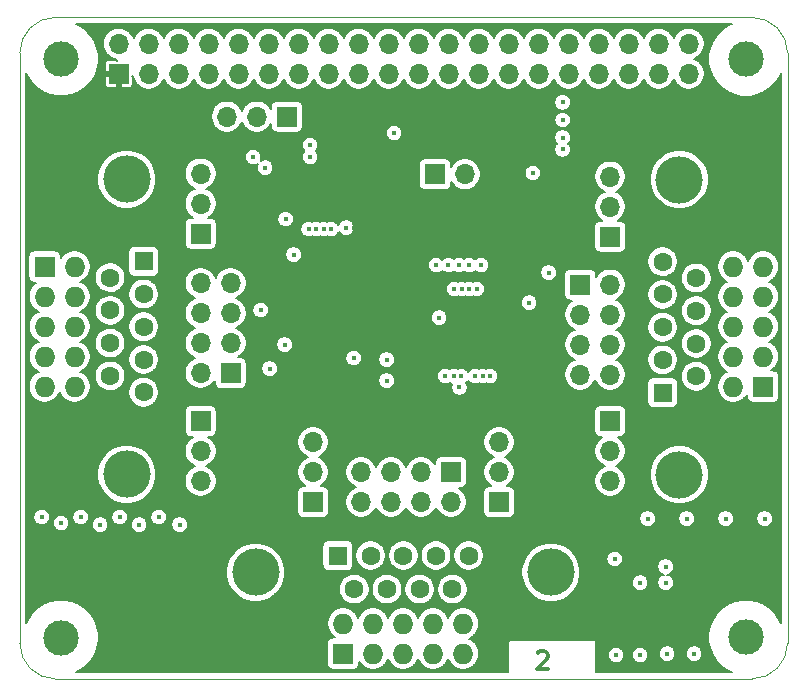
<source format=gbr>
G04 #@! TF.GenerationSoftware,KiCad,Pcbnew,5.1.5+dfsg1-2build2*
G04 #@! TF.CreationDate,2021-09-10T06:31:07+02:00*
G04 #@! TF.ProjectId,RPi_V24,5250695f-5632-4342-9e6b-696361645f70,1*
G04 #@! TF.SameCoordinates,Original*
G04 #@! TF.FileFunction,Copper,L2,Inr*
G04 #@! TF.FilePolarity,Positive*
%FSLAX46Y46*%
G04 Gerber Fmt 4.6, Leading zero omitted, Abs format (unit mm)*
G04 Created by KiCad (PCBNEW 5.1.5+dfsg1-2build2) date 2021-09-10 06:31:07*
%MOMM*%
%LPD*%
G04 APERTURE LIST*
%ADD10C,0.300000*%
%ADD11C,0.100000*%
%ADD12R,1.700000X1.700000*%
%ADD13O,1.700000X1.700000*%
%ADD14C,3.000000*%
%ADD15R,1.600000X1.600000*%
%ADD16C,1.600000*%
%ADD17C,4.000000*%
%ADD18O,1.727200X1.727200*%
%ADD19R,1.727200X1.727200*%
%ADD20C,0.400000*%
%ADD21C,0.200000*%
G04 APERTURE END LIST*
D10*
X122380428Y-114637428D02*
X122451857Y-114566000D01*
X122594714Y-114494571D01*
X122951857Y-114494571D01*
X123094714Y-114566000D01*
X123166142Y-114637428D01*
X123237571Y-114780285D01*
X123237571Y-114923142D01*
X123166142Y-115137428D01*
X122309000Y-115994571D01*
X123237571Y-115994571D01*
D11*
X78546356Y-63817611D02*
X78546356Y-113817611D01*
X78546356Y-63817611D02*
G75*
G02X81546356Y-60817611I3000000J0D01*
G01*
X140546356Y-60817611D02*
X81546356Y-60817611D01*
X140546356Y-60817611D02*
G75*
G02X143546356Y-63817611I0J-3000000D01*
G01*
X143546247Y-113792001D02*
X143546356Y-63817611D01*
X81546356Y-116817611D02*
G75*
G02X78546356Y-113817611I0J3000000D01*
G01*
X81546356Y-116817611D02*
X140546356Y-116817611D01*
X143546247Y-113792001D02*
G75*
G02X140546356Y-116817611I-2999891J-25610D01*
G01*
D12*
X86920000Y-65590000D03*
D13*
X86920000Y-63050000D03*
X89460000Y-65590000D03*
X89460000Y-63050000D03*
X92000000Y-65590000D03*
X92000000Y-63050000D03*
X94540000Y-65590000D03*
X94540000Y-63050000D03*
X97080000Y-65590000D03*
X97080000Y-63050000D03*
X99620000Y-65590000D03*
X99620000Y-63050000D03*
X102160000Y-65590000D03*
X102160000Y-63050000D03*
X104700000Y-65590000D03*
X104700000Y-63050000D03*
X107240000Y-65590000D03*
X107240000Y-63050000D03*
X109780000Y-65590000D03*
X109780000Y-63050000D03*
X112320000Y-65590000D03*
X112320000Y-63050000D03*
X114860000Y-65590000D03*
X114860000Y-63050000D03*
X117400000Y-65590000D03*
X117400000Y-63050000D03*
X119940000Y-65590000D03*
X119940000Y-63050000D03*
X122480000Y-65590000D03*
X122480000Y-63050000D03*
X125020000Y-65590000D03*
X125020000Y-63050000D03*
X127560000Y-65590000D03*
X127560000Y-63050000D03*
X130100000Y-65590000D03*
X130100000Y-63050000D03*
X132640000Y-65590000D03*
X132640000Y-63050000D03*
X135180000Y-65590000D03*
X135180000Y-63050000D03*
D12*
X113700000Y-74100000D03*
D13*
X116240000Y-74100000D03*
D14*
X82040000Y-64310000D03*
X140040000Y-64330000D03*
X82040000Y-113320000D03*
X140030000Y-113310000D03*
D15*
X132969000Y-92583000D03*
D16*
X132969000Y-89813000D03*
X132969000Y-87043000D03*
X132969000Y-84273000D03*
X132969000Y-81503000D03*
X135809000Y-91198000D03*
X135809000Y-88428000D03*
X135809000Y-85658000D03*
X135809000Y-82888000D03*
D17*
X134389000Y-99543000D03*
X134389000Y-74543000D03*
X123513500Y-107801000D03*
X98513500Y-107801000D03*
D16*
X115168500Y-109221000D03*
X112398500Y-109221000D03*
X109628500Y-109221000D03*
X106858500Y-109221000D03*
X116553500Y-106381000D03*
X113783500Y-106381000D03*
X111013500Y-106381000D03*
X108243500Y-106381000D03*
D15*
X105473500Y-106381000D03*
X89027000Y-81470500D03*
D16*
X89027000Y-84240500D03*
X89027000Y-87010500D03*
X89027000Y-89780500D03*
X89027000Y-92550500D03*
X86187000Y-82855500D03*
X86187000Y-85625500D03*
X86187000Y-88395500D03*
X86187000Y-91165500D03*
D17*
X87607000Y-74510500D03*
X87607000Y-99510500D03*
D12*
X128524000Y-79375000D03*
D13*
X128524000Y-76835000D03*
X128524000Y-74295000D03*
X128524000Y-100076000D03*
X128524000Y-97536000D03*
D12*
X128524000Y-94996000D03*
X101155500Y-69215000D03*
D13*
X98615500Y-69215000D03*
X96075500Y-69215000D03*
D12*
X125984000Y-83439000D03*
D13*
X128524000Y-83439000D03*
X125984000Y-85979000D03*
X128524000Y-85979000D03*
X125984000Y-88519000D03*
X128524000Y-88519000D03*
X125984000Y-91059000D03*
X128524000Y-91059000D03*
D12*
X115062000Y-99314000D03*
D13*
X115062000Y-101854000D03*
X112522000Y-99314000D03*
X112522000Y-101854000D03*
X109982000Y-99314000D03*
X109982000Y-101854000D03*
X107442000Y-99314000D03*
X107442000Y-101854000D03*
D12*
X119126000Y-101854000D03*
D13*
X119126000Y-99314000D03*
X119126000Y-96774000D03*
X103378000Y-96774000D03*
X103378000Y-99314000D03*
D12*
X103378000Y-101854000D03*
D13*
X93853000Y-83312000D03*
X96393000Y-83312000D03*
X93853000Y-85852000D03*
X96393000Y-85852000D03*
X93853000Y-88392000D03*
X96393000Y-88392000D03*
X93853000Y-90932000D03*
D12*
X96393000Y-90932000D03*
X93853000Y-94996000D03*
D13*
X93853000Y-97536000D03*
X93853000Y-100076000D03*
X93853000Y-74041000D03*
X93853000Y-76581000D03*
D12*
X93853000Y-79121000D03*
D18*
X138938000Y-81915000D03*
X141478000Y-81915000D03*
X138938000Y-84455000D03*
X141478000Y-84455000D03*
X138938000Y-86995000D03*
X141478000Y-86995000D03*
X138938000Y-89535000D03*
X141478000Y-89535000D03*
X138938000Y-92075000D03*
D19*
X141478000Y-92075000D03*
X105918000Y-114681000D03*
D18*
X105918000Y-112141000D03*
X108458000Y-114681000D03*
X108458000Y-112141000D03*
X110998000Y-114681000D03*
X110998000Y-112141000D03*
X113538000Y-114681000D03*
X113538000Y-112141000D03*
X116078000Y-114681000D03*
X116078000Y-112141000D03*
X83185000Y-92075000D03*
X80645000Y-92075000D03*
X83185000Y-89535000D03*
X80645000Y-89535000D03*
X83185000Y-86995000D03*
X80645000Y-86995000D03*
X83185000Y-84455000D03*
X80645000Y-84455000D03*
X83185000Y-81915000D03*
D19*
X80645000Y-81915000D03*
D20*
X121980000Y-74000000D03*
X124500000Y-72000000D03*
X124500000Y-71000000D03*
X124500000Y-69500000D03*
X124500000Y-68000000D03*
X103124000Y-72644000D03*
X106172000Y-78613000D03*
X114046000Y-86233000D03*
X129032000Y-114808000D03*
X131064000Y-114808000D03*
X133350000Y-114681000D03*
X135636000Y-114681000D03*
X135001000Y-103251000D03*
X131699000Y-103251000D03*
X138303000Y-103251000D03*
X141605000Y-103251000D03*
X80391000Y-103124000D03*
X83693000Y-103124000D03*
X86995000Y-103124000D03*
X90297000Y-103124000D03*
X115769555Y-92129443D03*
X98298000Y-72644000D03*
X106807000Y-89662000D03*
X131064000Y-108679000D03*
X128910373Y-106674627D03*
X114554000Y-91186000D03*
X113792000Y-81788000D03*
X115951000Y-83820000D03*
X114840999Y-81788000D03*
X115316000Y-83820000D03*
X115697000Y-81788000D03*
X116586000Y-83820000D03*
X116586000Y-81788000D03*
X102997000Y-78740000D03*
X92075000Y-103759000D03*
X104902000Y-78740000D03*
X82042000Y-103632000D03*
X103632000Y-78740000D03*
X88646000Y-103759000D03*
X104267000Y-78740000D03*
X110236000Y-70612000D03*
X85344000Y-103759000D03*
X133223000Y-107315000D03*
X133223000Y-108679000D03*
X115316000Y-91186000D03*
X118364000Y-91185998D03*
X115916003Y-91186000D03*
X117221000Y-83820000D03*
X117602000Y-81788000D03*
X101727000Y-80899000D03*
X107315000Y-82804000D03*
X112776000Y-81915000D03*
X106807000Y-78613000D03*
X113284000Y-86233000D03*
X102108046Y-70993000D03*
X106807000Y-91440000D03*
X123317000Y-82423000D03*
X121666000Y-84963000D03*
X101046879Y-77896112D03*
X98933000Y-85598000D03*
X117094000Y-91186000D03*
X109601000Y-89789000D03*
X100965000Y-88519000D03*
X117729000Y-91186000D03*
X109601000Y-91567000D03*
X99695000Y-90551000D03*
X99314000Y-73533000D03*
X103124000Y-71628000D03*
D21*
G36*
X138524232Y-61494197D02*
G01*
X138000119Y-61844398D01*
X137554398Y-62290119D01*
X137204197Y-62814232D01*
X136962975Y-63396595D01*
X136840000Y-64014828D01*
X136840000Y-64645172D01*
X136962975Y-65263405D01*
X137204197Y-65845768D01*
X137554398Y-66369881D01*
X138000119Y-66815602D01*
X138524232Y-67165803D01*
X139106595Y-67407025D01*
X139724828Y-67530000D01*
X140355172Y-67530000D01*
X140973405Y-67407025D01*
X141555768Y-67165803D01*
X142079881Y-66815602D01*
X142525602Y-66369881D01*
X142875803Y-65845768D01*
X142996353Y-65554733D01*
X142996251Y-112109162D01*
X142865803Y-111794232D01*
X142515602Y-111270119D01*
X142069881Y-110824398D01*
X141545768Y-110474197D01*
X140963405Y-110232975D01*
X140345172Y-110110000D01*
X139714828Y-110110000D01*
X139096595Y-110232975D01*
X138514232Y-110474197D01*
X137990119Y-110824398D01*
X137544398Y-111270119D01*
X137194197Y-111794232D01*
X136952975Y-112376595D01*
X136830000Y-112994828D01*
X136830000Y-113625172D01*
X136952975Y-114243405D01*
X137194197Y-114825768D01*
X137544398Y-115349881D01*
X137990119Y-115795602D01*
X138514232Y-116145803D01*
X138808303Y-116267611D01*
X127354000Y-116267611D01*
X127354000Y-114739056D01*
X128332000Y-114739056D01*
X128332000Y-114876944D01*
X128358901Y-115012182D01*
X128411668Y-115139574D01*
X128488274Y-115254224D01*
X128585776Y-115351726D01*
X128700426Y-115428332D01*
X128827818Y-115481099D01*
X128963056Y-115508000D01*
X129100944Y-115508000D01*
X129236182Y-115481099D01*
X129363574Y-115428332D01*
X129478224Y-115351726D01*
X129575726Y-115254224D01*
X129652332Y-115139574D01*
X129705099Y-115012182D01*
X129732000Y-114876944D01*
X129732000Y-114739056D01*
X130364000Y-114739056D01*
X130364000Y-114876944D01*
X130390901Y-115012182D01*
X130443668Y-115139574D01*
X130520274Y-115254224D01*
X130617776Y-115351726D01*
X130732426Y-115428332D01*
X130859818Y-115481099D01*
X130995056Y-115508000D01*
X131132944Y-115508000D01*
X131268182Y-115481099D01*
X131395574Y-115428332D01*
X131510224Y-115351726D01*
X131607726Y-115254224D01*
X131684332Y-115139574D01*
X131737099Y-115012182D01*
X131764000Y-114876944D01*
X131764000Y-114739056D01*
X131738738Y-114612056D01*
X132650000Y-114612056D01*
X132650000Y-114749944D01*
X132676901Y-114885182D01*
X132729668Y-115012574D01*
X132806274Y-115127224D01*
X132903776Y-115224726D01*
X133018426Y-115301332D01*
X133145818Y-115354099D01*
X133281056Y-115381000D01*
X133418944Y-115381000D01*
X133554182Y-115354099D01*
X133681574Y-115301332D01*
X133796224Y-115224726D01*
X133893726Y-115127224D01*
X133970332Y-115012574D01*
X134023099Y-114885182D01*
X134050000Y-114749944D01*
X134050000Y-114612056D01*
X134936000Y-114612056D01*
X134936000Y-114749944D01*
X134962901Y-114885182D01*
X135015668Y-115012574D01*
X135092274Y-115127224D01*
X135189776Y-115224726D01*
X135304426Y-115301332D01*
X135431818Y-115354099D01*
X135567056Y-115381000D01*
X135704944Y-115381000D01*
X135840182Y-115354099D01*
X135967574Y-115301332D01*
X136082224Y-115224726D01*
X136179726Y-115127224D01*
X136256332Y-115012574D01*
X136309099Y-114885182D01*
X136336000Y-114749944D01*
X136336000Y-114612056D01*
X136309099Y-114476818D01*
X136256332Y-114349426D01*
X136179726Y-114234776D01*
X136082224Y-114137274D01*
X135967574Y-114060668D01*
X135840182Y-114007901D01*
X135704944Y-113981000D01*
X135567056Y-113981000D01*
X135431818Y-114007901D01*
X135304426Y-114060668D01*
X135189776Y-114137274D01*
X135092274Y-114234776D01*
X135015668Y-114349426D01*
X134962901Y-114476818D01*
X134936000Y-114612056D01*
X134050000Y-114612056D01*
X134023099Y-114476818D01*
X133970332Y-114349426D01*
X133893726Y-114234776D01*
X133796224Y-114137274D01*
X133681574Y-114060668D01*
X133554182Y-114007901D01*
X133418944Y-113981000D01*
X133281056Y-113981000D01*
X133145818Y-114007901D01*
X133018426Y-114060668D01*
X132903776Y-114137274D01*
X132806274Y-114234776D01*
X132729668Y-114349426D01*
X132676901Y-114476818D01*
X132650000Y-114612056D01*
X131738738Y-114612056D01*
X131737099Y-114603818D01*
X131684332Y-114476426D01*
X131607726Y-114361776D01*
X131510224Y-114264274D01*
X131395574Y-114187668D01*
X131268182Y-114134901D01*
X131132944Y-114108000D01*
X130995056Y-114108000D01*
X130859818Y-114134901D01*
X130732426Y-114187668D01*
X130617776Y-114264274D01*
X130520274Y-114361776D01*
X130443668Y-114476426D01*
X130390901Y-114603818D01*
X130364000Y-114739056D01*
X129732000Y-114739056D01*
X129705099Y-114603818D01*
X129652332Y-114476426D01*
X129575726Y-114361776D01*
X129478224Y-114264274D01*
X129363574Y-114187668D01*
X129236182Y-114134901D01*
X129100944Y-114108000D01*
X128963056Y-114108000D01*
X128827818Y-114134901D01*
X128700426Y-114187668D01*
X128585776Y-114264274D01*
X128488274Y-114361776D01*
X128411668Y-114476426D01*
X128358901Y-114603818D01*
X128332000Y-114739056D01*
X127354000Y-114739056D01*
X127354000Y-113665000D01*
X127352079Y-113645491D01*
X127346388Y-113626732D01*
X127337147Y-113609443D01*
X127324711Y-113594289D01*
X127309557Y-113581853D01*
X127292268Y-113572612D01*
X127273509Y-113566921D01*
X127254000Y-113565000D01*
X120015000Y-113565000D01*
X119995491Y-113566921D01*
X119976732Y-113572612D01*
X119959443Y-113581853D01*
X119944289Y-113594289D01*
X119931853Y-113609443D01*
X119922612Y-113626732D01*
X119916921Y-113645491D01*
X119915000Y-113665000D01*
X119915000Y-116267611D01*
X83285839Y-116267611D01*
X83555768Y-116155803D01*
X84079881Y-115805602D01*
X84525602Y-115359881D01*
X84875803Y-114835768D01*
X85117025Y-114253405D01*
X85203752Y-113817400D01*
X104551981Y-113817400D01*
X104551981Y-115544600D01*
X104561635Y-115642617D01*
X104590225Y-115736867D01*
X104636654Y-115823729D01*
X104699136Y-115899864D01*
X104775271Y-115962346D01*
X104862133Y-116008775D01*
X104956383Y-116037365D01*
X105054400Y-116047019D01*
X106781600Y-116047019D01*
X106879617Y-116037365D01*
X106973867Y-116008775D01*
X107060729Y-115962346D01*
X107136864Y-115899864D01*
X107199346Y-115823729D01*
X107245775Y-115736867D01*
X107274365Y-115642617D01*
X107284019Y-115544600D01*
X107284019Y-115378429D01*
X107398823Y-115550244D01*
X107588756Y-115740177D01*
X107812093Y-115889407D01*
X108060253Y-115992198D01*
X108323697Y-116044600D01*
X108592303Y-116044600D01*
X108855747Y-115992198D01*
X109103907Y-115889407D01*
X109327244Y-115740177D01*
X109517177Y-115550244D01*
X109666407Y-115326907D01*
X109728000Y-115178208D01*
X109789593Y-115326907D01*
X109938823Y-115550244D01*
X110128756Y-115740177D01*
X110352093Y-115889407D01*
X110600253Y-115992198D01*
X110863697Y-116044600D01*
X111132303Y-116044600D01*
X111395747Y-115992198D01*
X111643907Y-115889407D01*
X111867244Y-115740177D01*
X112057177Y-115550244D01*
X112206407Y-115326907D01*
X112268000Y-115178208D01*
X112329593Y-115326907D01*
X112478823Y-115550244D01*
X112668756Y-115740177D01*
X112892093Y-115889407D01*
X113140253Y-115992198D01*
X113403697Y-116044600D01*
X113672303Y-116044600D01*
X113935747Y-115992198D01*
X114183907Y-115889407D01*
X114407244Y-115740177D01*
X114597177Y-115550244D01*
X114746407Y-115326907D01*
X114808000Y-115178208D01*
X114869593Y-115326907D01*
X115018823Y-115550244D01*
X115208756Y-115740177D01*
X115432093Y-115889407D01*
X115680253Y-115992198D01*
X115943697Y-116044600D01*
X116212303Y-116044600D01*
X116475747Y-115992198D01*
X116723907Y-115889407D01*
X116947244Y-115740177D01*
X117137177Y-115550244D01*
X117286407Y-115326907D01*
X117389198Y-115078747D01*
X117441600Y-114815303D01*
X117441600Y-114546697D01*
X117389198Y-114283253D01*
X117286407Y-114035093D01*
X117137177Y-113811756D01*
X116947244Y-113621823D01*
X116723907Y-113472593D01*
X116575208Y-113411000D01*
X116723907Y-113349407D01*
X116947244Y-113200177D01*
X117137177Y-113010244D01*
X117286407Y-112786907D01*
X117389198Y-112538747D01*
X117441600Y-112275303D01*
X117441600Y-112006697D01*
X117389198Y-111743253D01*
X117286407Y-111495093D01*
X117137177Y-111271756D01*
X116947244Y-111081823D01*
X116723907Y-110932593D01*
X116475747Y-110829802D01*
X116212303Y-110777400D01*
X115943697Y-110777400D01*
X115680253Y-110829802D01*
X115432093Y-110932593D01*
X115208756Y-111081823D01*
X115018823Y-111271756D01*
X114869593Y-111495093D01*
X114808000Y-111643792D01*
X114746407Y-111495093D01*
X114597177Y-111271756D01*
X114407244Y-111081823D01*
X114183907Y-110932593D01*
X113935747Y-110829802D01*
X113672303Y-110777400D01*
X113403697Y-110777400D01*
X113140253Y-110829802D01*
X112892093Y-110932593D01*
X112668756Y-111081823D01*
X112478823Y-111271756D01*
X112329593Y-111495093D01*
X112268000Y-111643792D01*
X112206407Y-111495093D01*
X112057177Y-111271756D01*
X111867244Y-111081823D01*
X111643907Y-110932593D01*
X111395747Y-110829802D01*
X111132303Y-110777400D01*
X110863697Y-110777400D01*
X110600253Y-110829802D01*
X110352093Y-110932593D01*
X110128756Y-111081823D01*
X109938823Y-111271756D01*
X109789593Y-111495093D01*
X109728000Y-111643792D01*
X109666407Y-111495093D01*
X109517177Y-111271756D01*
X109327244Y-111081823D01*
X109103907Y-110932593D01*
X108855747Y-110829802D01*
X108592303Y-110777400D01*
X108323697Y-110777400D01*
X108060253Y-110829802D01*
X107812093Y-110932593D01*
X107588756Y-111081823D01*
X107398823Y-111271756D01*
X107249593Y-111495093D01*
X107188000Y-111643792D01*
X107126407Y-111495093D01*
X106977177Y-111271756D01*
X106787244Y-111081823D01*
X106563907Y-110932593D01*
X106315747Y-110829802D01*
X106052303Y-110777400D01*
X105783697Y-110777400D01*
X105520253Y-110829802D01*
X105272093Y-110932593D01*
X105048756Y-111081823D01*
X104858823Y-111271756D01*
X104709593Y-111495093D01*
X104606802Y-111743253D01*
X104554400Y-112006697D01*
X104554400Y-112275303D01*
X104606802Y-112538747D01*
X104709593Y-112786907D01*
X104858823Y-113010244D01*
X105048756Y-113200177D01*
X105220571Y-113314981D01*
X105054400Y-113314981D01*
X104956383Y-113324635D01*
X104862133Y-113353225D01*
X104775271Y-113399654D01*
X104699136Y-113462136D01*
X104636654Y-113538271D01*
X104590225Y-113625133D01*
X104561635Y-113719383D01*
X104551981Y-113817400D01*
X85203752Y-113817400D01*
X85240000Y-113635172D01*
X85240000Y-113004828D01*
X85117025Y-112386595D01*
X84875803Y-111804232D01*
X84525602Y-111280119D01*
X84079881Y-110834398D01*
X83555768Y-110484197D01*
X82973405Y-110242975D01*
X82355172Y-110120000D01*
X81724828Y-110120000D01*
X81106595Y-110242975D01*
X80524232Y-110484197D01*
X80000119Y-110834398D01*
X79554398Y-111280119D01*
X79204197Y-111804232D01*
X79096356Y-112064584D01*
X79096356Y-107554772D01*
X96013500Y-107554772D01*
X96013500Y-108047228D01*
X96109574Y-108530223D01*
X96298029Y-108985194D01*
X96571624Y-109394657D01*
X96919843Y-109742876D01*
X97329306Y-110016471D01*
X97784277Y-110204926D01*
X98267272Y-110301000D01*
X98759728Y-110301000D01*
X99242723Y-110204926D01*
X99697694Y-110016471D01*
X100107157Y-109742876D01*
X100455376Y-109394657D01*
X100656963Y-109092961D01*
X105558500Y-109092961D01*
X105558500Y-109349039D01*
X105608458Y-109600196D01*
X105706455Y-109836781D01*
X105848724Y-110049702D01*
X106029798Y-110230776D01*
X106242719Y-110373045D01*
X106479304Y-110471042D01*
X106730461Y-110521000D01*
X106986539Y-110521000D01*
X107237696Y-110471042D01*
X107474281Y-110373045D01*
X107687202Y-110230776D01*
X107868276Y-110049702D01*
X108010545Y-109836781D01*
X108108542Y-109600196D01*
X108158500Y-109349039D01*
X108158500Y-109092961D01*
X108328500Y-109092961D01*
X108328500Y-109349039D01*
X108378458Y-109600196D01*
X108476455Y-109836781D01*
X108618724Y-110049702D01*
X108799798Y-110230776D01*
X109012719Y-110373045D01*
X109249304Y-110471042D01*
X109500461Y-110521000D01*
X109756539Y-110521000D01*
X110007696Y-110471042D01*
X110244281Y-110373045D01*
X110457202Y-110230776D01*
X110638276Y-110049702D01*
X110780545Y-109836781D01*
X110878542Y-109600196D01*
X110928500Y-109349039D01*
X110928500Y-109092961D01*
X111098500Y-109092961D01*
X111098500Y-109349039D01*
X111148458Y-109600196D01*
X111246455Y-109836781D01*
X111388724Y-110049702D01*
X111569798Y-110230776D01*
X111782719Y-110373045D01*
X112019304Y-110471042D01*
X112270461Y-110521000D01*
X112526539Y-110521000D01*
X112777696Y-110471042D01*
X113014281Y-110373045D01*
X113227202Y-110230776D01*
X113408276Y-110049702D01*
X113550545Y-109836781D01*
X113648542Y-109600196D01*
X113698500Y-109349039D01*
X113698500Y-109092961D01*
X113868500Y-109092961D01*
X113868500Y-109349039D01*
X113918458Y-109600196D01*
X114016455Y-109836781D01*
X114158724Y-110049702D01*
X114339798Y-110230776D01*
X114552719Y-110373045D01*
X114789304Y-110471042D01*
X115040461Y-110521000D01*
X115296539Y-110521000D01*
X115547696Y-110471042D01*
X115784281Y-110373045D01*
X115997202Y-110230776D01*
X116178276Y-110049702D01*
X116320545Y-109836781D01*
X116418542Y-109600196D01*
X116468500Y-109349039D01*
X116468500Y-109092961D01*
X116418542Y-108841804D01*
X116320545Y-108605219D01*
X116178276Y-108392298D01*
X115997202Y-108211224D01*
X115784281Y-108068955D01*
X115547696Y-107970958D01*
X115296539Y-107921000D01*
X115040461Y-107921000D01*
X114789304Y-107970958D01*
X114552719Y-108068955D01*
X114339798Y-108211224D01*
X114158724Y-108392298D01*
X114016455Y-108605219D01*
X113918458Y-108841804D01*
X113868500Y-109092961D01*
X113698500Y-109092961D01*
X113648542Y-108841804D01*
X113550545Y-108605219D01*
X113408276Y-108392298D01*
X113227202Y-108211224D01*
X113014281Y-108068955D01*
X112777696Y-107970958D01*
X112526539Y-107921000D01*
X112270461Y-107921000D01*
X112019304Y-107970958D01*
X111782719Y-108068955D01*
X111569798Y-108211224D01*
X111388724Y-108392298D01*
X111246455Y-108605219D01*
X111148458Y-108841804D01*
X111098500Y-109092961D01*
X110928500Y-109092961D01*
X110878542Y-108841804D01*
X110780545Y-108605219D01*
X110638276Y-108392298D01*
X110457202Y-108211224D01*
X110244281Y-108068955D01*
X110007696Y-107970958D01*
X109756539Y-107921000D01*
X109500461Y-107921000D01*
X109249304Y-107970958D01*
X109012719Y-108068955D01*
X108799798Y-108211224D01*
X108618724Y-108392298D01*
X108476455Y-108605219D01*
X108378458Y-108841804D01*
X108328500Y-109092961D01*
X108158500Y-109092961D01*
X108108542Y-108841804D01*
X108010545Y-108605219D01*
X107868276Y-108392298D01*
X107687202Y-108211224D01*
X107474281Y-108068955D01*
X107237696Y-107970958D01*
X106986539Y-107921000D01*
X106730461Y-107921000D01*
X106479304Y-107970958D01*
X106242719Y-108068955D01*
X106029798Y-108211224D01*
X105848724Y-108392298D01*
X105706455Y-108605219D01*
X105608458Y-108841804D01*
X105558500Y-109092961D01*
X100656963Y-109092961D01*
X100728971Y-108985194D01*
X100917426Y-108530223D01*
X101013500Y-108047228D01*
X101013500Y-107554772D01*
X100917426Y-107071777D01*
X100728971Y-106616806D01*
X100455376Y-106207343D01*
X100107157Y-105859124D01*
X99697694Y-105585529D01*
X99686761Y-105581000D01*
X104171081Y-105581000D01*
X104171081Y-107181000D01*
X104180735Y-107279017D01*
X104209325Y-107373267D01*
X104255754Y-107460129D01*
X104318236Y-107536264D01*
X104394371Y-107598746D01*
X104481233Y-107645175D01*
X104575483Y-107673765D01*
X104673500Y-107683419D01*
X106273500Y-107683419D01*
X106371517Y-107673765D01*
X106465767Y-107645175D01*
X106552629Y-107598746D01*
X106628764Y-107536264D01*
X106691246Y-107460129D01*
X106737675Y-107373267D01*
X106766265Y-107279017D01*
X106775919Y-107181000D01*
X106775919Y-106252961D01*
X106943500Y-106252961D01*
X106943500Y-106509039D01*
X106993458Y-106760196D01*
X107091455Y-106996781D01*
X107233724Y-107209702D01*
X107414798Y-107390776D01*
X107627719Y-107533045D01*
X107864304Y-107631042D01*
X108115461Y-107681000D01*
X108371539Y-107681000D01*
X108622696Y-107631042D01*
X108859281Y-107533045D01*
X109072202Y-107390776D01*
X109253276Y-107209702D01*
X109395545Y-106996781D01*
X109493542Y-106760196D01*
X109543500Y-106509039D01*
X109543500Y-106252961D01*
X109713500Y-106252961D01*
X109713500Y-106509039D01*
X109763458Y-106760196D01*
X109861455Y-106996781D01*
X110003724Y-107209702D01*
X110184798Y-107390776D01*
X110397719Y-107533045D01*
X110634304Y-107631042D01*
X110885461Y-107681000D01*
X111141539Y-107681000D01*
X111392696Y-107631042D01*
X111629281Y-107533045D01*
X111842202Y-107390776D01*
X112023276Y-107209702D01*
X112165545Y-106996781D01*
X112263542Y-106760196D01*
X112313500Y-106509039D01*
X112313500Y-106252961D01*
X112483500Y-106252961D01*
X112483500Y-106509039D01*
X112533458Y-106760196D01*
X112631455Y-106996781D01*
X112773724Y-107209702D01*
X112954798Y-107390776D01*
X113167719Y-107533045D01*
X113404304Y-107631042D01*
X113655461Y-107681000D01*
X113911539Y-107681000D01*
X114162696Y-107631042D01*
X114399281Y-107533045D01*
X114612202Y-107390776D01*
X114793276Y-107209702D01*
X114935545Y-106996781D01*
X115033542Y-106760196D01*
X115083500Y-106509039D01*
X115083500Y-106252961D01*
X115253500Y-106252961D01*
X115253500Y-106509039D01*
X115303458Y-106760196D01*
X115401455Y-106996781D01*
X115543724Y-107209702D01*
X115724798Y-107390776D01*
X115937719Y-107533045D01*
X116174304Y-107631042D01*
X116425461Y-107681000D01*
X116681539Y-107681000D01*
X116932696Y-107631042D01*
X117116827Y-107554772D01*
X121013500Y-107554772D01*
X121013500Y-108047228D01*
X121109574Y-108530223D01*
X121298029Y-108985194D01*
X121571624Y-109394657D01*
X121919843Y-109742876D01*
X122329306Y-110016471D01*
X122784277Y-110204926D01*
X123267272Y-110301000D01*
X123759728Y-110301000D01*
X124242723Y-110204926D01*
X124697694Y-110016471D01*
X125107157Y-109742876D01*
X125455376Y-109394657D01*
X125728971Y-108985194D01*
X125884358Y-108610056D01*
X130364000Y-108610056D01*
X130364000Y-108747944D01*
X130390901Y-108883182D01*
X130443668Y-109010574D01*
X130520274Y-109125224D01*
X130617776Y-109222726D01*
X130732426Y-109299332D01*
X130859818Y-109352099D01*
X130995056Y-109379000D01*
X131132944Y-109379000D01*
X131268182Y-109352099D01*
X131395574Y-109299332D01*
X131510224Y-109222726D01*
X131607726Y-109125224D01*
X131684332Y-109010574D01*
X131737099Y-108883182D01*
X131764000Y-108747944D01*
X131764000Y-108610056D01*
X131737099Y-108474818D01*
X131684332Y-108347426D01*
X131607726Y-108232776D01*
X131510224Y-108135274D01*
X131395574Y-108058668D01*
X131268182Y-108005901D01*
X131132944Y-107979000D01*
X130995056Y-107979000D01*
X130859818Y-108005901D01*
X130732426Y-108058668D01*
X130617776Y-108135274D01*
X130520274Y-108232776D01*
X130443668Y-108347426D01*
X130390901Y-108474818D01*
X130364000Y-108610056D01*
X125884358Y-108610056D01*
X125917426Y-108530223D01*
X126013500Y-108047228D01*
X126013500Y-107554772D01*
X125917426Y-107071777D01*
X125728971Y-106616806D01*
X125721539Y-106605683D01*
X128210373Y-106605683D01*
X128210373Y-106743571D01*
X128237274Y-106878809D01*
X128290041Y-107006201D01*
X128366647Y-107120851D01*
X128464149Y-107218353D01*
X128578799Y-107294959D01*
X128706191Y-107347726D01*
X128841429Y-107374627D01*
X128979317Y-107374627D01*
X129114555Y-107347726D01*
X129241947Y-107294959D01*
X129315136Y-107246056D01*
X132523000Y-107246056D01*
X132523000Y-107383944D01*
X132549901Y-107519182D01*
X132602668Y-107646574D01*
X132679274Y-107761224D01*
X132776776Y-107858726D01*
X132891426Y-107935332D01*
X133018818Y-107988099D01*
X133063566Y-107997000D01*
X133018818Y-108005901D01*
X132891426Y-108058668D01*
X132776776Y-108135274D01*
X132679274Y-108232776D01*
X132602668Y-108347426D01*
X132549901Y-108474818D01*
X132523000Y-108610056D01*
X132523000Y-108747944D01*
X132549901Y-108883182D01*
X132602668Y-109010574D01*
X132679274Y-109125224D01*
X132776776Y-109222726D01*
X132891426Y-109299332D01*
X133018818Y-109352099D01*
X133154056Y-109379000D01*
X133291944Y-109379000D01*
X133427182Y-109352099D01*
X133554574Y-109299332D01*
X133669224Y-109222726D01*
X133766726Y-109125224D01*
X133843332Y-109010574D01*
X133896099Y-108883182D01*
X133923000Y-108747944D01*
X133923000Y-108610056D01*
X133896099Y-108474818D01*
X133843332Y-108347426D01*
X133766726Y-108232776D01*
X133669224Y-108135274D01*
X133554574Y-108058668D01*
X133427182Y-108005901D01*
X133382434Y-107997000D01*
X133427182Y-107988099D01*
X133554574Y-107935332D01*
X133669224Y-107858726D01*
X133766726Y-107761224D01*
X133843332Y-107646574D01*
X133896099Y-107519182D01*
X133923000Y-107383944D01*
X133923000Y-107246056D01*
X133896099Y-107110818D01*
X133843332Y-106983426D01*
X133766726Y-106868776D01*
X133669224Y-106771274D01*
X133554574Y-106694668D01*
X133427182Y-106641901D01*
X133291944Y-106615000D01*
X133154056Y-106615000D01*
X133018818Y-106641901D01*
X132891426Y-106694668D01*
X132776776Y-106771274D01*
X132679274Y-106868776D01*
X132602668Y-106983426D01*
X132549901Y-107110818D01*
X132523000Y-107246056D01*
X129315136Y-107246056D01*
X129356597Y-107218353D01*
X129454099Y-107120851D01*
X129530705Y-107006201D01*
X129583472Y-106878809D01*
X129610373Y-106743571D01*
X129610373Y-106605683D01*
X129583472Y-106470445D01*
X129530705Y-106343053D01*
X129454099Y-106228403D01*
X129356597Y-106130901D01*
X129241947Y-106054295D01*
X129114555Y-106001528D01*
X128979317Y-105974627D01*
X128841429Y-105974627D01*
X128706191Y-106001528D01*
X128578799Y-106054295D01*
X128464149Y-106130901D01*
X128366647Y-106228403D01*
X128290041Y-106343053D01*
X128237274Y-106470445D01*
X128210373Y-106605683D01*
X125721539Y-106605683D01*
X125455376Y-106207343D01*
X125107157Y-105859124D01*
X124697694Y-105585529D01*
X124242723Y-105397074D01*
X123759728Y-105301000D01*
X123267272Y-105301000D01*
X122784277Y-105397074D01*
X122329306Y-105585529D01*
X121919843Y-105859124D01*
X121571624Y-106207343D01*
X121298029Y-106616806D01*
X121109574Y-107071777D01*
X121013500Y-107554772D01*
X117116827Y-107554772D01*
X117169281Y-107533045D01*
X117382202Y-107390776D01*
X117563276Y-107209702D01*
X117705545Y-106996781D01*
X117803542Y-106760196D01*
X117853500Y-106509039D01*
X117853500Y-106252961D01*
X117803542Y-106001804D01*
X117705545Y-105765219D01*
X117563276Y-105552298D01*
X117382202Y-105371224D01*
X117169281Y-105228955D01*
X116932696Y-105130958D01*
X116681539Y-105081000D01*
X116425461Y-105081000D01*
X116174304Y-105130958D01*
X115937719Y-105228955D01*
X115724798Y-105371224D01*
X115543724Y-105552298D01*
X115401455Y-105765219D01*
X115303458Y-106001804D01*
X115253500Y-106252961D01*
X115083500Y-106252961D01*
X115033542Y-106001804D01*
X114935545Y-105765219D01*
X114793276Y-105552298D01*
X114612202Y-105371224D01*
X114399281Y-105228955D01*
X114162696Y-105130958D01*
X113911539Y-105081000D01*
X113655461Y-105081000D01*
X113404304Y-105130958D01*
X113167719Y-105228955D01*
X112954798Y-105371224D01*
X112773724Y-105552298D01*
X112631455Y-105765219D01*
X112533458Y-106001804D01*
X112483500Y-106252961D01*
X112313500Y-106252961D01*
X112263542Y-106001804D01*
X112165545Y-105765219D01*
X112023276Y-105552298D01*
X111842202Y-105371224D01*
X111629281Y-105228955D01*
X111392696Y-105130958D01*
X111141539Y-105081000D01*
X110885461Y-105081000D01*
X110634304Y-105130958D01*
X110397719Y-105228955D01*
X110184798Y-105371224D01*
X110003724Y-105552298D01*
X109861455Y-105765219D01*
X109763458Y-106001804D01*
X109713500Y-106252961D01*
X109543500Y-106252961D01*
X109493542Y-106001804D01*
X109395545Y-105765219D01*
X109253276Y-105552298D01*
X109072202Y-105371224D01*
X108859281Y-105228955D01*
X108622696Y-105130958D01*
X108371539Y-105081000D01*
X108115461Y-105081000D01*
X107864304Y-105130958D01*
X107627719Y-105228955D01*
X107414798Y-105371224D01*
X107233724Y-105552298D01*
X107091455Y-105765219D01*
X106993458Y-106001804D01*
X106943500Y-106252961D01*
X106775919Y-106252961D01*
X106775919Y-105581000D01*
X106766265Y-105482983D01*
X106737675Y-105388733D01*
X106691246Y-105301871D01*
X106628764Y-105225736D01*
X106552629Y-105163254D01*
X106465767Y-105116825D01*
X106371517Y-105088235D01*
X106273500Y-105078581D01*
X104673500Y-105078581D01*
X104575483Y-105088235D01*
X104481233Y-105116825D01*
X104394371Y-105163254D01*
X104318236Y-105225736D01*
X104255754Y-105301871D01*
X104209325Y-105388733D01*
X104180735Y-105482983D01*
X104171081Y-105581000D01*
X99686761Y-105581000D01*
X99242723Y-105397074D01*
X98759728Y-105301000D01*
X98267272Y-105301000D01*
X97784277Y-105397074D01*
X97329306Y-105585529D01*
X96919843Y-105859124D01*
X96571624Y-106207343D01*
X96298029Y-106616806D01*
X96109574Y-107071777D01*
X96013500Y-107554772D01*
X79096356Y-107554772D01*
X79096356Y-103055056D01*
X79691000Y-103055056D01*
X79691000Y-103192944D01*
X79717901Y-103328182D01*
X79770668Y-103455574D01*
X79847274Y-103570224D01*
X79944776Y-103667726D01*
X80059426Y-103744332D01*
X80186818Y-103797099D01*
X80322056Y-103824000D01*
X80459944Y-103824000D01*
X80595182Y-103797099D01*
X80722574Y-103744332D01*
X80837224Y-103667726D01*
X80934726Y-103570224D01*
X80939515Y-103563056D01*
X81342000Y-103563056D01*
X81342000Y-103700944D01*
X81368901Y-103836182D01*
X81421668Y-103963574D01*
X81498274Y-104078224D01*
X81595776Y-104175726D01*
X81710426Y-104252332D01*
X81837818Y-104305099D01*
X81973056Y-104332000D01*
X82110944Y-104332000D01*
X82246182Y-104305099D01*
X82373574Y-104252332D01*
X82488224Y-104175726D01*
X82585726Y-104078224D01*
X82662332Y-103963574D01*
X82715099Y-103836182D01*
X82742000Y-103700944D01*
X82742000Y-103563056D01*
X82715099Y-103427818D01*
X82662332Y-103300426D01*
X82585726Y-103185776D01*
X82488224Y-103088274D01*
X82438510Y-103055056D01*
X82993000Y-103055056D01*
X82993000Y-103192944D01*
X83019901Y-103328182D01*
X83072668Y-103455574D01*
X83149274Y-103570224D01*
X83246776Y-103667726D01*
X83361426Y-103744332D01*
X83488818Y-103797099D01*
X83624056Y-103824000D01*
X83761944Y-103824000D01*
X83897182Y-103797099D01*
X84024574Y-103744332D01*
X84105804Y-103690056D01*
X84644000Y-103690056D01*
X84644000Y-103827944D01*
X84670901Y-103963182D01*
X84723668Y-104090574D01*
X84800274Y-104205224D01*
X84897776Y-104302726D01*
X85012426Y-104379332D01*
X85139818Y-104432099D01*
X85275056Y-104459000D01*
X85412944Y-104459000D01*
X85548182Y-104432099D01*
X85675574Y-104379332D01*
X85790224Y-104302726D01*
X85887726Y-104205224D01*
X85964332Y-104090574D01*
X86017099Y-103963182D01*
X86044000Y-103827944D01*
X86044000Y-103690056D01*
X86017099Y-103554818D01*
X85964332Y-103427426D01*
X85887726Y-103312776D01*
X85790224Y-103215274D01*
X85675574Y-103138668D01*
X85548182Y-103085901D01*
X85412944Y-103059000D01*
X85275056Y-103059000D01*
X85139818Y-103085901D01*
X85012426Y-103138668D01*
X84897776Y-103215274D01*
X84800274Y-103312776D01*
X84723668Y-103427426D01*
X84670901Y-103554818D01*
X84644000Y-103690056D01*
X84105804Y-103690056D01*
X84139224Y-103667726D01*
X84236726Y-103570224D01*
X84313332Y-103455574D01*
X84366099Y-103328182D01*
X84393000Y-103192944D01*
X84393000Y-103055056D01*
X86295000Y-103055056D01*
X86295000Y-103192944D01*
X86321901Y-103328182D01*
X86374668Y-103455574D01*
X86451274Y-103570224D01*
X86548776Y-103667726D01*
X86663426Y-103744332D01*
X86790818Y-103797099D01*
X86926056Y-103824000D01*
X87063944Y-103824000D01*
X87199182Y-103797099D01*
X87326574Y-103744332D01*
X87407804Y-103690056D01*
X87946000Y-103690056D01*
X87946000Y-103827944D01*
X87972901Y-103963182D01*
X88025668Y-104090574D01*
X88102274Y-104205224D01*
X88199776Y-104302726D01*
X88314426Y-104379332D01*
X88441818Y-104432099D01*
X88577056Y-104459000D01*
X88714944Y-104459000D01*
X88850182Y-104432099D01*
X88977574Y-104379332D01*
X89092224Y-104302726D01*
X89189726Y-104205224D01*
X89266332Y-104090574D01*
X89319099Y-103963182D01*
X89346000Y-103827944D01*
X89346000Y-103690056D01*
X89319099Y-103554818D01*
X89266332Y-103427426D01*
X89189726Y-103312776D01*
X89092224Y-103215274D01*
X88977574Y-103138668D01*
X88850182Y-103085901D01*
X88714944Y-103059000D01*
X88577056Y-103059000D01*
X88441818Y-103085901D01*
X88314426Y-103138668D01*
X88199776Y-103215274D01*
X88102274Y-103312776D01*
X88025668Y-103427426D01*
X87972901Y-103554818D01*
X87946000Y-103690056D01*
X87407804Y-103690056D01*
X87441224Y-103667726D01*
X87538726Y-103570224D01*
X87615332Y-103455574D01*
X87668099Y-103328182D01*
X87695000Y-103192944D01*
X87695000Y-103055056D01*
X89597000Y-103055056D01*
X89597000Y-103192944D01*
X89623901Y-103328182D01*
X89676668Y-103455574D01*
X89753274Y-103570224D01*
X89850776Y-103667726D01*
X89965426Y-103744332D01*
X90092818Y-103797099D01*
X90228056Y-103824000D01*
X90365944Y-103824000D01*
X90501182Y-103797099D01*
X90628574Y-103744332D01*
X90709804Y-103690056D01*
X91375000Y-103690056D01*
X91375000Y-103827944D01*
X91401901Y-103963182D01*
X91454668Y-104090574D01*
X91531274Y-104205224D01*
X91628776Y-104302726D01*
X91743426Y-104379332D01*
X91870818Y-104432099D01*
X92006056Y-104459000D01*
X92143944Y-104459000D01*
X92279182Y-104432099D01*
X92406574Y-104379332D01*
X92521224Y-104302726D01*
X92618726Y-104205224D01*
X92695332Y-104090574D01*
X92748099Y-103963182D01*
X92775000Y-103827944D01*
X92775000Y-103690056D01*
X92748099Y-103554818D01*
X92695332Y-103427426D01*
X92618726Y-103312776D01*
X92521224Y-103215274D01*
X92406574Y-103138668D01*
X92279182Y-103085901D01*
X92143944Y-103059000D01*
X92006056Y-103059000D01*
X91870818Y-103085901D01*
X91743426Y-103138668D01*
X91628776Y-103215274D01*
X91531274Y-103312776D01*
X91454668Y-103427426D01*
X91401901Y-103554818D01*
X91375000Y-103690056D01*
X90709804Y-103690056D01*
X90743224Y-103667726D01*
X90840726Y-103570224D01*
X90917332Y-103455574D01*
X90970099Y-103328182D01*
X90997000Y-103192944D01*
X90997000Y-103055056D01*
X90970099Y-102919818D01*
X90917332Y-102792426D01*
X90840726Y-102677776D01*
X90743224Y-102580274D01*
X90628574Y-102503668D01*
X90501182Y-102450901D01*
X90365944Y-102424000D01*
X90228056Y-102424000D01*
X90092818Y-102450901D01*
X89965426Y-102503668D01*
X89850776Y-102580274D01*
X89753274Y-102677776D01*
X89676668Y-102792426D01*
X89623901Y-102919818D01*
X89597000Y-103055056D01*
X87695000Y-103055056D01*
X87668099Y-102919818D01*
X87615332Y-102792426D01*
X87538726Y-102677776D01*
X87441224Y-102580274D01*
X87326574Y-102503668D01*
X87199182Y-102450901D01*
X87063944Y-102424000D01*
X86926056Y-102424000D01*
X86790818Y-102450901D01*
X86663426Y-102503668D01*
X86548776Y-102580274D01*
X86451274Y-102677776D01*
X86374668Y-102792426D01*
X86321901Y-102919818D01*
X86295000Y-103055056D01*
X84393000Y-103055056D01*
X84366099Y-102919818D01*
X84313332Y-102792426D01*
X84236726Y-102677776D01*
X84139224Y-102580274D01*
X84024574Y-102503668D01*
X83897182Y-102450901D01*
X83761944Y-102424000D01*
X83624056Y-102424000D01*
X83488818Y-102450901D01*
X83361426Y-102503668D01*
X83246776Y-102580274D01*
X83149274Y-102677776D01*
X83072668Y-102792426D01*
X83019901Y-102919818D01*
X82993000Y-103055056D01*
X82438510Y-103055056D01*
X82373574Y-103011668D01*
X82246182Y-102958901D01*
X82110944Y-102932000D01*
X81973056Y-102932000D01*
X81837818Y-102958901D01*
X81710426Y-103011668D01*
X81595776Y-103088274D01*
X81498274Y-103185776D01*
X81421668Y-103300426D01*
X81368901Y-103427818D01*
X81342000Y-103563056D01*
X80939515Y-103563056D01*
X81011332Y-103455574D01*
X81064099Y-103328182D01*
X81091000Y-103192944D01*
X81091000Y-103055056D01*
X81064099Y-102919818D01*
X81011332Y-102792426D01*
X80934726Y-102677776D01*
X80837224Y-102580274D01*
X80722574Y-102503668D01*
X80595182Y-102450901D01*
X80459944Y-102424000D01*
X80322056Y-102424000D01*
X80186818Y-102450901D01*
X80059426Y-102503668D01*
X79944776Y-102580274D01*
X79847274Y-102677776D01*
X79770668Y-102792426D01*
X79717901Y-102919818D01*
X79691000Y-103055056D01*
X79096356Y-103055056D01*
X79096356Y-99264272D01*
X85107000Y-99264272D01*
X85107000Y-99756728D01*
X85203074Y-100239723D01*
X85391529Y-100694694D01*
X85665124Y-101104157D01*
X86013343Y-101452376D01*
X86422806Y-101725971D01*
X86877777Y-101914426D01*
X87360772Y-102010500D01*
X87853228Y-102010500D01*
X88336223Y-101914426D01*
X88791194Y-101725971D01*
X89200657Y-101452376D01*
X89548876Y-101104157D01*
X89822471Y-100694694D01*
X90010926Y-100239723D01*
X90107000Y-99756728D01*
X90107000Y-99264272D01*
X90010926Y-98781277D01*
X89822471Y-98326306D01*
X89548876Y-97916843D01*
X89200657Y-97568624D01*
X88791194Y-97295029D01*
X88336223Y-97106574D01*
X87853228Y-97010500D01*
X87360772Y-97010500D01*
X86877777Y-97106574D01*
X86422806Y-97295029D01*
X86013343Y-97568624D01*
X85665124Y-97916843D01*
X85391529Y-98326306D01*
X85203074Y-98781277D01*
X85107000Y-99264272D01*
X79096356Y-99264272D01*
X79096356Y-94146000D01*
X92500581Y-94146000D01*
X92500581Y-95846000D01*
X92510235Y-95944017D01*
X92538825Y-96038267D01*
X92585254Y-96125129D01*
X92647736Y-96201264D01*
X92723871Y-96263746D01*
X92810733Y-96310175D01*
X92904983Y-96338765D01*
X93003000Y-96348419D01*
X93200405Y-96348419D01*
X92992425Y-96487387D01*
X92804387Y-96675425D01*
X92656646Y-96896535D01*
X92554880Y-97142220D01*
X92503000Y-97403037D01*
X92503000Y-97668963D01*
X92554880Y-97929780D01*
X92656646Y-98175465D01*
X92804387Y-98396575D01*
X92992425Y-98584613D01*
X93213535Y-98732354D01*
X93391332Y-98806000D01*
X93213535Y-98879646D01*
X92992425Y-99027387D01*
X92804387Y-99215425D01*
X92656646Y-99436535D01*
X92554880Y-99682220D01*
X92503000Y-99943037D01*
X92503000Y-100208963D01*
X92554880Y-100469780D01*
X92656646Y-100715465D01*
X92804387Y-100936575D01*
X92992425Y-101124613D01*
X93213535Y-101272354D01*
X93459220Y-101374120D01*
X93720037Y-101426000D01*
X93985963Y-101426000D01*
X94246780Y-101374120D01*
X94492465Y-101272354D01*
X94713575Y-101124613D01*
X94834188Y-101004000D01*
X102025581Y-101004000D01*
X102025581Y-102704000D01*
X102035235Y-102802017D01*
X102063825Y-102896267D01*
X102110254Y-102983129D01*
X102172736Y-103059264D01*
X102248871Y-103121746D01*
X102335733Y-103168175D01*
X102429983Y-103196765D01*
X102528000Y-103206419D01*
X104228000Y-103206419D01*
X104326017Y-103196765D01*
X104420267Y-103168175D01*
X104507129Y-103121746D01*
X104583264Y-103059264D01*
X104645746Y-102983129D01*
X104692175Y-102896267D01*
X104720765Y-102802017D01*
X104730419Y-102704000D01*
X104730419Y-101004000D01*
X104720765Y-100905983D01*
X104692175Y-100811733D01*
X104645746Y-100724871D01*
X104583264Y-100648736D01*
X104507129Y-100586254D01*
X104420267Y-100539825D01*
X104326017Y-100511235D01*
X104228000Y-100501581D01*
X104030595Y-100501581D01*
X104238575Y-100362613D01*
X104426613Y-100174575D01*
X104574354Y-99953465D01*
X104676120Y-99707780D01*
X104728000Y-99446963D01*
X104728000Y-99181037D01*
X106092000Y-99181037D01*
X106092000Y-99446963D01*
X106143880Y-99707780D01*
X106245646Y-99953465D01*
X106393387Y-100174575D01*
X106581425Y-100362613D01*
X106802535Y-100510354D01*
X106980332Y-100584000D01*
X106802535Y-100657646D01*
X106581425Y-100805387D01*
X106393387Y-100993425D01*
X106245646Y-101214535D01*
X106143880Y-101460220D01*
X106092000Y-101721037D01*
X106092000Y-101986963D01*
X106143880Y-102247780D01*
X106245646Y-102493465D01*
X106393387Y-102714575D01*
X106581425Y-102902613D01*
X106802535Y-103050354D01*
X107048220Y-103152120D01*
X107309037Y-103204000D01*
X107574963Y-103204000D01*
X107835780Y-103152120D01*
X108081465Y-103050354D01*
X108302575Y-102902613D01*
X108490613Y-102714575D01*
X108638354Y-102493465D01*
X108712000Y-102315668D01*
X108785646Y-102493465D01*
X108933387Y-102714575D01*
X109121425Y-102902613D01*
X109342535Y-103050354D01*
X109588220Y-103152120D01*
X109849037Y-103204000D01*
X110114963Y-103204000D01*
X110375780Y-103152120D01*
X110621465Y-103050354D01*
X110842575Y-102902613D01*
X111030613Y-102714575D01*
X111178354Y-102493465D01*
X111252000Y-102315668D01*
X111325646Y-102493465D01*
X111473387Y-102714575D01*
X111661425Y-102902613D01*
X111882535Y-103050354D01*
X112128220Y-103152120D01*
X112389037Y-103204000D01*
X112654963Y-103204000D01*
X112915780Y-103152120D01*
X113161465Y-103050354D01*
X113382575Y-102902613D01*
X113570613Y-102714575D01*
X113718354Y-102493465D01*
X113792000Y-102315668D01*
X113865646Y-102493465D01*
X114013387Y-102714575D01*
X114201425Y-102902613D01*
X114422535Y-103050354D01*
X114668220Y-103152120D01*
X114929037Y-103204000D01*
X115194963Y-103204000D01*
X115455780Y-103152120D01*
X115701465Y-103050354D01*
X115922575Y-102902613D01*
X116110613Y-102714575D01*
X116258354Y-102493465D01*
X116360120Y-102247780D01*
X116412000Y-101986963D01*
X116412000Y-101721037D01*
X116360120Y-101460220D01*
X116258354Y-101214535D01*
X116117679Y-101004000D01*
X117773581Y-101004000D01*
X117773581Y-102704000D01*
X117783235Y-102802017D01*
X117811825Y-102896267D01*
X117858254Y-102983129D01*
X117920736Y-103059264D01*
X117996871Y-103121746D01*
X118083733Y-103168175D01*
X118177983Y-103196765D01*
X118276000Y-103206419D01*
X119976000Y-103206419D01*
X120074017Y-103196765D01*
X120122506Y-103182056D01*
X130999000Y-103182056D01*
X130999000Y-103319944D01*
X131025901Y-103455182D01*
X131078668Y-103582574D01*
X131155274Y-103697224D01*
X131252776Y-103794726D01*
X131367426Y-103871332D01*
X131494818Y-103924099D01*
X131630056Y-103951000D01*
X131767944Y-103951000D01*
X131903182Y-103924099D01*
X132030574Y-103871332D01*
X132145224Y-103794726D01*
X132242726Y-103697224D01*
X132319332Y-103582574D01*
X132372099Y-103455182D01*
X132399000Y-103319944D01*
X132399000Y-103182056D01*
X134301000Y-103182056D01*
X134301000Y-103319944D01*
X134327901Y-103455182D01*
X134380668Y-103582574D01*
X134457274Y-103697224D01*
X134554776Y-103794726D01*
X134669426Y-103871332D01*
X134796818Y-103924099D01*
X134932056Y-103951000D01*
X135069944Y-103951000D01*
X135205182Y-103924099D01*
X135332574Y-103871332D01*
X135447224Y-103794726D01*
X135544726Y-103697224D01*
X135621332Y-103582574D01*
X135674099Y-103455182D01*
X135701000Y-103319944D01*
X135701000Y-103182056D01*
X137603000Y-103182056D01*
X137603000Y-103319944D01*
X137629901Y-103455182D01*
X137682668Y-103582574D01*
X137759274Y-103697224D01*
X137856776Y-103794726D01*
X137971426Y-103871332D01*
X138098818Y-103924099D01*
X138234056Y-103951000D01*
X138371944Y-103951000D01*
X138507182Y-103924099D01*
X138634574Y-103871332D01*
X138749224Y-103794726D01*
X138846726Y-103697224D01*
X138923332Y-103582574D01*
X138976099Y-103455182D01*
X139003000Y-103319944D01*
X139003000Y-103182056D01*
X140905000Y-103182056D01*
X140905000Y-103319944D01*
X140931901Y-103455182D01*
X140984668Y-103582574D01*
X141061274Y-103697224D01*
X141158776Y-103794726D01*
X141273426Y-103871332D01*
X141400818Y-103924099D01*
X141536056Y-103951000D01*
X141673944Y-103951000D01*
X141809182Y-103924099D01*
X141936574Y-103871332D01*
X142051224Y-103794726D01*
X142148726Y-103697224D01*
X142225332Y-103582574D01*
X142278099Y-103455182D01*
X142305000Y-103319944D01*
X142305000Y-103182056D01*
X142278099Y-103046818D01*
X142225332Y-102919426D01*
X142148726Y-102804776D01*
X142051224Y-102707274D01*
X141936574Y-102630668D01*
X141809182Y-102577901D01*
X141673944Y-102551000D01*
X141536056Y-102551000D01*
X141400818Y-102577901D01*
X141273426Y-102630668D01*
X141158776Y-102707274D01*
X141061274Y-102804776D01*
X140984668Y-102919426D01*
X140931901Y-103046818D01*
X140905000Y-103182056D01*
X139003000Y-103182056D01*
X138976099Y-103046818D01*
X138923332Y-102919426D01*
X138846726Y-102804776D01*
X138749224Y-102707274D01*
X138634574Y-102630668D01*
X138507182Y-102577901D01*
X138371944Y-102551000D01*
X138234056Y-102551000D01*
X138098818Y-102577901D01*
X137971426Y-102630668D01*
X137856776Y-102707274D01*
X137759274Y-102804776D01*
X137682668Y-102919426D01*
X137629901Y-103046818D01*
X137603000Y-103182056D01*
X135701000Y-103182056D01*
X135674099Y-103046818D01*
X135621332Y-102919426D01*
X135544726Y-102804776D01*
X135447224Y-102707274D01*
X135332574Y-102630668D01*
X135205182Y-102577901D01*
X135069944Y-102551000D01*
X134932056Y-102551000D01*
X134796818Y-102577901D01*
X134669426Y-102630668D01*
X134554776Y-102707274D01*
X134457274Y-102804776D01*
X134380668Y-102919426D01*
X134327901Y-103046818D01*
X134301000Y-103182056D01*
X132399000Y-103182056D01*
X132372099Y-103046818D01*
X132319332Y-102919426D01*
X132242726Y-102804776D01*
X132145224Y-102707274D01*
X132030574Y-102630668D01*
X131903182Y-102577901D01*
X131767944Y-102551000D01*
X131630056Y-102551000D01*
X131494818Y-102577901D01*
X131367426Y-102630668D01*
X131252776Y-102707274D01*
X131155274Y-102804776D01*
X131078668Y-102919426D01*
X131025901Y-103046818D01*
X130999000Y-103182056D01*
X120122506Y-103182056D01*
X120168267Y-103168175D01*
X120255129Y-103121746D01*
X120331264Y-103059264D01*
X120393746Y-102983129D01*
X120440175Y-102896267D01*
X120468765Y-102802017D01*
X120478419Y-102704000D01*
X120478419Y-101004000D01*
X120468765Y-100905983D01*
X120440175Y-100811733D01*
X120393746Y-100724871D01*
X120331264Y-100648736D01*
X120255129Y-100586254D01*
X120168267Y-100539825D01*
X120074017Y-100511235D01*
X119976000Y-100501581D01*
X119778595Y-100501581D01*
X119986575Y-100362613D01*
X120174613Y-100174575D01*
X120322354Y-99953465D01*
X120424120Y-99707780D01*
X120476000Y-99446963D01*
X120476000Y-99181037D01*
X120424120Y-98920220D01*
X120322354Y-98674535D01*
X120174613Y-98453425D01*
X119986575Y-98265387D01*
X119765465Y-98117646D01*
X119587668Y-98044000D01*
X119765465Y-97970354D01*
X119986575Y-97822613D01*
X120174613Y-97634575D01*
X120322354Y-97413465D01*
X120424120Y-97167780D01*
X120476000Y-96906963D01*
X120476000Y-96641037D01*
X120424120Y-96380220D01*
X120322354Y-96134535D01*
X120174613Y-95913425D01*
X119986575Y-95725387D01*
X119765465Y-95577646D01*
X119519780Y-95475880D01*
X119258963Y-95424000D01*
X118993037Y-95424000D01*
X118732220Y-95475880D01*
X118486535Y-95577646D01*
X118265425Y-95725387D01*
X118077387Y-95913425D01*
X117929646Y-96134535D01*
X117827880Y-96380220D01*
X117776000Y-96641037D01*
X117776000Y-96906963D01*
X117827880Y-97167780D01*
X117929646Y-97413465D01*
X118077387Y-97634575D01*
X118265425Y-97822613D01*
X118486535Y-97970354D01*
X118664332Y-98044000D01*
X118486535Y-98117646D01*
X118265425Y-98265387D01*
X118077387Y-98453425D01*
X117929646Y-98674535D01*
X117827880Y-98920220D01*
X117776000Y-99181037D01*
X117776000Y-99446963D01*
X117827880Y-99707780D01*
X117929646Y-99953465D01*
X118077387Y-100174575D01*
X118265425Y-100362613D01*
X118473405Y-100501581D01*
X118276000Y-100501581D01*
X118177983Y-100511235D01*
X118083733Y-100539825D01*
X117996871Y-100586254D01*
X117920736Y-100648736D01*
X117858254Y-100724871D01*
X117811825Y-100811733D01*
X117783235Y-100905983D01*
X117773581Y-101004000D01*
X116117679Y-101004000D01*
X116110613Y-100993425D01*
X115922575Y-100805387D01*
X115714595Y-100666419D01*
X115912000Y-100666419D01*
X116010017Y-100656765D01*
X116104267Y-100628175D01*
X116191129Y-100581746D01*
X116267264Y-100519264D01*
X116329746Y-100443129D01*
X116376175Y-100356267D01*
X116404765Y-100262017D01*
X116414419Y-100164000D01*
X116414419Y-98464000D01*
X116404765Y-98365983D01*
X116376175Y-98271733D01*
X116329746Y-98184871D01*
X116267264Y-98108736D01*
X116191129Y-98046254D01*
X116104267Y-97999825D01*
X116010017Y-97971235D01*
X115912000Y-97961581D01*
X114212000Y-97961581D01*
X114113983Y-97971235D01*
X114019733Y-97999825D01*
X113932871Y-98046254D01*
X113856736Y-98108736D01*
X113794254Y-98184871D01*
X113747825Y-98271733D01*
X113719235Y-98365983D01*
X113709581Y-98464000D01*
X113709581Y-98661405D01*
X113570613Y-98453425D01*
X113382575Y-98265387D01*
X113161465Y-98117646D01*
X112915780Y-98015880D01*
X112654963Y-97964000D01*
X112389037Y-97964000D01*
X112128220Y-98015880D01*
X111882535Y-98117646D01*
X111661425Y-98265387D01*
X111473387Y-98453425D01*
X111325646Y-98674535D01*
X111252000Y-98852332D01*
X111178354Y-98674535D01*
X111030613Y-98453425D01*
X110842575Y-98265387D01*
X110621465Y-98117646D01*
X110375780Y-98015880D01*
X110114963Y-97964000D01*
X109849037Y-97964000D01*
X109588220Y-98015880D01*
X109342535Y-98117646D01*
X109121425Y-98265387D01*
X108933387Y-98453425D01*
X108785646Y-98674535D01*
X108712000Y-98852332D01*
X108638354Y-98674535D01*
X108490613Y-98453425D01*
X108302575Y-98265387D01*
X108081465Y-98117646D01*
X107835780Y-98015880D01*
X107574963Y-97964000D01*
X107309037Y-97964000D01*
X107048220Y-98015880D01*
X106802535Y-98117646D01*
X106581425Y-98265387D01*
X106393387Y-98453425D01*
X106245646Y-98674535D01*
X106143880Y-98920220D01*
X106092000Y-99181037D01*
X104728000Y-99181037D01*
X104676120Y-98920220D01*
X104574354Y-98674535D01*
X104426613Y-98453425D01*
X104238575Y-98265387D01*
X104017465Y-98117646D01*
X103839668Y-98044000D01*
X104017465Y-97970354D01*
X104238575Y-97822613D01*
X104426613Y-97634575D01*
X104574354Y-97413465D01*
X104676120Y-97167780D01*
X104728000Y-96906963D01*
X104728000Y-96641037D01*
X104676120Y-96380220D01*
X104574354Y-96134535D01*
X104426613Y-95913425D01*
X104238575Y-95725387D01*
X104017465Y-95577646D01*
X103771780Y-95475880D01*
X103510963Y-95424000D01*
X103245037Y-95424000D01*
X102984220Y-95475880D01*
X102738535Y-95577646D01*
X102517425Y-95725387D01*
X102329387Y-95913425D01*
X102181646Y-96134535D01*
X102079880Y-96380220D01*
X102028000Y-96641037D01*
X102028000Y-96906963D01*
X102079880Y-97167780D01*
X102181646Y-97413465D01*
X102329387Y-97634575D01*
X102517425Y-97822613D01*
X102738535Y-97970354D01*
X102916332Y-98044000D01*
X102738535Y-98117646D01*
X102517425Y-98265387D01*
X102329387Y-98453425D01*
X102181646Y-98674535D01*
X102079880Y-98920220D01*
X102028000Y-99181037D01*
X102028000Y-99446963D01*
X102079880Y-99707780D01*
X102181646Y-99953465D01*
X102329387Y-100174575D01*
X102517425Y-100362613D01*
X102725405Y-100501581D01*
X102528000Y-100501581D01*
X102429983Y-100511235D01*
X102335733Y-100539825D01*
X102248871Y-100586254D01*
X102172736Y-100648736D01*
X102110254Y-100724871D01*
X102063825Y-100811733D01*
X102035235Y-100905983D01*
X102025581Y-101004000D01*
X94834188Y-101004000D01*
X94901613Y-100936575D01*
X95049354Y-100715465D01*
X95151120Y-100469780D01*
X95203000Y-100208963D01*
X95203000Y-99943037D01*
X95151120Y-99682220D01*
X95049354Y-99436535D01*
X94901613Y-99215425D01*
X94713575Y-99027387D01*
X94492465Y-98879646D01*
X94314668Y-98806000D01*
X94492465Y-98732354D01*
X94713575Y-98584613D01*
X94901613Y-98396575D01*
X95049354Y-98175465D01*
X95151120Y-97929780D01*
X95203000Y-97668963D01*
X95203000Y-97403037D01*
X95151120Y-97142220D01*
X95049354Y-96896535D01*
X94901613Y-96675425D01*
X94713575Y-96487387D01*
X94505595Y-96348419D01*
X94703000Y-96348419D01*
X94801017Y-96338765D01*
X94895267Y-96310175D01*
X94982129Y-96263746D01*
X95058264Y-96201264D01*
X95120746Y-96125129D01*
X95167175Y-96038267D01*
X95195765Y-95944017D01*
X95205419Y-95846000D01*
X95205419Y-94146000D01*
X127171581Y-94146000D01*
X127171581Y-95846000D01*
X127181235Y-95944017D01*
X127209825Y-96038267D01*
X127256254Y-96125129D01*
X127318736Y-96201264D01*
X127394871Y-96263746D01*
X127481733Y-96310175D01*
X127575983Y-96338765D01*
X127674000Y-96348419D01*
X127871405Y-96348419D01*
X127663425Y-96487387D01*
X127475387Y-96675425D01*
X127327646Y-96896535D01*
X127225880Y-97142220D01*
X127174000Y-97403037D01*
X127174000Y-97668963D01*
X127225880Y-97929780D01*
X127327646Y-98175465D01*
X127475387Y-98396575D01*
X127663425Y-98584613D01*
X127884535Y-98732354D01*
X128062332Y-98806000D01*
X127884535Y-98879646D01*
X127663425Y-99027387D01*
X127475387Y-99215425D01*
X127327646Y-99436535D01*
X127225880Y-99682220D01*
X127174000Y-99943037D01*
X127174000Y-100208963D01*
X127225880Y-100469780D01*
X127327646Y-100715465D01*
X127475387Y-100936575D01*
X127663425Y-101124613D01*
X127884535Y-101272354D01*
X128130220Y-101374120D01*
X128391037Y-101426000D01*
X128656963Y-101426000D01*
X128917780Y-101374120D01*
X129163465Y-101272354D01*
X129384575Y-101124613D01*
X129572613Y-100936575D01*
X129720354Y-100715465D01*
X129822120Y-100469780D01*
X129874000Y-100208963D01*
X129874000Y-99943037D01*
X129822120Y-99682220D01*
X129720354Y-99436535D01*
X129626968Y-99296772D01*
X131889000Y-99296772D01*
X131889000Y-99789228D01*
X131985074Y-100272223D01*
X132173529Y-100727194D01*
X132447124Y-101136657D01*
X132795343Y-101484876D01*
X133204806Y-101758471D01*
X133659777Y-101946926D01*
X134142772Y-102043000D01*
X134635228Y-102043000D01*
X135118223Y-101946926D01*
X135573194Y-101758471D01*
X135982657Y-101484876D01*
X136330876Y-101136657D01*
X136604471Y-100727194D01*
X136792926Y-100272223D01*
X136889000Y-99789228D01*
X136889000Y-99296772D01*
X136792926Y-98813777D01*
X136604471Y-98358806D01*
X136330876Y-97949343D01*
X135982657Y-97601124D01*
X135573194Y-97327529D01*
X135118223Y-97139074D01*
X134635228Y-97043000D01*
X134142772Y-97043000D01*
X133659777Y-97139074D01*
X133204806Y-97327529D01*
X132795343Y-97601124D01*
X132447124Y-97949343D01*
X132173529Y-98358806D01*
X131985074Y-98813777D01*
X131889000Y-99296772D01*
X129626968Y-99296772D01*
X129572613Y-99215425D01*
X129384575Y-99027387D01*
X129163465Y-98879646D01*
X128985668Y-98806000D01*
X129163465Y-98732354D01*
X129384575Y-98584613D01*
X129572613Y-98396575D01*
X129720354Y-98175465D01*
X129822120Y-97929780D01*
X129874000Y-97668963D01*
X129874000Y-97403037D01*
X129822120Y-97142220D01*
X129720354Y-96896535D01*
X129572613Y-96675425D01*
X129384575Y-96487387D01*
X129176595Y-96348419D01*
X129374000Y-96348419D01*
X129472017Y-96338765D01*
X129566267Y-96310175D01*
X129653129Y-96263746D01*
X129729264Y-96201264D01*
X129791746Y-96125129D01*
X129838175Y-96038267D01*
X129866765Y-95944017D01*
X129876419Y-95846000D01*
X129876419Y-94146000D01*
X129866765Y-94047983D01*
X129838175Y-93953733D01*
X129791746Y-93866871D01*
X129729264Y-93790736D01*
X129653129Y-93728254D01*
X129566267Y-93681825D01*
X129472017Y-93653235D01*
X129374000Y-93643581D01*
X127674000Y-93643581D01*
X127575983Y-93653235D01*
X127481733Y-93681825D01*
X127394871Y-93728254D01*
X127318736Y-93790736D01*
X127256254Y-93866871D01*
X127209825Y-93953733D01*
X127181235Y-94047983D01*
X127171581Y-94146000D01*
X95205419Y-94146000D01*
X95195765Y-94047983D01*
X95167175Y-93953733D01*
X95120746Y-93866871D01*
X95058264Y-93790736D01*
X94982129Y-93728254D01*
X94895267Y-93681825D01*
X94801017Y-93653235D01*
X94703000Y-93643581D01*
X93003000Y-93643581D01*
X92904983Y-93653235D01*
X92810733Y-93681825D01*
X92723871Y-93728254D01*
X92647736Y-93790736D01*
X92585254Y-93866871D01*
X92538825Y-93953733D01*
X92510235Y-94047983D01*
X92500581Y-94146000D01*
X79096356Y-94146000D01*
X79096356Y-81051400D01*
X79278981Y-81051400D01*
X79278981Y-82778600D01*
X79288635Y-82876617D01*
X79317225Y-82970867D01*
X79363654Y-83057729D01*
X79426136Y-83133864D01*
X79502271Y-83196346D01*
X79589133Y-83242775D01*
X79683383Y-83271365D01*
X79781400Y-83281019D01*
X79947571Y-83281019D01*
X79775756Y-83395823D01*
X79585823Y-83585756D01*
X79436593Y-83809093D01*
X79333802Y-84057253D01*
X79281400Y-84320697D01*
X79281400Y-84589303D01*
X79333802Y-84852747D01*
X79436593Y-85100907D01*
X79585823Y-85324244D01*
X79775756Y-85514177D01*
X79999093Y-85663407D01*
X80147792Y-85725000D01*
X79999093Y-85786593D01*
X79775756Y-85935823D01*
X79585823Y-86125756D01*
X79436593Y-86349093D01*
X79333802Y-86597253D01*
X79281400Y-86860697D01*
X79281400Y-87129303D01*
X79333802Y-87392747D01*
X79436593Y-87640907D01*
X79585823Y-87864244D01*
X79775756Y-88054177D01*
X79999093Y-88203407D01*
X80147792Y-88265000D01*
X79999093Y-88326593D01*
X79775756Y-88475823D01*
X79585823Y-88665756D01*
X79436593Y-88889093D01*
X79333802Y-89137253D01*
X79281400Y-89400697D01*
X79281400Y-89669303D01*
X79333802Y-89932747D01*
X79436593Y-90180907D01*
X79585823Y-90404244D01*
X79775756Y-90594177D01*
X79999093Y-90743407D01*
X80147792Y-90805000D01*
X79999093Y-90866593D01*
X79775756Y-91015823D01*
X79585823Y-91205756D01*
X79436593Y-91429093D01*
X79333802Y-91677253D01*
X79281400Y-91940697D01*
X79281400Y-92209303D01*
X79333802Y-92472747D01*
X79436593Y-92720907D01*
X79585823Y-92944244D01*
X79775756Y-93134177D01*
X79999093Y-93283407D01*
X80247253Y-93386198D01*
X80510697Y-93438600D01*
X80779303Y-93438600D01*
X81042747Y-93386198D01*
X81290907Y-93283407D01*
X81514244Y-93134177D01*
X81704177Y-92944244D01*
X81853407Y-92720907D01*
X81915000Y-92572208D01*
X81976593Y-92720907D01*
X82125823Y-92944244D01*
X82315756Y-93134177D01*
X82539093Y-93283407D01*
X82787253Y-93386198D01*
X83050697Y-93438600D01*
X83319303Y-93438600D01*
X83582747Y-93386198D01*
X83830907Y-93283407D01*
X84054244Y-93134177D01*
X84244177Y-92944244D01*
X84393407Y-92720907D01*
X84496198Y-92472747D01*
X84548600Y-92209303D01*
X84548600Y-91940697D01*
X84496198Y-91677253D01*
X84393407Y-91429093D01*
X84244177Y-91205756D01*
X84075882Y-91037461D01*
X84887000Y-91037461D01*
X84887000Y-91293539D01*
X84936958Y-91544696D01*
X85034955Y-91781281D01*
X85177224Y-91994202D01*
X85358298Y-92175276D01*
X85571219Y-92317545D01*
X85807804Y-92415542D01*
X86058961Y-92465500D01*
X86315039Y-92465500D01*
X86531411Y-92422461D01*
X87727000Y-92422461D01*
X87727000Y-92678539D01*
X87776958Y-92929696D01*
X87874955Y-93166281D01*
X88017224Y-93379202D01*
X88198298Y-93560276D01*
X88411219Y-93702545D01*
X88647804Y-93800542D01*
X88898961Y-93850500D01*
X89155039Y-93850500D01*
X89406196Y-93800542D01*
X89642781Y-93702545D01*
X89855702Y-93560276D01*
X90036776Y-93379202D01*
X90179045Y-93166281D01*
X90277042Y-92929696D01*
X90327000Y-92678539D01*
X90327000Y-92422461D01*
X90277042Y-92171304D01*
X90179045Y-91934719D01*
X90036776Y-91721798D01*
X89855702Y-91540724D01*
X89642781Y-91398455D01*
X89406196Y-91300458D01*
X89155039Y-91250500D01*
X88898961Y-91250500D01*
X88647804Y-91300458D01*
X88411219Y-91398455D01*
X88198298Y-91540724D01*
X88017224Y-91721798D01*
X87874955Y-91934719D01*
X87776958Y-92171304D01*
X87727000Y-92422461D01*
X86531411Y-92422461D01*
X86566196Y-92415542D01*
X86802781Y-92317545D01*
X87015702Y-92175276D01*
X87196776Y-91994202D01*
X87339045Y-91781281D01*
X87437042Y-91544696D01*
X87487000Y-91293539D01*
X87487000Y-91037461D01*
X87437042Y-90786304D01*
X87339045Y-90549719D01*
X87196776Y-90336798D01*
X87015702Y-90155724D01*
X86802781Y-90013455D01*
X86566196Y-89915458D01*
X86315039Y-89865500D01*
X86058961Y-89865500D01*
X85807804Y-89915458D01*
X85571219Y-90013455D01*
X85358298Y-90155724D01*
X85177224Y-90336798D01*
X85034955Y-90549719D01*
X84936958Y-90786304D01*
X84887000Y-91037461D01*
X84075882Y-91037461D01*
X84054244Y-91015823D01*
X83830907Y-90866593D01*
X83682208Y-90805000D01*
X83830907Y-90743407D01*
X84054244Y-90594177D01*
X84244177Y-90404244D01*
X84393407Y-90180907D01*
X84496198Y-89932747D01*
X84548600Y-89669303D01*
X84548600Y-89400697D01*
X84496198Y-89137253D01*
X84393407Y-88889093D01*
X84244177Y-88665756D01*
X84054244Y-88475823D01*
X83830907Y-88326593D01*
X83688150Y-88267461D01*
X84887000Y-88267461D01*
X84887000Y-88523539D01*
X84936958Y-88774696D01*
X85034955Y-89011281D01*
X85177224Y-89224202D01*
X85358298Y-89405276D01*
X85571219Y-89547545D01*
X85807804Y-89645542D01*
X86058961Y-89695500D01*
X86315039Y-89695500D01*
X86531411Y-89652461D01*
X87727000Y-89652461D01*
X87727000Y-89908539D01*
X87776958Y-90159696D01*
X87874955Y-90396281D01*
X88017224Y-90609202D01*
X88198298Y-90790276D01*
X88411219Y-90932545D01*
X88647804Y-91030542D01*
X88898961Y-91080500D01*
X89155039Y-91080500D01*
X89406196Y-91030542D01*
X89642781Y-90932545D01*
X89855702Y-90790276D01*
X90036776Y-90609202D01*
X90179045Y-90396281D01*
X90277042Y-90159696D01*
X90327000Y-89908539D01*
X90327000Y-89652461D01*
X90277042Y-89401304D01*
X90179045Y-89164719D01*
X90036776Y-88951798D01*
X89855702Y-88770724D01*
X89642781Y-88628455D01*
X89406196Y-88530458D01*
X89155039Y-88480500D01*
X88898961Y-88480500D01*
X88647804Y-88530458D01*
X88411219Y-88628455D01*
X88198298Y-88770724D01*
X88017224Y-88951798D01*
X87874955Y-89164719D01*
X87776958Y-89401304D01*
X87727000Y-89652461D01*
X86531411Y-89652461D01*
X86566196Y-89645542D01*
X86802781Y-89547545D01*
X87015702Y-89405276D01*
X87196776Y-89224202D01*
X87339045Y-89011281D01*
X87437042Y-88774696D01*
X87487000Y-88523539D01*
X87487000Y-88267461D01*
X87437042Y-88016304D01*
X87339045Y-87779719D01*
X87196776Y-87566798D01*
X87015702Y-87385724D01*
X86802781Y-87243455D01*
X86566196Y-87145458D01*
X86315039Y-87095500D01*
X86058961Y-87095500D01*
X85807804Y-87145458D01*
X85571219Y-87243455D01*
X85358298Y-87385724D01*
X85177224Y-87566798D01*
X85034955Y-87779719D01*
X84936958Y-88016304D01*
X84887000Y-88267461D01*
X83688150Y-88267461D01*
X83682208Y-88265000D01*
X83830907Y-88203407D01*
X84054244Y-88054177D01*
X84244177Y-87864244D01*
X84393407Y-87640907D01*
X84496198Y-87392747D01*
X84548600Y-87129303D01*
X84548600Y-86860697D01*
X84496198Y-86597253D01*
X84393407Y-86349093D01*
X84244177Y-86125756D01*
X84054244Y-85935823D01*
X83830907Y-85786593D01*
X83682208Y-85725000D01*
X83830907Y-85663407D01*
X84054244Y-85514177D01*
X84070960Y-85497461D01*
X84887000Y-85497461D01*
X84887000Y-85753539D01*
X84936958Y-86004696D01*
X85034955Y-86241281D01*
X85177224Y-86454202D01*
X85358298Y-86635276D01*
X85571219Y-86777545D01*
X85807804Y-86875542D01*
X86058961Y-86925500D01*
X86315039Y-86925500D01*
X86531411Y-86882461D01*
X87727000Y-86882461D01*
X87727000Y-87138539D01*
X87776958Y-87389696D01*
X87874955Y-87626281D01*
X88017224Y-87839202D01*
X88198298Y-88020276D01*
X88411219Y-88162545D01*
X88647804Y-88260542D01*
X88898961Y-88310500D01*
X89155039Y-88310500D01*
X89406196Y-88260542D01*
X89642781Y-88162545D01*
X89855702Y-88020276D01*
X90036776Y-87839202D01*
X90179045Y-87626281D01*
X90277042Y-87389696D01*
X90327000Y-87138539D01*
X90327000Y-86882461D01*
X90277042Y-86631304D01*
X90179045Y-86394719D01*
X90036776Y-86181798D01*
X89855702Y-86000724D01*
X89642781Y-85858455D01*
X89406196Y-85760458D01*
X89155039Y-85710500D01*
X88898961Y-85710500D01*
X88647804Y-85760458D01*
X88411219Y-85858455D01*
X88198298Y-86000724D01*
X88017224Y-86181798D01*
X87874955Y-86394719D01*
X87776958Y-86631304D01*
X87727000Y-86882461D01*
X86531411Y-86882461D01*
X86566196Y-86875542D01*
X86802781Y-86777545D01*
X87015702Y-86635276D01*
X87196776Y-86454202D01*
X87339045Y-86241281D01*
X87437042Y-86004696D01*
X87487000Y-85753539D01*
X87487000Y-85497461D01*
X87437042Y-85246304D01*
X87339045Y-85009719D01*
X87196776Y-84796798D01*
X87015702Y-84615724D01*
X86802781Y-84473455D01*
X86566196Y-84375458D01*
X86315039Y-84325500D01*
X86058961Y-84325500D01*
X85807804Y-84375458D01*
X85571219Y-84473455D01*
X85358298Y-84615724D01*
X85177224Y-84796798D01*
X85034955Y-85009719D01*
X84936958Y-85246304D01*
X84887000Y-85497461D01*
X84070960Y-85497461D01*
X84244177Y-85324244D01*
X84393407Y-85100907D01*
X84496198Y-84852747D01*
X84548600Y-84589303D01*
X84548600Y-84320697D01*
X84496198Y-84057253D01*
X84393407Y-83809093D01*
X84244177Y-83585756D01*
X84054244Y-83395823D01*
X83830907Y-83246593D01*
X83682208Y-83185000D01*
X83830907Y-83123407D01*
X84054244Y-82974177D01*
X84244177Y-82784244D01*
X84282118Y-82727461D01*
X84887000Y-82727461D01*
X84887000Y-82983539D01*
X84936958Y-83234696D01*
X85034955Y-83471281D01*
X85177224Y-83684202D01*
X85358298Y-83865276D01*
X85571219Y-84007545D01*
X85807804Y-84105542D01*
X86058961Y-84155500D01*
X86315039Y-84155500D01*
X86531411Y-84112461D01*
X87727000Y-84112461D01*
X87727000Y-84368539D01*
X87776958Y-84619696D01*
X87874955Y-84856281D01*
X88017224Y-85069202D01*
X88198298Y-85250276D01*
X88411219Y-85392545D01*
X88647804Y-85490542D01*
X88898961Y-85540500D01*
X89155039Y-85540500D01*
X89406196Y-85490542D01*
X89642781Y-85392545D01*
X89855702Y-85250276D01*
X90036776Y-85069202D01*
X90179045Y-84856281D01*
X90277042Y-84619696D01*
X90327000Y-84368539D01*
X90327000Y-84112461D01*
X90277042Y-83861304D01*
X90179045Y-83624719D01*
X90036776Y-83411798D01*
X89855702Y-83230724D01*
X89778347Y-83179037D01*
X92503000Y-83179037D01*
X92503000Y-83444963D01*
X92554880Y-83705780D01*
X92656646Y-83951465D01*
X92804387Y-84172575D01*
X92992425Y-84360613D01*
X93213535Y-84508354D01*
X93391332Y-84582000D01*
X93213535Y-84655646D01*
X92992425Y-84803387D01*
X92804387Y-84991425D01*
X92656646Y-85212535D01*
X92554880Y-85458220D01*
X92503000Y-85719037D01*
X92503000Y-85984963D01*
X92554880Y-86245780D01*
X92656646Y-86491465D01*
X92804387Y-86712575D01*
X92992425Y-86900613D01*
X93213535Y-87048354D01*
X93391332Y-87122000D01*
X93213535Y-87195646D01*
X92992425Y-87343387D01*
X92804387Y-87531425D01*
X92656646Y-87752535D01*
X92554880Y-87998220D01*
X92503000Y-88259037D01*
X92503000Y-88524963D01*
X92554880Y-88785780D01*
X92656646Y-89031465D01*
X92804387Y-89252575D01*
X92992425Y-89440613D01*
X93213535Y-89588354D01*
X93391332Y-89662000D01*
X93213535Y-89735646D01*
X92992425Y-89883387D01*
X92804387Y-90071425D01*
X92656646Y-90292535D01*
X92554880Y-90538220D01*
X92503000Y-90799037D01*
X92503000Y-91064963D01*
X92554880Y-91325780D01*
X92656646Y-91571465D01*
X92804387Y-91792575D01*
X92992425Y-91980613D01*
X93213535Y-92128354D01*
X93459220Y-92230120D01*
X93720037Y-92282000D01*
X93985963Y-92282000D01*
X94246780Y-92230120D01*
X94492465Y-92128354D01*
X94713575Y-91980613D01*
X94901613Y-91792575D01*
X95040581Y-91584595D01*
X95040581Y-91782000D01*
X95050235Y-91880017D01*
X95078825Y-91974267D01*
X95125254Y-92061129D01*
X95187736Y-92137264D01*
X95263871Y-92199746D01*
X95350733Y-92246175D01*
X95444983Y-92274765D01*
X95543000Y-92284419D01*
X97243000Y-92284419D01*
X97341017Y-92274765D01*
X97435267Y-92246175D01*
X97522129Y-92199746D01*
X97598264Y-92137264D01*
X97660746Y-92061129D01*
X97707175Y-91974267D01*
X97735765Y-91880017D01*
X97745419Y-91782000D01*
X97745419Y-91498056D01*
X108901000Y-91498056D01*
X108901000Y-91635944D01*
X108927901Y-91771182D01*
X108980668Y-91898574D01*
X109057274Y-92013224D01*
X109154776Y-92110726D01*
X109269426Y-92187332D01*
X109396818Y-92240099D01*
X109532056Y-92267000D01*
X109669944Y-92267000D01*
X109805182Y-92240099D01*
X109932574Y-92187332D01*
X110047224Y-92110726D01*
X110144726Y-92013224D01*
X110221332Y-91898574D01*
X110274099Y-91771182D01*
X110301000Y-91635944D01*
X110301000Y-91498056D01*
X110274099Y-91362818D01*
X110221332Y-91235426D01*
X110144726Y-91120776D01*
X110141006Y-91117056D01*
X113854000Y-91117056D01*
X113854000Y-91254944D01*
X113880901Y-91390182D01*
X113933668Y-91517574D01*
X114010274Y-91632224D01*
X114107776Y-91729726D01*
X114222426Y-91806332D01*
X114349818Y-91859099D01*
X114485056Y-91886000D01*
X114622944Y-91886000D01*
X114758182Y-91859099D01*
X114885574Y-91806332D01*
X114935000Y-91773307D01*
X114984426Y-91806332D01*
X115111818Y-91859099D01*
X115122944Y-91861312D01*
X115096456Y-91925261D01*
X115069555Y-92060499D01*
X115069555Y-92198387D01*
X115096456Y-92333625D01*
X115149223Y-92461017D01*
X115225829Y-92575667D01*
X115323331Y-92673169D01*
X115437981Y-92749775D01*
X115565373Y-92802542D01*
X115700611Y-92829443D01*
X115838499Y-92829443D01*
X115973737Y-92802542D01*
X116101129Y-92749775D01*
X116215779Y-92673169D01*
X116313281Y-92575667D01*
X116389887Y-92461017D01*
X116442654Y-92333625D01*
X116469555Y-92198387D01*
X116469555Y-92060499D01*
X116442654Y-91925261D01*
X116389887Y-91797869D01*
X116349872Y-91737981D01*
X116362227Y-91729726D01*
X116459729Y-91632224D01*
X116505002Y-91564468D01*
X116550274Y-91632224D01*
X116647776Y-91729726D01*
X116762426Y-91806332D01*
X116889818Y-91859099D01*
X117025056Y-91886000D01*
X117162944Y-91886000D01*
X117298182Y-91859099D01*
X117411500Y-91812162D01*
X117524818Y-91859099D01*
X117660056Y-91886000D01*
X117797944Y-91886000D01*
X117933182Y-91859099D01*
X118046502Y-91812161D01*
X118159818Y-91859097D01*
X118295056Y-91885998D01*
X118432944Y-91885998D01*
X118568182Y-91859097D01*
X118695574Y-91806330D01*
X118810224Y-91729724D01*
X118907726Y-91632222D01*
X118984332Y-91517572D01*
X119037099Y-91390180D01*
X119064000Y-91254942D01*
X119064000Y-91117054D01*
X119037099Y-90981816D01*
X118984332Y-90854424D01*
X118907726Y-90739774D01*
X118810224Y-90642272D01*
X118695574Y-90565666D01*
X118568182Y-90512899D01*
X118432944Y-90485998D01*
X118295056Y-90485998D01*
X118159818Y-90512899D01*
X118046498Y-90559837D01*
X117933182Y-90512901D01*
X117797944Y-90486000D01*
X117660056Y-90486000D01*
X117524818Y-90512901D01*
X117411500Y-90559838D01*
X117298182Y-90512901D01*
X117162944Y-90486000D01*
X117025056Y-90486000D01*
X116889818Y-90512901D01*
X116762426Y-90565668D01*
X116647776Y-90642274D01*
X116550274Y-90739776D01*
X116505002Y-90807532D01*
X116459729Y-90739776D01*
X116362227Y-90642274D01*
X116247577Y-90565668D01*
X116120185Y-90512901D01*
X115984947Y-90486000D01*
X115847059Y-90486000D01*
X115711821Y-90512901D01*
X115616002Y-90552590D01*
X115520182Y-90512901D01*
X115384944Y-90486000D01*
X115247056Y-90486000D01*
X115111818Y-90512901D01*
X114984426Y-90565668D01*
X114935000Y-90598693D01*
X114885574Y-90565668D01*
X114758182Y-90512901D01*
X114622944Y-90486000D01*
X114485056Y-90486000D01*
X114349818Y-90512901D01*
X114222426Y-90565668D01*
X114107776Y-90642274D01*
X114010274Y-90739776D01*
X113933668Y-90854426D01*
X113880901Y-90981818D01*
X113854000Y-91117056D01*
X110141006Y-91117056D01*
X110047224Y-91023274D01*
X109932574Y-90946668D01*
X109805182Y-90893901D01*
X109669944Y-90867000D01*
X109532056Y-90867000D01*
X109396818Y-90893901D01*
X109269426Y-90946668D01*
X109154776Y-91023274D01*
X109057274Y-91120776D01*
X108980668Y-91235426D01*
X108927901Y-91362818D01*
X108901000Y-91498056D01*
X97745419Y-91498056D01*
X97745419Y-90482056D01*
X98995000Y-90482056D01*
X98995000Y-90619944D01*
X99021901Y-90755182D01*
X99074668Y-90882574D01*
X99151274Y-90997224D01*
X99248776Y-91094726D01*
X99363426Y-91171332D01*
X99490818Y-91224099D01*
X99626056Y-91251000D01*
X99763944Y-91251000D01*
X99899182Y-91224099D01*
X100026574Y-91171332D01*
X100141224Y-91094726D01*
X100238726Y-90997224D01*
X100315332Y-90882574D01*
X100368099Y-90755182D01*
X100395000Y-90619944D01*
X100395000Y-90482056D01*
X100368099Y-90346818D01*
X100315332Y-90219426D01*
X100238726Y-90104776D01*
X100141224Y-90007274D01*
X100026574Y-89930668D01*
X99899182Y-89877901D01*
X99763944Y-89851000D01*
X99626056Y-89851000D01*
X99490818Y-89877901D01*
X99363426Y-89930668D01*
X99248776Y-90007274D01*
X99151274Y-90104776D01*
X99074668Y-90219426D01*
X99021901Y-90346818D01*
X98995000Y-90482056D01*
X97745419Y-90482056D01*
X97745419Y-90082000D01*
X97735765Y-89983983D01*
X97707175Y-89889733D01*
X97660746Y-89802871D01*
X97598264Y-89726736D01*
X97522129Y-89664254D01*
X97435267Y-89617825D01*
X97353614Y-89593056D01*
X106107000Y-89593056D01*
X106107000Y-89730944D01*
X106133901Y-89866182D01*
X106186668Y-89993574D01*
X106263274Y-90108224D01*
X106360776Y-90205726D01*
X106475426Y-90282332D01*
X106602818Y-90335099D01*
X106738056Y-90362000D01*
X106875944Y-90362000D01*
X107011182Y-90335099D01*
X107138574Y-90282332D01*
X107253224Y-90205726D01*
X107350726Y-90108224D01*
X107427332Y-89993574D01*
X107480099Y-89866182D01*
X107507000Y-89730944D01*
X107507000Y-89720056D01*
X108901000Y-89720056D01*
X108901000Y-89857944D01*
X108927901Y-89993182D01*
X108980668Y-90120574D01*
X109057274Y-90235224D01*
X109154776Y-90332726D01*
X109269426Y-90409332D01*
X109396818Y-90462099D01*
X109532056Y-90489000D01*
X109669944Y-90489000D01*
X109805182Y-90462099D01*
X109932574Y-90409332D01*
X110047224Y-90332726D01*
X110144726Y-90235224D01*
X110221332Y-90120574D01*
X110274099Y-89993182D01*
X110301000Y-89857944D01*
X110301000Y-89720056D01*
X110274099Y-89584818D01*
X110221332Y-89457426D01*
X110144726Y-89342776D01*
X110047224Y-89245274D01*
X109932574Y-89168668D01*
X109805182Y-89115901D01*
X109669944Y-89089000D01*
X109532056Y-89089000D01*
X109396818Y-89115901D01*
X109269426Y-89168668D01*
X109154776Y-89245274D01*
X109057274Y-89342776D01*
X108980668Y-89457426D01*
X108927901Y-89584818D01*
X108901000Y-89720056D01*
X107507000Y-89720056D01*
X107507000Y-89593056D01*
X107480099Y-89457818D01*
X107427332Y-89330426D01*
X107350726Y-89215776D01*
X107253224Y-89118274D01*
X107138574Y-89041668D01*
X107011182Y-88988901D01*
X106875944Y-88962000D01*
X106738056Y-88962000D01*
X106602818Y-88988901D01*
X106475426Y-89041668D01*
X106360776Y-89118274D01*
X106263274Y-89215776D01*
X106186668Y-89330426D01*
X106133901Y-89457818D01*
X106107000Y-89593056D01*
X97353614Y-89593056D01*
X97341017Y-89589235D01*
X97243000Y-89579581D01*
X97045595Y-89579581D01*
X97253575Y-89440613D01*
X97441613Y-89252575D01*
X97589354Y-89031465D01*
X97691120Y-88785780D01*
X97743000Y-88524963D01*
X97743000Y-88450056D01*
X100265000Y-88450056D01*
X100265000Y-88587944D01*
X100291901Y-88723182D01*
X100344668Y-88850574D01*
X100421274Y-88965224D01*
X100518776Y-89062726D01*
X100633426Y-89139332D01*
X100760818Y-89192099D01*
X100896056Y-89219000D01*
X101033944Y-89219000D01*
X101169182Y-89192099D01*
X101296574Y-89139332D01*
X101411224Y-89062726D01*
X101508726Y-88965224D01*
X101585332Y-88850574D01*
X101638099Y-88723182D01*
X101665000Y-88587944D01*
X101665000Y-88450056D01*
X101638099Y-88314818D01*
X101585332Y-88187426D01*
X101508726Y-88072776D01*
X101411224Y-87975274D01*
X101296574Y-87898668D01*
X101169182Y-87845901D01*
X101033944Y-87819000D01*
X100896056Y-87819000D01*
X100760818Y-87845901D01*
X100633426Y-87898668D01*
X100518776Y-87975274D01*
X100421274Y-88072776D01*
X100344668Y-88187426D01*
X100291901Y-88314818D01*
X100265000Y-88450056D01*
X97743000Y-88450056D01*
X97743000Y-88259037D01*
X97691120Y-87998220D01*
X97589354Y-87752535D01*
X97441613Y-87531425D01*
X97253575Y-87343387D01*
X97032465Y-87195646D01*
X96854668Y-87122000D01*
X97032465Y-87048354D01*
X97253575Y-86900613D01*
X97441613Y-86712575D01*
X97589354Y-86491465D01*
X97691120Y-86245780D01*
X97743000Y-85984963D01*
X97743000Y-85719037D01*
X97705211Y-85529056D01*
X98233000Y-85529056D01*
X98233000Y-85666944D01*
X98259901Y-85802182D01*
X98312668Y-85929574D01*
X98389274Y-86044224D01*
X98486776Y-86141726D01*
X98601426Y-86218332D01*
X98728818Y-86271099D01*
X98864056Y-86298000D01*
X99001944Y-86298000D01*
X99137182Y-86271099D01*
X99264574Y-86218332D01*
X99345804Y-86164056D01*
X113346000Y-86164056D01*
X113346000Y-86301944D01*
X113372901Y-86437182D01*
X113425668Y-86564574D01*
X113502274Y-86679224D01*
X113599776Y-86776726D01*
X113714426Y-86853332D01*
X113841818Y-86906099D01*
X113977056Y-86933000D01*
X114114944Y-86933000D01*
X114250182Y-86906099D01*
X114377574Y-86853332D01*
X114492224Y-86776726D01*
X114589726Y-86679224D01*
X114666332Y-86564574D01*
X114719099Y-86437182D01*
X114746000Y-86301944D01*
X114746000Y-86164056D01*
X114719099Y-86028818D01*
X114666332Y-85901426D01*
X114589726Y-85786776D01*
X114492224Y-85689274D01*
X114377574Y-85612668D01*
X114250182Y-85559901D01*
X114114944Y-85533000D01*
X113977056Y-85533000D01*
X113841818Y-85559901D01*
X113714426Y-85612668D01*
X113599776Y-85689274D01*
X113502274Y-85786776D01*
X113425668Y-85901426D01*
X113372901Y-86028818D01*
X113346000Y-86164056D01*
X99345804Y-86164056D01*
X99379224Y-86141726D01*
X99476726Y-86044224D01*
X99553332Y-85929574D01*
X99606099Y-85802182D01*
X99633000Y-85666944D01*
X99633000Y-85529056D01*
X99606099Y-85393818D01*
X99553332Y-85266426D01*
X99476726Y-85151776D01*
X99379224Y-85054274D01*
X99264574Y-84977668D01*
X99137182Y-84924901D01*
X99001944Y-84898000D01*
X98864056Y-84898000D01*
X98728818Y-84924901D01*
X98601426Y-84977668D01*
X98486776Y-85054274D01*
X98389274Y-85151776D01*
X98312668Y-85266426D01*
X98259901Y-85393818D01*
X98233000Y-85529056D01*
X97705211Y-85529056D01*
X97691120Y-85458220D01*
X97589354Y-85212535D01*
X97441613Y-84991425D01*
X97344244Y-84894056D01*
X120966000Y-84894056D01*
X120966000Y-85031944D01*
X120992901Y-85167182D01*
X121045668Y-85294574D01*
X121122274Y-85409224D01*
X121219776Y-85506726D01*
X121334426Y-85583332D01*
X121461818Y-85636099D01*
X121597056Y-85663000D01*
X121734944Y-85663000D01*
X121870182Y-85636099D01*
X121997574Y-85583332D01*
X122112224Y-85506726D01*
X122209726Y-85409224D01*
X122286332Y-85294574D01*
X122339099Y-85167182D01*
X122366000Y-85031944D01*
X122366000Y-84894056D01*
X122339099Y-84758818D01*
X122286332Y-84631426D01*
X122209726Y-84516776D01*
X122112224Y-84419274D01*
X121997574Y-84342668D01*
X121870182Y-84289901D01*
X121734944Y-84263000D01*
X121597056Y-84263000D01*
X121461818Y-84289901D01*
X121334426Y-84342668D01*
X121219776Y-84419274D01*
X121122274Y-84516776D01*
X121045668Y-84631426D01*
X120992901Y-84758818D01*
X120966000Y-84894056D01*
X97344244Y-84894056D01*
X97253575Y-84803387D01*
X97032465Y-84655646D01*
X96854668Y-84582000D01*
X97032465Y-84508354D01*
X97253575Y-84360613D01*
X97441613Y-84172575D01*
X97589354Y-83951465D01*
X97672366Y-83751056D01*
X114616000Y-83751056D01*
X114616000Y-83888944D01*
X114642901Y-84024182D01*
X114695668Y-84151574D01*
X114772274Y-84266224D01*
X114869776Y-84363726D01*
X114984426Y-84440332D01*
X115111818Y-84493099D01*
X115247056Y-84520000D01*
X115384944Y-84520000D01*
X115520182Y-84493099D01*
X115633500Y-84446162D01*
X115746818Y-84493099D01*
X115882056Y-84520000D01*
X116019944Y-84520000D01*
X116155182Y-84493099D01*
X116268500Y-84446162D01*
X116381818Y-84493099D01*
X116517056Y-84520000D01*
X116654944Y-84520000D01*
X116790182Y-84493099D01*
X116903500Y-84446162D01*
X117016818Y-84493099D01*
X117152056Y-84520000D01*
X117289944Y-84520000D01*
X117425182Y-84493099D01*
X117552574Y-84440332D01*
X117667224Y-84363726D01*
X117764726Y-84266224D01*
X117841332Y-84151574D01*
X117894099Y-84024182D01*
X117921000Y-83888944D01*
X117921000Y-83751056D01*
X117894099Y-83615818D01*
X117841332Y-83488426D01*
X117764726Y-83373776D01*
X117667224Y-83276274D01*
X117552574Y-83199668D01*
X117425182Y-83146901D01*
X117289944Y-83120000D01*
X117152056Y-83120000D01*
X117016818Y-83146901D01*
X116903500Y-83193838D01*
X116790182Y-83146901D01*
X116654944Y-83120000D01*
X116517056Y-83120000D01*
X116381818Y-83146901D01*
X116268500Y-83193838D01*
X116155182Y-83146901D01*
X116019944Y-83120000D01*
X115882056Y-83120000D01*
X115746818Y-83146901D01*
X115633500Y-83193838D01*
X115520182Y-83146901D01*
X115384944Y-83120000D01*
X115247056Y-83120000D01*
X115111818Y-83146901D01*
X114984426Y-83199668D01*
X114869776Y-83276274D01*
X114772274Y-83373776D01*
X114695668Y-83488426D01*
X114642901Y-83615818D01*
X114616000Y-83751056D01*
X97672366Y-83751056D01*
X97691120Y-83705780D01*
X97743000Y-83444963D01*
X97743000Y-83179037D01*
X97691120Y-82918220D01*
X97589354Y-82672535D01*
X97441613Y-82451425D01*
X97253575Y-82263387D01*
X97032465Y-82115646D01*
X96786780Y-82013880D01*
X96525963Y-81962000D01*
X96260037Y-81962000D01*
X95999220Y-82013880D01*
X95753535Y-82115646D01*
X95532425Y-82263387D01*
X95344387Y-82451425D01*
X95196646Y-82672535D01*
X95123000Y-82850332D01*
X95049354Y-82672535D01*
X94901613Y-82451425D01*
X94713575Y-82263387D01*
X94492465Y-82115646D01*
X94246780Y-82013880D01*
X93985963Y-81962000D01*
X93720037Y-81962000D01*
X93459220Y-82013880D01*
X93213535Y-82115646D01*
X92992425Y-82263387D01*
X92804387Y-82451425D01*
X92656646Y-82672535D01*
X92554880Y-82918220D01*
X92503000Y-83179037D01*
X89778347Y-83179037D01*
X89642781Y-83088455D01*
X89406196Y-82990458D01*
X89155039Y-82940500D01*
X88898961Y-82940500D01*
X88647804Y-82990458D01*
X88411219Y-83088455D01*
X88198298Y-83230724D01*
X88017224Y-83411798D01*
X87874955Y-83624719D01*
X87776958Y-83861304D01*
X87727000Y-84112461D01*
X86531411Y-84112461D01*
X86566196Y-84105542D01*
X86802781Y-84007545D01*
X87015702Y-83865276D01*
X87196776Y-83684202D01*
X87339045Y-83471281D01*
X87437042Y-83234696D01*
X87487000Y-82983539D01*
X87487000Y-82727461D01*
X87437042Y-82476304D01*
X87339045Y-82239719D01*
X87196776Y-82026798D01*
X87015702Y-81845724D01*
X86802781Y-81703455D01*
X86566196Y-81605458D01*
X86315039Y-81555500D01*
X86058961Y-81555500D01*
X85807804Y-81605458D01*
X85571219Y-81703455D01*
X85358298Y-81845724D01*
X85177224Y-82026798D01*
X85034955Y-82239719D01*
X84936958Y-82476304D01*
X84887000Y-82727461D01*
X84282118Y-82727461D01*
X84393407Y-82560907D01*
X84496198Y-82312747D01*
X84548600Y-82049303D01*
X84548600Y-81780697D01*
X84496198Y-81517253D01*
X84393407Y-81269093D01*
X84244177Y-81045756D01*
X84054244Y-80855823D01*
X83830907Y-80706593D01*
X83743771Y-80670500D01*
X87724581Y-80670500D01*
X87724581Y-82270500D01*
X87734235Y-82368517D01*
X87762825Y-82462767D01*
X87809254Y-82549629D01*
X87871736Y-82625764D01*
X87947871Y-82688246D01*
X88034733Y-82734675D01*
X88128983Y-82763265D01*
X88227000Y-82772919D01*
X89827000Y-82772919D01*
X89925017Y-82763265D01*
X90019267Y-82734675D01*
X90106129Y-82688246D01*
X90182264Y-82625764D01*
X90244746Y-82549629D01*
X90291175Y-82462767D01*
X90319765Y-82368517D01*
X90329419Y-82270500D01*
X90329419Y-81719056D01*
X113092000Y-81719056D01*
X113092000Y-81856944D01*
X113118901Y-81992182D01*
X113171668Y-82119574D01*
X113248274Y-82234224D01*
X113345776Y-82331726D01*
X113460426Y-82408332D01*
X113587818Y-82461099D01*
X113723056Y-82488000D01*
X113860944Y-82488000D01*
X113996182Y-82461099D01*
X114123574Y-82408332D01*
X114238224Y-82331726D01*
X114316500Y-82253451D01*
X114394775Y-82331726D01*
X114509425Y-82408332D01*
X114636817Y-82461099D01*
X114772055Y-82488000D01*
X114909943Y-82488000D01*
X115045181Y-82461099D01*
X115172573Y-82408332D01*
X115268999Y-82343902D01*
X115365426Y-82408332D01*
X115492818Y-82461099D01*
X115628056Y-82488000D01*
X115765944Y-82488000D01*
X115901182Y-82461099D01*
X116028574Y-82408332D01*
X116141500Y-82332878D01*
X116254426Y-82408332D01*
X116381818Y-82461099D01*
X116517056Y-82488000D01*
X116654944Y-82488000D01*
X116790182Y-82461099D01*
X116917574Y-82408332D01*
X117032224Y-82331726D01*
X117094000Y-82269950D01*
X117155776Y-82331726D01*
X117270426Y-82408332D01*
X117397818Y-82461099D01*
X117533056Y-82488000D01*
X117670944Y-82488000D01*
X117806182Y-82461099D01*
X117933574Y-82408332D01*
X118014804Y-82354056D01*
X122617000Y-82354056D01*
X122617000Y-82491944D01*
X122643901Y-82627182D01*
X122696668Y-82754574D01*
X122773274Y-82869224D01*
X122870776Y-82966726D01*
X122985426Y-83043332D01*
X123112818Y-83096099D01*
X123248056Y-83123000D01*
X123385944Y-83123000D01*
X123521182Y-83096099D01*
X123648574Y-83043332D01*
X123763224Y-82966726D01*
X123860726Y-82869224D01*
X123937332Y-82754574D01*
X123990099Y-82627182D01*
X123997694Y-82589000D01*
X124631581Y-82589000D01*
X124631581Y-84289000D01*
X124641235Y-84387017D01*
X124669825Y-84481267D01*
X124716254Y-84568129D01*
X124778736Y-84644264D01*
X124854871Y-84706746D01*
X124941733Y-84753175D01*
X125035983Y-84781765D01*
X125134000Y-84791419D01*
X125331405Y-84791419D01*
X125123425Y-84930387D01*
X124935387Y-85118425D01*
X124787646Y-85339535D01*
X124685880Y-85585220D01*
X124634000Y-85846037D01*
X124634000Y-86111963D01*
X124685880Y-86372780D01*
X124787646Y-86618465D01*
X124935387Y-86839575D01*
X125123425Y-87027613D01*
X125344535Y-87175354D01*
X125522332Y-87249000D01*
X125344535Y-87322646D01*
X125123425Y-87470387D01*
X124935387Y-87658425D01*
X124787646Y-87879535D01*
X124685880Y-88125220D01*
X124634000Y-88386037D01*
X124634000Y-88651963D01*
X124685880Y-88912780D01*
X124787646Y-89158465D01*
X124935387Y-89379575D01*
X125123425Y-89567613D01*
X125344535Y-89715354D01*
X125522332Y-89789000D01*
X125344535Y-89862646D01*
X125123425Y-90010387D01*
X124935387Y-90198425D01*
X124787646Y-90419535D01*
X124685880Y-90665220D01*
X124634000Y-90926037D01*
X124634000Y-91191963D01*
X124685880Y-91452780D01*
X124787646Y-91698465D01*
X124935387Y-91919575D01*
X125123425Y-92107613D01*
X125344535Y-92255354D01*
X125590220Y-92357120D01*
X125851037Y-92409000D01*
X126116963Y-92409000D01*
X126377780Y-92357120D01*
X126623465Y-92255354D01*
X126844575Y-92107613D01*
X127032613Y-91919575D01*
X127180354Y-91698465D01*
X127254000Y-91520668D01*
X127327646Y-91698465D01*
X127475387Y-91919575D01*
X127663425Y-92107613D01*
X127884535Y-92255354D01*
X128130220Y-92357120D01*
X128391037Y-92409000D01*
X128656963Y-92409000D01*
X128917780Y-92357120D01*
X129163465Y-92255354D01*
X129384575Y-92107613D01*
X129572613Y-91919575D01*
X129663869Y-91783000D01*
X131666581Y-91783000D01*
X131666581Y-93383000D01*
X131676235Y-93481017D01*
X131704825Y-93575267D01*
X131751254Y-93662129D01*
X131813736Y-93738264D01*
X131889871Y-93800746D01*
X131976733Y-93847175D01*
X132070983Y-93875765D01*
X132169000Y-93885419D01*
X133769000Y-93885419D01*
X133867017Y-93875765D01*
X133961267Y-93847175D01*
X134048129Y-93800746D01*
X134124264Y-93738264D01*
X134186746Y-93662129D01*
X134233175Y-93575267D01*
X134261765Y-93481017D01*
X134271419Y-93383000D01*
X134271419Y-91783000D01*
X134261765Y-91684983D01*
X134233175Y-91590733D01*
X134186746Y-91503871D01*
X134124264Y-91427736D01*
X134048129Y-91365254D01*
X133961267Y-91318825D01*
X133867017Y-91290235D01*
X133769000Y-91280581D01*
X132169000Y-91280581D01*
X132070983Y-91290235D01*
X131976733Y-91318825D01*
X131889871Y-91365254D01*
X131813736Y-91427736D01*
X131751254Y-91503871D01*
X131704825Y-91590733D01*
X131676235Y-91684983D01*
X131666581Y-91783000D01*
X129663869Y-91783000D01*
X129720354Y-91698465D01*
X129822120Y-91452780D01*
X129874000Y-91191963D01*
X129874000Y-90926037D01*
X129822120Y-90665220D01*
X129720354Y-90419535D01*
X129572613Y-90198425D01*
X129384575Y-90010387D01*
X129163465Y-89862646D01*
X128985668Y-89789000D01*
X129163465Y-89715354D01*
X129208951Y-89684961D01*
X131669000Y-89684961D01*
X131669000Y-89941039D01*
X131718958Y-90192196D01*
X131816955Y-90428781D01*
X131959224Y-90641702D01*
X132140298Y-90822776D01*
X132353219Y-90965045D01*
X132589804Y-91063042D01*
X132840961Y-91113000D01*
X133097039Y-91113000D01*
X133313411Y-91069961D01*
X134509000Y-91069961D01*
X134509000Y-91326039D01*
X134558958Y-91577196D01*
X134656955Y-91813781D01*
X134799224Y-92026702D01*
X134980298Y-92207776D01*
X135193219Y-92350045D01*
X135429804Y-92448042D01*
X135680961Y-92498000D01*
X135937039Y-92498000D01*
X136188196Y-92448042D01*
X136424781Y-92350045D01*
X136637702Y-92207776D01*
X136818776Y-92026702D01*
X136961045Y-91813781D01*
X137059042Y-91577196D01*
X137109000Y-91326039D01*
X137109000Y-91069961D01*
X137059042Y-90818804D01*
X136961045Y-90582219D01*
X136818776Y-90369298D01*
X136637702Y-90188224D01*
X136424781Y-90045955D01*
X136188196Y-89947958D01*
X135937039Y-89898000D01*
X135680961Y-89898000D01*
X135429804Y-89947958D01*
X135193219Y-90045955D01*
X134980298Y-90188224D01*
X134799224Y-90369298D01*
X134656955Y-90582219D01*
X134558958Y-90818804D01*
X134509000Y-91069961D01*
X133313411Y-91069961D01*
X133348196Y-91063042D01*
X133584781Y-90965045D01*
X133797702Y-90822776D01*
X133978776Y-90641702D01*
X134121045Y-90428781D01*
X134219042Y-90192196D01*
X134269000Y-89941039D01*
X134269000Y-89684961D01*
X134219042Y-89433804D01*
X134121045Y-89197219D01*
X133978776Y-88984298D01*
X133797702Y-88803224D01*
X133584781Y-88660955D01*
X133348196Y-88562958D01*
X133097039Y-88513000D01*
X132840961Y-88513000D01*
X132589804Y-88562958D01*
X132353219Y-88660955D01*
X132140298Y-88803224D01*
X131959224Y-88984298D01*
X131816955Y-89197219D01*
X131718958Y-89433804D01*
X131669000Y-89684961D01*
X129208951Y-89684961D01*
X129384575Y-89567613D01*
X129572613Y-89379575D01*
X129720354Y-89158465D01*
X129822120Y-88912780D01*
X129874000Y-88651963D01*
X129874000Y-88386037D01*
X129822120Y-88125220D01*
X129720354Y-87879535D01*
X129572613Y-87658425D01*
X129384575Y-87470387D01*
X129163465Y-87322646D01*
X128985668Y-87249000D01*
X129163465Y-87175354D01*
X129384575Y-87027613D01*
X129497227Y-86914961D01*
X131669000Y-86914961D01*
X131669000Y-87171039D01*
X131718958Y-87422196D01*
X131816955Y-87658781D01*
X131959224Y-87871702D01*
X132140298Y-88052776D01*
X132353219Y-88195045D01*
X132589804Y-88293042D01*
X132840961Y-88343000D01*
X133097039Y-88343000D01*
X133313411Y-88299961D01*
X134509000Y-88299961D01*
X134509000Y-88556039D01*
X134558958Y-88807196D01*
X134656955Y-89043781D01*
X134799224Y-89256702D01*
X134980298Y-89437776D01*
X135193219Y-89580045D01*
X135429804Y-89678042D01*
X135680961Y-89728000D01*
X135937039Y-89728000D01*
X136188196Y-89678042D01*
X136424781Y-89580045D01*
X136637702Y-89437776D01*
X136818776Y-89256702D01*
X136961045Y-89043781D01*
X137059042Y-88807196D01*
X137109000Y-88556039D01*
X137109000Y-88299961D01*
X137059042Y-88048804D01*
X136961045Y-87812219D01*
X136818776Y-87599298D01*
X136637702Y-87418224D01*
X136424781Y-87275955D01*
X136188196Y-87177958D01*
X135937039Y-87128000D01*
X135680961Y-87128000D01*
X135429804Y-87177958D01*
X135193219Y-87275955D01*
X134980298Y-87418224D01*
X134799224Y-87599298D01*
X134656955Y-87812219D01*
X134558958Y-88048804D01*
X134509000Y-88299961D01*
X133313411Y-88299961D01*
X133348196Y-88293042D01*
X133584781Y-88195045D01*
X133797702Y-88052776D01*
X133978776Y-87871702D01*
X134121045Y-87658781D01*
X134219042Y-87422196D01*
X134269000Y-87171039D01*
X134269000Y-86914961D01*
X134219042Y-86663804D01*
X134121045Y-86427219D01*
X133978776Y-86214298D01*
X133797702Y-86033224D01*
X133584781Y-85890955D01*
X133348196Y-85792958D01*
X133097039Y-85743000D01*
X132840961Y-85743000D01*
X132589804Y-85792958D01*
X132353219Y-85890955D01*
X132140298Y-86033224D01*
X131959224Y-86214298D01*
X131816955Y-86427219D01*
X131718958Y-86663804D01*
X131669000Y-86914961D01*
X129497227Y-86914961D01*
X129572613Y-86839575D01*
X129720354Y-86618465D01*
X129822120Y-86372780D01*
X129874000Y-86111963D01*
X129874000Y-85846037D01*
X129822120Y-85585220D01*
X129720354Y-85339535D01*
X129572613Y-85118425D01*
X129384575Y-84930387D01*
X129163465Y-84782646D01*
X128985668Y-84709000D01*
X129163465Y-84635354D01*
X129384575Y-84487613D01*
X129572613Y-84299575D01*
X129675922Y-84144961D01*
X131669000Y-84144961D01*
X131669000Y-84401039D01*
X131718958Y-84652196D01*
X131816955Y-84888781D01*
X131959224Y-85101702D01*
X132140298Y-85282776D01*
X132353219Y-85425045D01*
X132589804Y-85523042D01*
X132840961Y-85573000D01*
X133097039Y-85573000D01*
X133313411Y-85529961D01*
X134509000Y-85529961D01*
X134509000Y-85786039D01*
X134558958Y-86037196D01*
X134656955Y-86273781D01*
X134799224Y-86486702D01*
X134980298Y-86667776D01*
X135193219Y-86810045D01*
X135429804Y-86908042D01*
X135680961Y-86958000D01*
X135937039Y-86958000D01*
X136188196Y-86908042D01*
X136424781Y-86810045D01*
X136637702Y-86667776D01*
X136818776Y-86486702D01*
X136961045Y-86273781D01*
X137059042Y-86037196D01*
X137109000Y-85786039D01*
X137109000Y-85529961D01*
X137059042Y-85278804D01*
X136961045Y-85042219D01*
X136818776Y-84829298D01*
X136637702Y-84648224D01*
X136424781Y-84505955D01*
X136188196Y-84407958D01*
X135937039Y-84358000D01*
X135680961Y-84358000D01*
X135429804Y-84407958D01*
X135193219Y-84505955D01*
X134980298Y-84648224D01*
X134799224Y-84829298D01*
X134656955Y-85042219D01*
X134558958Y-85278804D01*
X134509000Y-85529961D01*
X133313411Y-85529961D01*
X133348196Y-85523042D01*
X133584781Y-85425045D01*
X133797702Y-85282776D01*
X133978776Y-85101702D01*
X134121045Y-84888781D01*
X134219042Y-84652196D01*
X134269000Y-84401039D01*
X134269000Y-84144961D01*
X134219042Y-83893804D01*
X134121045Y-83657219D01*
X133978776Y-83444298D01*
X133797702Y-83263224D01*
X133584781Y-83120955D01*
X133348196Y-83022958D01*
X133097039Y-82973000D01*
X132840961Y-82973000D01*
X132589804Y-83022958D01*
X132353219Y-83120955D01*
X132140298Y-83263224D01*
X131959224Y-83444298D01*
X131816955Y-83657219D01*
X131718958Y-83893804D01*
X131669000Y-84144961D01*
X129675922Y-84144961D01*
X129720354Y-84078465D01*
X129822120Y-83832780D01*
X129874000Y-83571963D01*
X129874000Y-83306037D01*
X129822120Y-83045220D01*
X129720354Y-82799535D01*
X129572613Y-82578425D01*
X129384575Y-82390387D01*
X129163465Y-82242646D01*
X128917780Y-82140880D01*
X128656963Y-82089000D01*
X128391037Y-82089000D01*
X128130220Y-82140880D01*
X127884535Y-82242646D01*
X127663425Y-82390387D01*
X127475387Y-82578425D01*
X127336419Y-82786405D01*
X127336419Y-82589000D01*
X127326765Y-82490983D01*
X127298175Y-82396733D01*
X127251746Y-82309871D01*
X127189264Y-82233736D01*
X127113129Y-82171254D01*
X127026267Y-82124825D01*
X126932017Y-82096235D01*
X126834000Y-82086581D01*
X125134000Y-82086581D01*
X125035983Y-82096235D01*
X124941733Y-82124825D01*
X124854871Y-82171254D01*
X124778736Y-82233736D01*
X124716254Y-82309871D01*
X124669825Y-82396733D01*
X124641235Y-82490983D01*
X124631581Y-82589000D01*
X123997694Y-82589000D01*
X124017000Y-82491944D01*
X124017000Y-82354056D01*
X123990099Y-82218818D01*
X123937332Y-82091426D01*
X123860726Y-81976776D01*
X123763224Y-81879274D01*
X123648574Y-81802668D01*
X123521182Y-81749901D01*
X123385944Y-81723000D01*
X123248056Y-81723000D01*
X123112818Y-81749901D01*
X122985426Y-81802668D01*
X122870776Y-81879274D01*
X122773274Y-81976776D01*
X122696668Y-82091426D01*
X122643901Y-82218818D01*
X122617000Y-82354056D01*
X118014804Y-82354056D01*
X118048224Y-82331726D01*
X118145726Y-82234224D01*
X118222332Y-82119574D01*
X118275099Y-81992182D01*
X118302000Y-81856944D01*
X118302000Y-81719056D01*
X118275099Y-81583818D01*
X118222332Y-81456426D01*
X118167900Y-81374961D01*
X131669000Y-81374961D01*
X131669000Y-81631039D01*
X131718958Y-81882196D01*
X131816955Y-82118781D01*
X131959224Y-82331702D01*
X132140298Y-82512776D01*
X132353219Y-82655045D01*
X132589804Y-82753042D01*
X132840961Y-82803000D01*
X133097039Y-82803000D01*
X133313411Y-82759961D01*
X134509000Y-82759961D01*
X134509000Y-83016039D01*
X134558958Y-83267196D01*
X134656955Y-83503781D01*
X134799224Y-83716702D01*
X134980298Y-83897776D01*
X135193219Y-84040045D01*
X135429804Y-84138042D01*
X135680961Y-84188000D01*
X135937039Y-84188000D01*
X136188196Y-84138042D01*
X136424781Y-84040045D01*
X136637702Y-83897776D01*
X136818776Y-83716702D01*
X136961045Y-83503781D01*
X137059042Y-83267196D01*
X137109000Y-83016039D01*
X137109000Y-82759961D01*
X137059042Y-82508804D01*
X136961045Y-82272219D01*
X136818776Y-82059298D01*
X136637702Y-81878224D01*
X136491743Y-81780697D01*
X137574400Y-81780697D01*
X137574400Y-82049303D01*
X137626802Y-82312747D01*
X137729593Y-82560907D01*
X137878823Y-82784244D01*
X138068756Y-82974177D01*
X138292093Y-83123407D01*
X138440792Y-83185000D01*
X138292093Y-83246593D01*
X138068756Y-83395823D01*
X137878823Y-83585756D01*
X137729593Y-83809093D01*
X137626802Y-84057253D01*
X137574400Y-84320697D01*
X137574400Y-84589303D01*
X137626802Y-84852747D01*
X137729593Y-85100907D01*
X137878823Y-85324244D01*
X138068756Y-85514177D01*
X138292093Y-85663407D01*
X138440792Y-85725000D01*
X138292093Y-85786593D01*
X138068756Y-85935823D01*
X137878823Y-86125756D01*
X137729593Y-86349093D01*
X137626802Y-86597253D01*
X137574400Y-86860697D01*
X137574400Y-87129303D01*
X137626802Y-87392747D01*
X137729593Y-87640907D01*
X137878823Y-87864244D01*
X138068756Y-88054177D01*
X138292093Y-88203407D01*
X138440792Y-88265000D01*
X138292093Y-88326593D01*
X138068756Y-88475823D01*
X137878823Y-88665756D01*
X137729593Y-88889093D01*
X137626802Y-89137253D01*
X137574400Y-89400697D01*
X137574400Y-89669303D01*
X137626802Y-89932747D01*
X137729593Y-90180907D01*
X137878823Y-90404244D01*
X138068756Y-90594177D01*
X138292093Y-90743407D01*
X138440792Y-90805000D01*
X138292093Y-90866593D01*
X138068756Y-91015823D01*
X137878823Y-91205756D01*
X137729593Y-91429093D01*
X137626802Y-91677253D01*
X137574400Y-91940697D01*
X137574400Y-92209303D01*
X137626802Y-92472747D01*
X137729593Y-92720907D01*
X137878823Y-92944244D01*
X138068756Y-93134177D01*
X138292093Y-93283407D01*
X138540253Y-93386198D01*
X138803697Y-93438600D01*
X139072303Y-93438600D01*
X139335747Y-93386198D01*
X139583907Y-93283407D01*
X139807244Y-93134177D01*
X139997177Y-92944244D01*
X140111981Y-92772429D01*
X140111981Y-92938600D01*
X140121635Y-93036617D01*
X140150225Y-93130867D01*
X140196654Y-93217729D01*
X140259136Y-93293864D01*
X140335271Y-93356346D01*
X140422133Y-93402775D01*
X140516383Y-93431365D01*
X140614400Y-93441019D01*
X142341600Y-93441019D01*
X142439617Y-93431365D01*
X142533867Y-93402775D01*
X142620729Y-93356346D01*
X142696864Y-93293864D01*
X142759346Y-93217729D01*
X142805775Y-93130867D01*
X142834365Y-93036617D01*
X142844019Y-92938600D01*
X142844019Y-91211400D01*
X142834365Y-91113383D01*
X142805775Y-91019133D01*
X142759346Y-90932271D01*
X142696864Y-90856136D01*
X142620729Y-90793654D01*
X142533867Y-90747225D01*
X142439617Y-90718635D01*
X142341600Y-90708981D01*
X142175429Y-90708981D01*
X142347244Y-90594177D01*
X142537177Y-90404244D01*
X142686407Y-90180907D01*
X142789198Y-89932747D01*
X142841600Y-89669303D01*
X142841600Y-89400697D01*
X142789198Y-89137253D01*
X142686407Y-88889093D01*
X142537177Y-88665756D01*
X142347244Y-88475823D01*
X142123907Y-88326593D01*
X141975208Y-88265000D01*
X142123907Y-88203407D01*
X142347244Y-88054177D01*
X142537177Y-87864244D01*
X142686407Y-87640907D01*
X142789198Y-87392747D01*
X142841600Y-87129303D01*
X142841600Y-86860697D01*
X142789198Y-86597253D01*
X142686407Y-86349093D01*
X142537177Y-86125756D01*
X142347244Y-85935823D01*
X142123907Y-85786593D01*
X141975208Y-85725000D01*
X142123907Y-85663407D01*
X142347244Y-85514177D01*
X142537177Y-85324244D01*
X142686407Y-85100907D01*
X142789198Y-84852747D01*
X142841600Y-84589303D01*
X142841600Y-84320697D01*
X142789198Y-84057253D01*
X142686407Y-83809093D01*
X142537177Y-83585756D01*
X142347244Y-83395823D01*
X142123907Y-83246593D01*
X141975208Y-83185000D01*
X142123907Y-83123407D01*
X142347244Y-82974177D01*
X142537177Y-82784244D01*
X142686407Y-82560907D01*
X142789198Y-82312747D01*
X142841600Y-82049303D01*
X142841600Y-81780697D01*
X142789198Y-81517253D01*
X142686407Y-81269093D01*
X142537177Y-81045756D01*
X142347244Y-80855823D01*
X142123907Y-80706593D01*
X141875747Y-80603802D01*
X141612303Y-80551400D01*
X141343697Y-80551400D01*
X141080253Y-80603802D01*
X140832093Y-80706593D01*
X140608756Y-80855823D01*
X140418823Y-81045756D01*
X140269593Y-81269093D01*
X140208000Y-81417792D01*
X140146407Y-81269093D01*
X139997177Y-81045756D01*
X139807244Y-80855823D01*
X139583907Y-80706593D01*
X139335747Y-80603802D01*
X139072303Y-80551400D01*
X138803697Y-80551400D01*
X138540253Y-80603802D01*
X138292093Y-80706593D01*
X138068756Y-80855823D01*
X137878823Y-81045756D01*
X137729593Y-81269093D01*
X137626802Y-81517253D01*
X137574400Y-81780697D01*
X136491743Y-81780697D01*
X136424781Y-81735955D01*
X136188196Y-81637958D01*
X135937039Y-81588000D01*
X135680961Y-81588000D01*
X135429804Y-81637958D01*
X135193219Y-81735955D01*
X134980298Y-81878224D01*
X134799224Y-82059298D01*
X134656955Y-82272219D01*
X134558958Y-82508804D01*
X134509000Y-82759961D01*
X133313411Y-82759961D01*
X133348196Y-82753042D01*
X133584781Y-82655045D01*
X133797702Y-82512776D01*
X133978776Y-82331702D01*
X134121045Y-82118781D01*
X134219042Y-81882196D01*
X134269000Y-81631039D01*
X134269000Y-81374961D01*
X134219042Y-81123804D01*
X134121045Y-80887219D01*
X133978776Y-80674298D01*
X133797702Y-80493224D01*
X133584781Y-80350955D01*
X133348196Y-80252958D01*
X133097039Y-80203000D01*
X132840961Y-80203000D01*
X132589804Y-80252958D01*
X132353219Y-80350955D01*
X132140298Y-80493224D01*
X131959224Y-80674298D01*
X131816955Y-80887219D01*
X131718958Y-81123804D01*
X131669000Y-81374961D01*
X118167900Y-81374961D01*
X118145726Y-81341776D01*
X118048224Y-81244274D01*
X117933574Y-81167668D01*
X117806182Y-81114901D01*
X117670944Y-81088000D01*
X117533056Y-81088000D01*
X117397818Y-81114901D01*
X117270426Y-81167668D01*
X117155776Y-81244274D01*
X117094000Y-81306050D01*
X117032224Y-81244274D01*
X116917574Y-81167668D01*
X116790182Y-81114901D01*
X116654944Y-81088000D01*
X116517056Y-81088000D01*
X116381818Y-81114901D01*
X116254426Y-81167668D01*
X116141500Y-81243122D01*
X116028574Y-81167668D01*
X115901182Y-81114901D01*
X115765944Y-81088000D01*
X115628056Y-81088000D01*
X115492818Y-81114901D01*
X115365426Y-81167668D01*
X115269000Y-81232098D01*
X115172573Y-81167668D01*
X115045181Y-81114901D01*
X114909943Y-81088000D01*
X114772055Y-81088000D01*
X114636817Y-81114901D01*
X114509425Y-81167668D01*
X114394775Y-81244274D01*
X114316500Y-81322550D01*
X114238224Y-81244274D01*
X114123574Y-81167668D01*
X113996182Y-81114901D01*
X113860944Y-81088000D01*
X113723056Y-81088000D01*
X113587818Y-81114901D01*
X113460426Y-81167668D01*
X113345776Y-81244274D01*
X113248274Y-81341776D01*
X113171668Y-81456426D01*
X113118901Y-81583818D01*
X113092000Y-81719056D01*
X90329419Y-81719056D01*
X90329419Y-80830056D01*
X101027000Y-80830056D01*
X101027000Y-80967944D01*
X101053901Y-81103182D01*
X101106668Y-81230574D01*
X101183274Y-81345224D01*
X101280776Y-81442726D01*
X101395426Y-81519332D01*
X101522818Y-81572099D01*
X101658056Y-81599000D01*
X101795944Y-81599000D01*
X101931182Y-81572099D01*
X102058574Y-81519332D01*
X102173224Y-81442726D01*
X102270726Y-81345224D01*
X102347332Y-81230574D01*
X102400099Y-81103182D01*
X102427000Y-80967944D01*
X102427000Y-80830056D01*
X102400099Y-80694818D01*
X102347332Y-80567426D01*
X102270726Y-80452776D01*
X102173224Y-80355274D01*
X102058574Y-80278668D01*
X101931182Y-80225901D01*
X101795944Y-80199000D01*
X101658056Y-80199000D01*
X101522818Y-80225901D01*
X101395426Y-80278668D01*
X101280776Y-80355274D01*
X101183274Y-80452776D01*
X101106668Y-80567426D01*
X101053901Y-80694818D01*
X101027000Y-80830056D01*
X90329419Y-80830056D01*
X90329419Y-80670500D01*
X90319765Y-80572483D01*
X90291175Y-80478233D01*
X90244746Y-80391371D01*
X90182264Y-80315236D01*
X90106129Y-80252754D01*
X90019267Y-80206325D01*
X89925017Y-80177735D01*
X89827000Y-80168081D01*
X88227000Y-80168081D01*
X88128983Y-80177735D01*
X88034733Y-80206325D01*
X87947871Y-80252754D01*
X87871736Y-80315236D01*
X87809254Y-80391371D01*
X87762825Y-80478233D01*
X87734235Y-80572483D01*
X87724581Y-80670500D01*
X83743771Y-80670500D01*
X83582747Y-80603802D01*
X83319303Y-80551400D01*
X83050697Y-80551400D01*
X82787253Y-80603802D01*
X82539093Y-80706593D01*
X82315756Y-80855823D01*
X82125823Y-81045756D01*
X82011019Y-81217571D01*
X82011019Y-81051400D01*
X82001365Y-80953383D01*
X81972775Y-80859133D01*
X81926346Y-80772271D01*
X81863864Y-80696136D01*
X81787729Y-80633654D01*
X81700867Y-80587225D01*
X81606617Y-80558635D01*
X81508600Y-80548981D01*
X79781400Y-80548981D01*
X79683383Y-80558635D01*
X79589133Y-80587225D01*
X79502271Y-80633654D01*
X79426136Y-80696136D01*
X79363654Y-80772271D01*
X79317225Y-80859133D01*
X79288635Y-80953383D01*
X79278981Y-81051400D01*
X79096356Y-81051400D01*
X79096356Y-78271000D01*
X92500581Y-78271000D01*
X92500581Y-79971000D01*
X92510235Y-80069017D01*
X92538825Y-80163267D01*
X92585254Y-80250129D01*
X92647736Y-80326264D01*
X92723871Y-80388746D01*
X92810733Y-80435175D01*
X92904983Y-80463765D01*
X93003000Y-80473419D01*
X94703000Y-80473419D01*
X94801017Y-80463765D01*
X94895267Y-80435175D01*
X94982129Y-80388746D01*
X95058264Y-80326264D01*
X95120746Y-80250129D01*
X95167175Y-80163267D01*
X95195765Y-80069017D01*
X95205419Y-79971000D01*
X95205419Y-78671056D01*
X102297000Y-78671056D01*
X102297000Y-78808944D01*
X102323901Y-78944182D01*
X102376668Y-79071574D01*
X102453274Y-79186224D01*
X102550776Y-79283726D01*
X102665426Y-79360332D01*
X102792818Y-79413099D01*
X102928056Y-79440000D01*
X103065944Y-79440000D01*
X103201182Y-79413099D01*
X103314500Y-79366162D01*
X103427818Y-79413099D01*
X103563056Y-79440000D01*
X103700944Y-79440000D01*
X103836182Y-79413099D01*
X103949500Y-79366162D01*
X104062818Y-79413099D01*
X104198056Y-79440000D01*
X104335944Y-79440000D01*
X104471182Y-79413099D01*
X104584500Y-79366162D01*
X104697818Y-79413099D01*
X104833056Y-79440000D01*
X104970944Y-79440000D01*
X105106182Y-79413099D01*
X105233574Y-79360332D01*
X105348224Y-79283726D01*
X105445726Y-79186224D01*
X105522332Y-79071574D01*
X105566032Y-78966072D01*
X105628274Y-79059224D01*
X105725776Y-79156726D01*
X105840426Y-79233332D01*
X105967818Y-79286099D01*
X106103056Y-79313000D01*
X106240944Y-79313000D01*
X106376182Y-79286099D01*
X106503574Y-79233332D01*
X106618224Y-79156726D01*
X106715726Y-79059224D01*
X106792332Y-78944574D01*
X106845099Y-78817182D01*
X106872000Y-78681944D01*
X106872000Y-78544056D01*
X106868210Y-78525000D01*
X127171581Y-78525000D01*
X127171581Y-80225000D01*
X127181235Y-80323017D01*
X127209825Y-80417267D01*
X127256254Y-80504129D01*
X127318736Y-80580264D01*
X127394871Y-80642746D01*
X127481733Y-80689175D01*
X127575983Y-80717765D01*
X127674000Y-80727419D01*
X129374000Y-80727419D01*
X129472017Y-80717765D01*
X129566267Y-80689175D01*
X129653129Y-80642746D01*
X129729264Y-80580264D01*
X129791746Y-80504129D01*
X129838175Y-80417267D01*
X129866765Y-80323017D01*
X129876419Y-80225000D01*
X129876419Y-78525000D01*
X129866765Y-78426983D01*
X129838175Y-78332733D01*
X129791746Y-78245871D01*
X129729264Y-78169736D01*
X129653129Y-78107254D01*
X129566267Y-78060825D01*
X129472017Y-78032235D01*
X129374000Y-78022581D01*
X129176595Y-78022581D01*
X129384575Y-77883613D01*
X129572613Y-77695575D01*
X129720354Y-77474465D01*
X129822120Y-77228780D01*
X129874000Y-76967963D01*
X129874000Y-76702037D01*
X129822120Y-76441220D01*
X129720354Y-76195535D01*
X129572613Y-75974425D01*
X129384575Y-75786387D01*
X129163465Y-75638646D01*
X128985668Y-75565000D01*
X129163465Y-75491354D01*
X129384575Y-75343613D01*
X129572613Y-75155575D01*
X129720354Y-74934465D01*
X129822120Y-74688780D01*
X129874000Y-74427963D01*
X129874000Y-74296772D01*
X131889000Y-74296772D01*
X131889000Y-74789228D01*
X131985074Y-75272223D01*
X132173529Y-75727194D01*
X132447124Y-76136657D01*
X132795343Y-76484876D01*
X133204806Y-76758471D01*
X133659777Y-76946926D01*
X134142772Y-77043000D01*
X134635228Y-77043000D01*
X135118223Y-76946926D01*
X135573194Y-76758471D01*
X135982657Y-76484876D01*
X136330876Y-76136657D01*
X136604471Y-75727194D01*
X136792926Y-75272223D01*
X136889000Y-74789228D01*
X136889000Y-74296772D01*
X136792926Y-73813777D01*
X136604471Y-73358806D01*
X136330876Y-72949343D01*
X135982657Y-72601124D01*
X135573194Y-72327529D01*
X135118223Y-72139074D01*
X134635228Y-72043000D01*
X134142772Y-72043000D01*
X133659777Y-72139074D01*
X133204806Y-72327529D01*
X132795343Y-72601124D01*
X132447124Y-72949343D01*
X132173529Y-73358806D01*
X131985074Y-73813777D01*
X131889000Y-74296772D01*
X129874000Y-74296772D01*
X129874000Y-74162037D01*
X129822120Y-73901220D01*
X129720354Y-73655535D01*
X129572613Y-73434425D01*
X129384575Y-73246387D01*
X129163465Y-73098646D01*
X128917780Y-72996880D01*
X128656963Y-72945000D01*
X128391037Y-72945000D01*
X128130220Y-72996880D01*
X127884535Y-73098646D01*
X127663425Y-73246387D01*
X127475387Y-73434425D01*
X127327646Y-73655535D01*
X127225880Y-73901220D01*
X127174000Y-74162037D01*
X127174000Y-74427963D01*
X127225880Y-74688780D01*
X127327646Y-74934465D01*
X127475387Y-75155575D01*
X127663425Y-75343613D01*
X127884535Y-75491354D01*
X128062332Y-75565000D01*
X127884535Y-75638646D01*
X127663425Y-75786387D01*
X127475387Y-75974425D01*
X127327646Y-76195535D01*
X127225880Y-76441220D01*
X127174000Y-76702037D01*
X127174000Y-76967963D01*
X127225880Y-77228780D01*
X127327646Y-77474465D01*
X127475387Y-77695575D01*
X127663425Y-77883613D01*
X127871405Y-78022581D01*
X127674000Y-78022581D01*
X127575983Y-78032235D01*
X127481733Y-78060825D01*
X127394871Y-78107254D01*
X127318736Y-78169736D01*
X127256254Y-78245871D01*
X127209825Y-78332733D01*
X127181235Y-78426983D01*
X127171581Y-78525000D01*
X106868210Y-78525000D01*
X106845099Y-78408818D01*
X106792332Y-78281426D01*
X106715726Y-78166776D01*
X106618224Y-78069274D01*
X106503574Y-77992668D01*
X106376182Y-77939901D01*
X106240944Y-77913000D01*
X106103056Y-77913000D01*
X105967818Y-77939901D01*
X105840426Y-77992668D01*
X105725776Y-78069274D01*
X105628274Y-78166776D01*
X105551668Y-78281426D01*
X105507968Y-78386928D01*
X105445726Y-78293776D01*
X105348224Y-78196274D01*
X105233574Y-78119668D01*
X105106182Y-78066901D01*
X104970944Y-78040000D01*
X104833056Y-78040000D01*
X104697818Y-78066901D01*
X104584500Y-78113838D01*
X104471182Y-78066901D01*
X104335944Y-78040000D01*
X104198056Y-78040000D01*
X104062818Y-78066901D01*
X103949500Y-78113838D01*
X103836182Y-78066901D01*
X103700944Y-78040000D01*
X103563056Y-78040000D01*
X103427818Y-78066901D01*
X103314500Y-78113838D01*
X103201182Y-78066901D01*
X103065944Y-78040000D01*
X102928056Y-78040000D01*
X102792818Y-78066901D01*
X102665426Y-78119668D01*
X102550776Y-78196274D01*
X102453274Y-78293776D01*
X102376668Y-78408426D01*
X102323901Y-78535818D01*
X102297000Y-78671056D01*
X95205419Y-78671056D01*
X95205419Y-78271000D01*
X95195765Y-78172983D01*
X95167175Y-78078733D01*
X95120746Y-77991871D01*
X95058264Y-77915736D01*
X94982129Y-77853254D01*
X94933326Y-77827168D01*
X100346879Y-77827168D01*
X100346879Y-77965056D01*
X100373780Y-78100294D01*
X100426547Y-78227686D01*
X100503153Y-78342336D01*
X100600655Y-78439838D01*
X100715305Y-78516444D01*
X100842697Y-78569211D01*
X100977935Y-78596112D01*
X101115823Y-78596112D01*
X101251061Y-78569211D01*
X101378453Y-78516444D01*
X101493103Y-78439838D01*
X101590605Y-78342336D01*
X101667211Y-78227686D01*
X101719978Y-78100294D01*
X101746879Y-77965056D01*
X101746879Y-77827168D01*
X101719978Y-77691930D01*
X101667211Y-77564538D01*
X101590605Y-77449888D01*
X101493103Y-77352386D01*
X101378453Y-77275780D01*
X101251061Y-77223013D01*
X101115823Y-77196112D01*
X100977935Y-77196112D01*
X100842697Y-77223013D01*
X100715305Y-77275780D01*
X100600655Y-77352386D01*
X100503153Y-77449888D01*
X100426547Y-77564538D01*
X100373780Y-77691930D01*
X100346879Y-77827168D01*
X94933326Y-77827168D01*
X94895267Y-77806825D01*
X94801017Y-77778235D01*
X94703000Y-77768581D01*
X94505595Y-77768581D01*
X94713575Y-77629613D01*
X94901613Y-77441575D01*
X95049354Y-77220465D01*
X95151120Y-76974780D01*
X95203000Y-76713963D01*
X95203000Y-76448037D01*
X95151120Y-76187220D01*
X95049354Y-75941535D01*
X94901613Y-75720425D01*
X94713575Y-75532387D01*
X94492465Y-75384646D01*
X94314668Y-75311000D01*
X94492465Y-75237354D01*
X94713575Y-75089613D01*
X94901613Y-74901575D01*
X95049354Y-74680465D01*
X95151120Y-74434780D01*
X95203000Y-74173963D01*
X95203000Y-73908037D01*
X95151120Y-73647220D01*
X95049354Y-73401535D01*
X94901613Y-73180425D01*
X94713575Y-72992387D01*
X94492465Y-72844646D01*
X94246780Y-72742880D01*
X93985963Y-72691000D01*
X93720037Y-72691000D01*
X93459220Y-72742880D01*
X93213535Y-72844646D01*
X92992425Y-72992387D01*
X92804387Y-73180425D01*
X92656646Y-73401535D01*
X92554880Y-73647220D01*
X92503000Y-73908037D01*
X92503000Y-74173963D01*
X92554880Y-74434780D01*
X92656646Y-74680465D01*
X92804387Y-74901575D01*
X92992425Y-75089613D01*
X93213535Y-75237354D01*
X93391332Y-75311000D01*
X93213535Y-75384646D01*
X92992425Y-75532387D01*
X92804387Y-75720425D01*
X92656646Y-75941535D01*
X92554880Y-76187220D01*
X92503000Y-76448037D01*
X92503000Y-76713963D01*
X92554880Y-76974780D01*
X92656646Y-77220465D01*
X92804387Y-77441575D01*
X92992425Y-77629613D01*
X93200405Y-77768581D01*
X93003000Y-77768581D01*
X92904983Y-77778235D01*
X92810733Y-77806825D01*
X92723871Y-77853254D01*
X92647736Y-77915736D01*
X92585254Y-77991871D01*
X92538825Y-78078733D01*
X92510235Y-78172983D01*
X92500581Y-78271000D01*
X79096356Y-78271000D01*
X79096356Y-74264272D01*
X85107000Y-74264272D01*
X85107000Y-74756728D01*
X85203074Y-75239723D01*
X85391529Y-75694694D01*
X85665124Y-76104157D01*
X86013343Y-76452376D01*
X86422806Y-76725971D01*
X86877777Y-76914426D01*
X87360772Y-77010500D01*
X87853228Y-77010500D01*
X88336223Y-76914426D01*
X88791194Y-76725971D01*
X89200657Y-76452376D01*
X89548876Y-76104157D01*
X89822471Y-75694694D01*
X90010926Y-75239723D01*
X90107000Y-74756728D01*
X90107000Y-74264272D01*
X90010926Y-73781277D01*
X89822471Y-73326306D01*
X89548876Y-72916843D01*
X89207089Y-72575056D01*
X97598000Y-72575056D01*
X97598000Y-72712944D01*
X97624901Y-72848182D01*
X97677668Y-72975574D01*
X97754274Y-73090224D01*
X97851776Y-73187726D01*
X97966426Y-73264332D01*
X98093818Y-73317099D01*
X98229056Y-73344000D01*
X98366944Y-73344000D01*
X98502182Y-73317099D01*
X98629574Y-73264332D01*
X98682168Y-73229190D01*
X98640901Y-73328818D01*
X98614000Y-73464056D01*
X98614000Y-73601944D01*
X98640901Y-73737182D01*
X98693668Y-73864574D01*
X98770274Y-73979224D01*
X98867776Y-74076726D01*
X98982426Y-74153332D01*
X99109818Y-74206099D01*
X99245056Y-74233000D01*
X99382944Y-74233000D01*
X99518182Y-74206099D01*
X99645574Y-74153332D01*
X99760224Y-74076726D01*
X99857726Y-73979224D01*
X99934332Y-73864574D01*
X99987099Y-73737182D01*
X100014000Y-73601944D01*
X100014000Y-73464056D01*
X99987099Y-73328818D01*
X99934332Y-73201426D01*
X99857726Y-73086776D01*
X99760224Y-72989274D01*
X99645574Y-72912668D01*
X99518182Y-72859901D01*
X99382944Y-72833000D01*
X99245056Y-72833000D01*
X99109818Y-72859901D01*
X98982426Y-72912668D01*
X98929832Y-72947810D01*
X98971099Y-72848182D01*
X98998000Y-72712944D01*
X98998000Y-72575056D01*
X98971099Y-72439818D01*
X98918332Y-72312426D01*
X98841726Y-72197776D01*
X98744224Y-72100274D01*
X98629574Y-72023668D01*
X98502182Y-71970901D01*
X98366944Y-71944000D01*
X98229056Y-71944000D01*
X98093818Y-71970901D01*
X97966426Y-72023668D01*
X97851776Y-72100274D01*
X97754274Y-72197776D01*
X97677668Y-72312426D01*
X97624901Y-72439818D01*
X97598000Y-72575056D01*
X89207089Y-72575056D01*
X89200657Y-72568624D01*
X88791194Y-72295029D01*
X88336223Y-72106574D01*
X87853228Y-72010500D01*
X87360772Y-72010500D01*
X86877777Y-72106574D01*
X86422806Y-72295029D01*
X86013343Y-72568624D01*
X85665124Y-72916843D01*
X85391529Y-73326306D01*
X85203074Y-73781277D01*
X85107000Y-74264272D01*
X79096356Y-74264272D01*
X79096356Y-71559056D01*
X102424000Y-71559056D01*
X102424000Y-71696944D01*
X102450901Y-71832182D01*
X102503668Y-71959574D01*
X102580274Y-72074224D01*
X102642050Y-72136000D01*
X102580274Y-72197776D01*
X102503668Y-72312426D01*
X102450901Y-72439818D01*
X102424000Y-72575056D01*
X102424000Y-72712944D01*
X102450901Y-72848182D01*
X102503668Y-72975574D01*
X102580274Y-73090224D01*
X102677776Y-73187726D01*
X102792426Y-73264332D01*
X102919818Y-73317099D01*
X103055056Y-73344000D01*
X103192944Y-73344000D01*
X103328182Y-73317099D01*
X103455574Y-73264332D01*
X103477023Y-73250000D01*
X112347581Y-73250000D01*
X112347581Y-74950000D01*
X112357235Y-75048017D01*
X112385825Y-75142267D01*
X112432254Y-75229129D01*
X112494736Y-75305264D01*
X112570871Y-75367746D01*
X112657733Y-75414175D01*
X112751983Y-75442765D01*
X112850000Y-75452419D01*
X114550000Y-75452419D01*
X114648017Y-75442765D01*
X114742267Y-75414175D01*
X114829129Y-75367746D01*
X114905264Y-75305264D01*
X114967746Y-75229129D01*
X115014175Y-75142267D01*
X115042765Y-75048017D01*
X115052419Y-74950000D01*
X115052419Y-74752595D01*
X115191387Y-74960575D01*
X115379425Y-75148613D01*
X115600535Y-75296354D01*
X115846220Y-75398120D01*
X116107037Y-75450000D01*
X116372963Y-75450000D01*
X116633780Y-75398120D01*
X116879465Y-75296354D01*
X117100575Y-75148613D01*
X117288613Y-74960575D01*
X117436354Y-74739465D01*
X117538120Y-74493780D01*
X117590000Y-74232963D01*
X117590000Y-73967037D01*
X117582843Y-73931056D01*
X121280000Y-73931056D01*
X121280000Y-74068944D01*
X121306901Y-74204182D01*
X121359668Y-74331574D01*
X121436274Y-74446224D01*
X121533776Y-74543726D01*
X121648426Y-74620332D01*
X121775818Y-74673099D01*
X121911056Y-74700000D01*
X122048944Y-74700000D01*
X122184182Y-74673099D01*
X122311574Y-74620332D01*
X122426224Y-74543726D01*
X122523726Y-74446224D01*
X122600332Y-74331574D01*
X122653099Y-74204182D01*
X122680000Y-74068944D01*
X122680000Y-73931056D01*
X122653099Y-73795818D01*
X122600332Y-73668426D01*
X122523726Y-73553776D01*
X122426224Y-73456274D01*
X122311574Y-73379668D01*
X122184182Y-73326901D01*
X122048944Y-73300000D01*
X121911056Y-73300000D01*
X121775818Y-73326901D01*
X121648426Y-73379668D01*
X121533776Y-73456274D01*
X121436274Y-73553776D01*
X121359668Y-73668426D01*
X121306901Y-73795818D01*
X121280000Y-73931056D01*
X117582843Y-73931056D01*
X117538120Y-73706220D01*
X117436354Y-73460535D01*
X117288613Y-73239425D01*
X117100575Y-73051387D01*
X116879465Y-72903646D01*
X116633780Y-72801880D01*
X116372963Y-72750000D01*
X116107037Y-72750000D01*
X115846220Y-72801880D01*
X115600535Y-72903646D01*
X115379425Y-73051387D01*
X115191387Y-73239425D01*
X115052419Y-73447405D01*
X115052419Y-73250000D01*
X115042765Y-73151983D01*
X115014175Y-73057733D01*
X114967746Y-72970871D01*
X114905264Y-72894736D01*
X114829129Y-72832254D01*
X114742267Y-72785825D01*
X114648017Y-72757235D01*
X114550000Y-72747581D01*
X112850000Y-72747581D01*
X112751983Y-72757235D01*
X112657733Y-72785825D01*
X112570871Y-72832254D01*
X112494736Y-72894736D01*
X112432254Y-72970871D01*
X112385825Y-73057733D01*
X112357235Y-73151983D01*
X112347581Y-73250000D01*
X103477023Y-73250000D01*
X103570224Y-73187726D01*
X103667726Y-73090224D01*
X103744332Y-72975574D01*
X103797099Y-72848182D01*
X103824000Y-72712944D01*
X103824000Y-72575056D01*
X103797099Y-72439818D01*
X103744332Y-72312426D01*
X103667726Y-72197776D01*
X103605950Y-72136000D01*
X103667726Y-72074224D01*
X103744332Y-71959574D01*
X103797099Y-71832182D01*
X103824000Y-71696944D01*
X103824000Y-71559056D01*
X103797099Y-71423818D01*
X103744332Y-71296426D01*
X103667726Y-71181776D01*
X103570224Y-71084274D01*
X103455574Y-71007668D01*
X103328182Y-70954901D01*
X103192944Y-70928000D01*
X103055056Y-70928000D01*
X102919818Y-70954901D01*
X102792426Y-71007668D01*
X102677776Y-71084274D01*
X102580274Y-71181776D01*
X102503668Y-71296426D01*
X102450901Y-71423818D01*
X102424000Y-71559056D01*
X79096356Y-71559056D01*
X79096356Y-69082037D01*
X94725500Y-69082037D01*
X94725500Y-69347963D01*
X94777380Y-69608780D01*
X94879146Y-69854465D01*
X95026887Y-70075575D01*
X95214925Y-70263613D01*
X95436035Y-70411354D01*
X95681720Y-70513120D01*
X95942537Y-70565000D01*
X96208463Y-70565000D01*
X96469280Y-70513120D01*
X96714965Y-70411354D01*
X96936075Y-70263613D01*
X97124113Y-70075575D01*
X97271854Y-69854465D01*
X97345500Y-69676668D01*
X97419146Y-69854465D01*
X97566887Y-70075575D01*
X97754925Y-70263613D01*
X97976035Y-70411354D01*
X98221720Y-70513120D01*
X98482537Y-70565000D01*
X98748463Y-70565000D01*
X99009280Y-70513120D01*
X99254965Y-70411354D01*
X99476075Y-70263613D01*
X99664113Y-70075575D01*
X99803081Y-69867595D01*
X99803081Y-70065000D01*
X99812735Y-70163017D01*
X99841325Y-70257267D01*
X99887754Y-70344129D01*
X99950236Y-70420264D01*
X100026371Y-70482746D01*
X100113233Y-70529175D01*
X100207483Y-70557765D01*
X100305500Y-70567419D01*
X102005500Y-70567419D01*
X102103517Y-70557765D01*
X102152006Y-70543056D01*
X109536000Y-70543056D01*
X109536000Y-70680944D01*
X109562901Y-70816182D01*
X109615668Y-70943574D01*
X109692274Y-71058224D01*
X109789776Y-71155726D01*
X109904426Y-71232332D01*
X110031818Y-71285099D01*
X110167056Y-71312000D01*
X110304944Y-71312000D01*
X110440182Y-71285099D01*
X110567574Y-71232332D01*
X110682224Y-71155726D01*
X110779726Y-71058224D01*
X110856332Y-70943574D01*
X110861517Y-70931056D01*
X123800000Y-70931056D01*
X123800000Y-71068944D01*
X123826901Y-71204182D01*
X123879668Y-71331574D01*
X123956274Y-71446224D01*
X124010050Y-71500000D01*
X123956274Y-71553776D01*
X123879668Y-71668426D01*
X123826901Y-71795818D01*
X123800000Y-71931056D01*
X123800000Y-72068944D01*
X123826901Y-72204182D01*
X123879668Y-72331574D01*
X123956274Y-72446224D01*
X124053776Y-72543726D01*
X124168426Y-72620332D01*
X124295818Y-72673099D01*
X124431056Y-72700000D01*
X124568944Y-72700000D01*
X124704182Y-72673099D01*
X124831574Y-72620332D01*
X124946224Y-72543726D01*
X125043726Y-72446224D01*
X125120332Y-72331574D01*
X125173099Y-72204182D01*
X125200000Y-72068944D01*
X125200000Y-71931056D01*
X125173099Y-71795818D01*
X125120332Y-71668426D01*
X125043726Y-71553776D01*
X124989950Y-71500000D01*
X125043726Y-71446224D01*
X125120332Y-71331574D01*
X125173099Y-71204182D01*
X125200000Y-71068944D01*
X125200000Y-70931056D01*
X125173099Y-70795818D01*
X125120332Y-70668426D01*
X125043726Y-70553776D01*
X124946224Y-70456274D01*
X124831574Y-70379668D01*
X124704182Y-70326901D01*
X124568944Y-70300000D01*
X124431056Y-70300000D01*
X124295818Y-70326901D01*
X124168426Y-70379668D01*
X124053776Y-70456274D01*
X123956274Y-70553776D01*
X123879668Y-70668426D01*
X123826901Y-70795818D01*
X123800000Y-70931056D01*
X110861517Y-70931056D01*
X110909099Y-70816182D01*
X110936000Y-70680944D01*
X110936000Y-70543056D01*
X110909099Y-70407818D01*
X110856332Y-70280426D01*
X110779726Y-70165776D01*
X110682224Y-70068274D01*
X110567574Y-69991668D01*
X110440182Y-69938901D01*
X110304944Y-69912000D01*
X110167056Y-69912000D01*
X110031818Y-69938901D01*
X109904426Y-69991668D01*
X109789776Y-70068274D01*
X109692274Y-70165776D01*
X109615668Y-70280426D01*
X109562901Y-70407818D01*
X109536000Y-70543056D01*
X102152006Y-70543056D01*
X102197767Y-70529175D01*
X102284629Y-70482746D01*
X102360764Y-70420264D01*
X102423246Y-70344129D01*
X102469675Y-70257267D01*
X102498265Y-70163017D01*
X102507919Y-70065000D01*
X102507919Y-69431056D01*
X123800000Y-69431056D01*
X123800000Y-69568944D01*
X123826901Y-69704182D01*
X123879668Y-69831574D01*
X123956274Y-69946224D01*
X124053776Y-70043726D01*
X124168426Y-70120332D01*
X124295818Y-70173099D01*
X124431056Y-70200000D01*
X124568944Y-70200000D01*
X124704182Y-70173099D01*
X124831574Y-70120332D01*
X124946224Y-70043726D01*
X125043726Y-69946224D01*
X125120332Y-69831574D01*
X125173099Y-69704182D01*
X125200000Y-69568944D01*
X125200000Y-69431056D01*
X125173099Y-69295818D01*
X125120332Y-69168426D01*
X125043726Y-69053776D01*
X124946224Y-68956274D01*
X124831574Y-68879668D01*
X124704182Y-68826901D01*
X124568944Y-68800000D01*
X124431056Y-68800000D01*
X124295818Y-68826901D01*
X124168426Y-68879668D01*
X124053776Y-68956274D01*
X123956274Y-69053776D01*
X123879668Y-69168426D01*
X123826901Y-69295818D01*
X123800000Y-69431056D01*
X102507919Y-69431056D01*
X102507919Y-68365000D01*
X102498265Y-68266983D01*
X102469675Y-68172733D01*
X102423246Y-68085871D01*
X102360764Y-68009736D01*
X102284629Y-67947254D01*
X102254325Y-67931056D01*
X123800000Y-67931056D01*
X123800000Y-68068944D01*
X123826901Y-68204182D01*
X123879668Y-68331574D01*
X123956274Y-68446224D01*
X124053776Y-68543726D01*
X124168426Y-68620332D01*
X124295818Y-68673099D01*
X124431056Y-68700000D01*
X124568944Y-68700000D01*
X124704182Y-68673099D01*
X124831574Y-68620332D01*
X124946224Y-68543726D01*
X125043726Y-68446224D01*
X125120332Y-68331574D01*
X125173099Y-68204182D01*
X125200000Y-68068944D01*
X125200000Y-67931056D01*
X125173099Y-67795818D01*
X125120332Y-67668426D01*
X125043726Y-67553776D01*
X124946224Y-67456274D01*
X124831574Y-67379668D01*
X124704182Y-67326901D01*
X124568944Y-67300000D01*
X124431056Y-67300000D01*
X124295818Y-67326901D01*
X124168426Y-67379668D01*
X124053776Y-67456274D01*
X123956274Y-67553776D01*
X123879668Y-67668426D01*
X123826901Y-67795818D01*
X123800000Y-67931056D01*
X102254325Y-67931056D01*
X102197767Y-67900825D01*
X102103517Y-67872235D01*
X102005500Y-67862581D01*
X100305500Y-67862581D01*
X100207483Y-67872235D01*
X100113233Y-67900825D01*
X100026371Y-67947254D01*
X99950236Y-68009736D01*
X99887754Y-68085871D01*
X99841325Y-68172733D01*
X99812735Y-68266983D01*
X99803081Y-68365000D01*
X99803081Y-68562405D01*
X99664113Y-68354425D01*
X99476075Y-68166387D01*
X99254965Y-68018646D01*
X99009280Y-67916880D01*
X98748463Y-67865000D01*
X98482537Y-67865000D01*
X98221720Y-67916880D01*
X97976035Y-68018646D01*
X97754925Y-68166387D01*
X97566887Y-68354425D01*
X97419146Y-68575535D01*
X97345500Y-68753332D01*
X97271854Y-68575535D01*
X97124113Y-68354425D01*
X96936075Y-68166387D01*
X96714965Y-68018646D01*
X96469280Y-67916880D01*
X96208463Y-67865000D01*
X95942537Y-67865000D01*
X95681720Y-67916880D01*
X95436035Y-68018646D01*
X95214925Y-68166387D01*
X95026887Y-68354425D01*
X94879146Y-68575535D01*
X94777380Y-68821220D01*
X94725500Y-69082037D01*
X79096356Y-69082037D01*
X79096356Y-65565416D01*
X79204197Y-65825768D01*
X79554398Y-66349881D01*
X80000119Y-66795602D01*
X80524232Y-67145803D01*
X81106595Y-67387025D01*
X81724828Y-67510000D01*
X82355172Y-67510000D01*
X82973405Y-67387025D01*
X83555768Y-67145803D01*
X84079881Y-66795602D01*
X84435483Y-66440000D01*
X85718306Y-66440000D01*
X85725064Y-66508612D01*
X85745077Y-66574587D01*
X85777577Y-66635391D01*
X85821315Y-66688685D01*
X85874609Y-66732423D01*
X85935413Y-66764923D01*
X86001388Y-66784936D01*
X86070000Y-66791694D01*
X86678500Y-66790000D01*
X86766000Y-66702500D01*
X86766000Y-65744000D01*
X85807500Y-65744000D01*
X85720000Y-65831500D01*
X85718306Y-66440000D01*
X84435483Y-66440000D01*
X84525602Y-66349881D01*
X84875803Y-65825768D01*
X85117025Y-65243405D01*
X85240000Y-64625172D01*
X85240000Y-63994828D01*
X85117025Y-63376595D01*
X84926671Y-62917037D01*
X85570000Y-62917037D01*
X85570000Y-63182963D01*
X85621880Y-63443780D01*
X85723646Y-63689465D01*
X85871387Y-63910575D01*
X86059425Y-64098613D01*
X86280535Y-64246354D01*
X86526220Y-64348120D01*
X86765998Y-64395815D01*
X86765998Y-64477498D01*
X86678500Y-64390000D01*
X86070000Y-64388306D01*
X86001388Y-64395064D01*
X85935413Y-64415077D01*
X85874609Y-64447577D01*
X85821315Y-64491315D01*
X85777577Y-64544609D01*
X85745077Y-64605413D01*
X85725064Y-64671388D01*
X85718306Y-64740000D01*
X85720000Y-65348500D01*
X85807500Y-65436000D01*
X86766000Y-65436000D01*
X86766000Y-65416000D01*
X87074000Y-65416000D01*
X87074000Y-65436000D01*
X87094000Y-65436000D01*
X87094000Y-65744000D01*
X87074000Y-65744000D01*
X87074000Y-66702500D01*
X87161500Y-66790000D01*
X87770000Y-66791694D01*
X87838612Y-66784936D01*
X87904587Y-66764923D01*
X87965391Y-66732423D01*
X88018685Y-66688685D01*
X88062423Y-66635391D01*
X88094923Y-66574587D01*
X88114936Y-66508612D01*
X88121694Y-66440000D01*
X88120000Y-65831500D01*
X88032502Y-65744002D01*
X88114185Y-65744002D01*
X88161880Y-65983780D01*
X88263646Y-66229465D01*
X88411387Y-66450575D01*
X88599425Y-66638613D01*
X88820535Y-66786354D01*
X89066220Y-66888120D01*
X89327037Y-66940000D01*
X89592963Y-66940000D01*
X89853780Y-66888120D01*
X90099465Y-66786354D01*
X90320575Y-66638613D01*
X90508613Y-66450575D01*
X90656354Y-66229465D01*
X90730000Y-66051668D01*
X90803646Y-66229465D01*
X90951387Y-66450575D01*
X91139425Y-66638613D01*
X91360535Y-66786354D01*
X91606220Y-66888120D01*
X91867037Y-66940000D01*
X92132963Y-66940000D01*
X92393780Y-66888120D01*
X92639465Y-66786354D01*
X92860575Y-66638613D01*
X93048613Y-66450575D01*
X93196354Y-66229465D01*
X93270000Y-66051668D01*
X93343646Y-66229465D01*
X93491387Y-66450575D01*
X93679425Y-66638613D01*
X93900535Y-66786354D01*
X94146220Y-66888120D01*
X94407037Y-66940000D01*
X94672963Y-66940000D01*
X94933780Y-66888120D01*
X95179465Y-66786354D01*
X95400575Y-66638613D01*
X95588613Y-66450575D01*
X95736354Y-66229465D01*
X95810000Y-66051668D01*
X95883646Y-66229465D01*
X96031387Y-66450575D01*
X96219425Y-66638613D01*
X96440535Y-66786354D01*
X96686220Y-66888120D01*
X96947037Y-66940000D01*
X97212963Y-66940000D01*
X97473780Y-66888120D01*
X97719465Y-66786354D01*
X97940575Y-66638613D01*
X98128613Y-66450575D01*
X98276354Y-66229465D01*
X98350000Y-66051668D01*
X98423646Y-66229465D01*
X98571387Y-66450575D01*
X98759425Y-66638613D01*
X98980535Y-66786354D01*
X99226220Y-66888120D01*
X99487037Y-66940000D01*
X99752963Y-66940000D01*
X100013780Y-66888120D01*
X100259465Y-66786354D01*
X100480575Y-66638613D01*
X100668613Y-66450575D01*
X100816354Y-66229465D01*
X100890000Y-66051668D01*
X100963646Y-66229465D01*
X101111387Y-66450575D01*
X101299425Y-66638613D01*
X101520535Y-66786354D01*
X101766220Y-66888120D01*
X102027037Y-66940000D01*
X102292963Y-66940000D01*
X102553780Y-66888120D01*
X102799465Y-66786354D01*
X103020575Y-66638613D01*
X103208613Y-66450575D01*
X103356354Y-66229465D01*
X103430000Y-66051668D01*
X103503646Y-66229465D01*
X103651387Y-66450575D01*
X103839425Y-66638613D01*
X104060535Y-66786354D01*
X104306220Y-66888120D01*
X104567037Y-66940000D01*
X104832963Y-66940000D01*
X105093780Y-66888120D01*
X105339465Y-66786354D01*
X105560575Y-66638613D01*
X105748613Y-66450575D01*
X105896354Y-66229465D01*
X105970000Y-66051668D01*
X106043646Y-66229465D01*
X106191387Y-66450575D01*
X106379425Y-66638613D01*
X106600535Y-66786354D01*
X106846220Y-66888120D01*
X107107037Y-66940000D01*
X107372963Y-66940000D01*
X107633780Y-66888120D01*
X107879465Y-66786354D01*
X108100575Y-66638613D01*
X108288613Y-66450575D01*
X108436354Y-66229465D01*
X108510000Y-66051668D01*
X108583646Y-66229465D01*
X108731387Y-66450575D01*
X108919425Y-66638613D01*
X109140535Y-66786354D01*
X109386220Y-66888120D01*
X109647037Y-66940000D01*
X109912963Y-66940000D01*
X110173780Y-66888120D01*
X110419465Y-66786354D01*
X110640575Y-66638613D01*
X110828613Y-66450575D01*
X110976354Y-66229465D01*
X111050000Y-66051668D01*
X111123646Y-66229465D01*
X111271387Y-66450575D01*
X111459425Y-66638613D01*
X111680535Y-66786354D01*
X111926220Y-66888120D01*
X112187037Y-66940000D01*
X112452963Y-66940000D01*
X112713780Y-66888120D01*
X112959465Y-66786354D01*
X113180575Y-66638613D01*
X113368613Y-66450575D01*
X113516354Y-66229465D01*
X113590000Y-66051668D01*
X113663646Y-66229465D01*
X113811387Y-66450575D01*
X113999425Y-66638613D01*
X114220535Y-66786354D01*
X114466220Y-66888120D01*
X114727037Y-66940000D01*
X114992963Y-66940000D01*
X115253780Y-66888120D01*
X115499465Y-66786354D01*
X115720575Y-66638613D01*
X115908613Y-66450575D01*
X116056354Y-66229465D01*
X116130000Y-66051668D01*
X116203646Y-66229465D01*
X116351387Y-66450575D01*
X116539425Y-66638613D01*
X116760535Y-66786354D01*
X117006220Y-66888120D01*
X117267037Y-66940000D01*
X117532963Y-66940000D01*
X117793780Y-66888120D01*
X118039465Y-66786354D01*
X118260575Y-66638613D01*
X118448613Y-66450575D01*
X118596354Y-66229465D01*
X118670000Y-66051668D01*
X118743646Y-66229465D01*
X118891387Y-66450575D01*
X119079425Y-66638613D01*
X119300535Y-66786354D01*
X119546220Y-66888120D01*
X119807037Y-66940000D01*
X120072963Y-66940000D01*
X120333780Y-66888120D01*
X120579465Y-66786354D01*
X120800575Y-66638613D01*
X120988613Y-66450575D01*
X121136354Y-66229465D01*
X121210000Y-66051668D01*
X121283646Y-66229465D01*
X121431387Y-66450575D01*
X121619425Y-66638613D01*
X121840535Y-66786354D01*
X122086220Y-66888120D01*
X122347037Y-66940000D01*
X122612963Y-66940000D01*
X122873780Y-66888120D01*
X123119465Y-66786354D01*
X123340575Y-66638613D01*
X123528613Y-66450575D01*
X123676354Y-66229465D01*
X123750000Y-66051668D01*
X123823646Y-66229465D01*
X123971387Y-66450575D01*
X124159425Y-66638613D01*
X124380535Y-66786354D01*
X124626220Y-66888120D01*
X124887037Y-66940000D01*
X125152963Y-66940000D01*
X125413780Y-66888120D01*
X125659465Y-66786354D01*
X125880575Y-66638613D01*
X126068613Y-66450575D01*
X126216354Y-66229465D01*
X126290000Y-66051668D01*
X126363646Y-66229465D01*
X126511387Y-66450575D01*
X126699425Y-66638613D01*
X126920535Y-66786354D01*
X127166220Y-66888120D01*
X127427037Y-66940000D01*
X127692963Y-66940000D01*
X127953780Y-66888120D01*
X128199465Y-66786354D01*
X128420575Y-66638613D01*
X128608613Y-66450575D01*
X128756354Y-66229465D01*
X128830000Y-66051668D01*
X128903646Y-66229465D01*
X129051387Y-66450575D01*
X129239425Y-66638613D01*
X129460535Y-66786354D01*
X129706220Y-66888120D01*
X129967037Y-66940000D01*
X130232963Y-66940000D01*
X130493780Y-66888120D01*
X130739465Y-66786354D01*
X130960575Y-66638613D01*
X131148613Y-66450575D01*
X131296354Y-66229465D01*
X131370000Y-66051668D01*
X131443646Y-66229465D01*
X131591387Y-66450575D01*
X131779425Y-66638613D01*
X132000535Y-66786354D01*
X132246220Y-66888120D01*
X132507037Y-66940000D01*
X132772963Y-66940000D01*
X133033780Y-66888120D01*
X133279465Y-66786354D01*
X133500575Y-66638613D01*
X133688613Y-66450575D01*
X133836354Y-66229465D01*
X133910000Y-66051668D01*
X133983646Y-66229465D01*
X134131387Y-66450575D01*
X134319425Y-66638613D01*
X134540535Y-66786354D01*
X134786220Y-66888120D01*
X135047037Y-66940000D01*
X135312963Y-66940000D01*
X135573780Y-66888120D01*
X135819465Y-66786354D01*
X136040575Y-66638613D01*
X136228613Y-66450575D01*
X136376354Y-66229465D01*
X136478120Y-65983780D01*
X136530000Y-65722963D01*
X136530000Y-65457037D01*
X136478120Y-65196220D01*
X136376354Y-64950535D01*
X136228613Y-64729425D01*
X136040575Y-64541387D01*
X135819465Y-64393646D01*
X135641668Y-64320000D01*
X135819465Y-64246354D01*
X136040575Y-64098613D01*
X136228613Y-63910575D01*
X136376354Y-63689465D01*
X136478120Y-63443780D01*
X136530000Y-63182963D01*
X136530000Y-62917037D01*
X136478120Y-62656220D01*
X136376354Y-62410535D01*
X136228613Y-62189425D01*
X136040575Y-62001387D01*
X135819465Y-61853646D01*
X135573780Y-61751880D01*
X135312963Y-61700000D01*
X135047037Y-61700000D01*
X134786220Y-61751880D01*
X134540535Y-61853646D01*
X134319425Y-62001387D01*
X134131387Y-62189425D01*
X133983646Y-62410535D01*
X133910000Y-62588332D01*
X133836354Y-62410535D01*
X133688613Y-62189425D01*
X133500575Y-62001387D01*
X133279465Y-61853646D01*
X133033780Y-61751880D01*
X132772963Y-61700000D01*
X132507037Y-61700000D01*
X132246220Y-61751880D01*
X132000535Y-61853646D01*
X131779425Y-62001387D01*
X131591387Y-62189425D01*
X131443646Y-62410535D01*
X131370000Y-62588332D01*
X131296354Y-62410535D01*
X131148613Y-62189425D01*
X130960575Y-62001387D01*
X130739465Y-61853646D01*
X130493780Y-61751880D01*
X130232963Y-61700000D01*
X129967037Y-61700000D01*
X129706220Y-61751880D01*
X129460535Y-61853646D01*
X129239425Y-62001387D01*
X129051387Y-62189425D01*
X128903646Y-62410535D01*
X128830000Y-62588332D01*
X128756354Y-62410535D01*
X128608613Y-62189425D01*
X128420575Y-62001387D01*
X128199465Y-61853646D01*
X127953780Y-61751880D01*
X127692963Y-61700000D01*
X127427037Y-61700000D01*
X127166220Y-61751880D01*
X126920535Y-61853646D01*
X126699425Y-62001387D01*
X126511387Y-62189425D01*
X126363646Y-62410535D01*
X126290000Y-62588332D01*
X126216354Y-62410535D01*
X126068613Y-62189425D01*
X125880575Y-62001387D01*
X125659465Y-61853646D01*
X125413780Y-61751880D01*
X125152963Y-61700000D01*
X124887037Y-61700000D01*
X124626220Y-61751880D01*
X124380535Y-61853646D01*
X124159425Y-62001387D01*
X123971387Y-62189425D01*
X123823646Y-62410535D01*
X123750000Y-62588332D01*
X123676354Y-62410535D01*
X123528613Y-62189425D01*
X123340575Y-62001387D01*
X123119465Y-61853646D01*
X122873780Y-61751880D01*
X122612963Y-61700000D01*
X122347037Y-61700000D01*
X122086220Y-61751880D01*
X121840535Y-61853646D01*
X121619425Y-62001387D01*
X121431387Y-62189425D01*
X121283646Y-62410535D01*
X121210000Y-62588332D01*
X121136354Y-62410535D01*
X120988613Y-62189425D01*
X120800575Y-62001387D01*
X120579465Y-61853646D01*
X120333780Y-61751880D01*
X120072963Y-61700000D01*
X119807037Y-61700000D01*
X119546220Y-61751880D01*
X119300535Y-61853646D01*
X119079425Y-62001387D01*
X118891387Y-62189425D01*
X118743646Y-62410535D01*
X118670000Y-62588332D01*
X118596354Y-62410535D01*
X118448613Y-62189425D01*
X118260575Y-62001387D01*
X118039465Y-61853646D01*
X117793780Y-61751880D01*
X117532963Y-61700000D01*
X117267037Y-61700000D01*
X117006220Y-61751880D01*
X116760535Y-61853646D01*
X116539425Y-62001387D01*
X116351387Y-62189425D01*
X116203646Y-62410535D01*
X116130000Y-62588332D01*
X116056354Y-62410535D01*
X115908613Y-62189425D01*
X115720575Y-62001387D01*
X115499465Y-61853646D01*
X115253780Y-61751880D01*
X114992963Y-61700000D01*
X114727037Y-61700000D01*
X114466220Y-61751880D01*
X114220535Y-61853646D01*
X113999425Y-62001387D01*
X113811387Y-62189425D01*
X113663646Y-62410535D01*
X113590000Y-62588332D01*
X113516354Y-62410535D01*
X113368613Y-62189425D01*
X113180575Y-62001387D01*
X112959465Y-61853646D01*
X112713780Y-61751880D01*
X112452963Y-61700000D01*
X112187037Y-61700000D01*
X111926220Y-61751880D01*
X111680535Y-61853646D01*
X111459425Y-62001387D01*
X111271387Y-62189425D01*
X111123646Y-62410535D01*
X111050000Y-62588332D01*
X110976354Y-62410535D01*
X110828613Y-62189425D01*
X110640575Y-62001387D01*
X110419465Y-61853646D01*
X110173780Y-61751880D01*
X109912963Y-61700000D01*
X109647037Y-61700000D01*
X109386220Y-61751880D01*
X109140535Y-61853646D01*
X108919425Y-62001387D01*
X108731387Y-62189425D01*
X108583646Y-62410535D01*
X108510000Y-62588332D01*
X108436354Y-62410535D01*
X108288613Y-62189425D01*
X108100575Y-62001387D01*
X107879465Y-61853646D01*
X107633780Y-61751880D01*
X107372963Y-61700000D01*
X107107037Y-61700000D01*
X106846220Y-61751880D01*
X106600535Y-61853646D01*
X106379425Y-62001387D01*
X106191387Y-62189425D01*
X106043646Y-62410535D01*
X105970000Y-62588332D01*
X105896354Y-62410535D01*
X105748613Y-62189425D01*
X105560575Y-62001387D01*
X105339465Y-61853646D01*
X105093780Y-61751880D01*
X104832963Y-61700000D01*
X104567037Y-61700000D01*
X104306220Y-61751880D01*
X104060535Y-61853646D01*
X103839425Y-62001387D01*
X103651387Y-62189425D01*
X103503646Y-62410535D01*
X103430000Y-62588332D01*
X103356354Y-62410535D01*
X103208613Y-62189425D01*
X103020575Y-62001387D01*
X102799465Y-61853646D01*
X102553780Y-61751880D01*
X102292963Y-61700000D01*
X102027037Y-61700000D01*
X101766220Y-61751880D01*
X101520535Y-61853646D01*
X101299425Y-62001387D01*
X101111387Y-62189425D01*
X100963646Y-62410535D01*
X100890000Y-62588332D01*
X100816354Y-62410535D01*
X100668613Y-62189425D01*
X100480575Y-62001387D01*
X100259465Y-61853646D01*
X100013780Y-61751880D01*
X99752963Y-61700000D01*
X99487037Y-61700000D01*
X99226220Y-61751880D01*
X98980535Y-61853646D01*
X98759425Y-62001387D01*
X98571387Y-62189425D01*
X98423646Y-62410535D01*
X98350000Y-62588332D01*
X98276354Y-62410535D01*
X98128613Y-62189425D01*
X97940575Y-62001387D01*
X97719465Y-61853646D01*
X97473780Y-61751880D01*
X97212963Y-61700000D01*
X96947037Y-61700000D01*
X96686220Y-61751880D01*
X96440535Y-61853646D01*
X96219425Y-62001387D01*
X96031387Y-62189425D01*
X95883646Y-62410535D01*
X95810000Y-62588332D01*
X95736354Y-62410535D01*
X95588613Y-62189425D01*
X95400575Y-62001387D01*
X95179465Y-61853646D01*
X94933780Y-61751880D01*
X94672963Y-61700000D01*
X94407037Y-61700000D01*
X94146220Y-61751880D01*
X93900535Y-61853646D01*
X93679425Y-62001387D01*
X93491387Y-62189425D01*
X93343646Y-62410535D01*
X93270000Y-62588332D01*
X93196354Y-62410535D01*
X93048613Y-62189425D01*
X92860575Y-62001387D01*
X92639465Y-61853646D01*
X92393780Y-61751880D01*
X92132963Y-61700000D01*
X91867037Y-61700000D01*
X91606220Y-61751880D01*
X91360535Y-61853646D01*
X91139425Y-62001387D01*
X90951387Y-62189425D01*
X90803646Y-62410535D01*
X90730000Y-62588332D01*
X90656354Y-62410535D01*
X90508613Y-62189425D01*
X90320575Y-62001387D01*
X90099465Y-61853646D01*
X89853780Y-61751880D01*
X89592963Y-61700000D01*
X89327037Y-61700000D01*
X89066220Y-61751880D01*
X88820535Y-61853646D01*
X88599425Y-62001387D01*
X88411387Y-62189425D01*
X88263646Y-62410535D01*
X88190000Y-62588332D01*
X88116354Y-62410535D01*
X87968613Y-62189425D01*
X87780575Y-62001387D01*
X87559465Y-61853646D01*
X87313780Y-61751880D01*
X87052963Y-61700000D01*
X86787037Y-61700000D01*
X86526220Y-61751880D01*
X86280535Y-61853646D01*
X86059425Y-62001387D01*
X85871387Y-62189425D01*
X85723646Y-62410535D01*
X85621880Y-62656220D01*
X85570000Y-62917037D01*
X84926671Y-62917037D01*
X84875803Y-62794232D01*
X84525602Y-62270119D01*
X84079881Y-61824398D01*
X83555768Y-61474197D01*
X83298446Y-61367611D01*
X138829838Y-61367611D01*
X138524232Y-61494197D01*
G37*
X138524232Y-61494197D02*
X138000119Y-61844398D01*
X137554398Y-62290119D01*
X137204197Y-62814232D01*
X136962975Y-63396595D01*
X136840000Y-64014828D01*
X136840000Y-64645172D01*
X136962975Y-65263405D01*
X137204197Y-65845768D01*
X137554398Y-66369881D01*
X138000119Y-66815602D01*
X138524232Y-67165803D01*
X139106595Y-67407025D01*
X139724828Y-67530000D01*
X140355172Y-67530000D01*
X140973405Y-67407025D01*
X141555768Y-67165803D01*
X142079881Y-66815602D01*
X142525602Y-66369881D01*
X142875803Y-65845768D01*
X142996353Y-65554733D01*
X142996251Y-112109162D01*
X142865803Y-111794232D01*
X142515602Y-111270119D01*
X142069881Y-110824398D01*
X141545768Y-110474197D01*
X140963405Y-110232975D01*
X140345172Y-110110000D01*
X139714828Y-110110000D01*
X139096595Y-110232975D01*
X138514232Y-110474197D01*
X137990119Y-110824398D01*
X137544398Y-111270119D01*
X137194197Y-111794232D01*
X136952975Y-112376595D01*
X136830000Y-112994828D01*
X136830000Y-113625172D01*
X136952975Y-114243405D01*
X137194197Y-114825768D01*
X137544398Y-115349881D01*
X137990119Y-115795602D01*
X138514232Y-116145803D01*
X138808303Y-116267611D01*
X127354000Y-116267611D01*
X127354000Y-114739056D01*
X128332000Y-114739056D01*
X128332000Y-114876944D01*
X128358901Y-115012182D01*
X128411668Y-115139574D01*
X128488274Y-115254224D01*
X128585776Y-115351726D01*
X128700426Y-115428332D01*
X128827818Y-115481099D01*
X128963056Y-115508000D01*
X129100944Y-115508000D01*
X129236182Y-115481099D01*
X129363574Y-115428332D01*
X129478224Y-115351726D01*
X129575726Y-115254224D01*
X129652332Y-115139574D01*
X129705099Y-115012182D01*
X129732000Y-114876944D01*
X129732000Y-114739056D01*
X130364000Y-114739056D01*
X130364000Y-114876944D01*
X130390901Y-115012182D01*
X130443668Y-115139574D01*
X130520274Y-115254224D01*
X130617776Y-115351726D01*
X130732426Y-115428332D01*
X130859818Y-115481099D01*
X130995056Y-115508000D01*
X131132944Y-115508000D01*
X131268182Y-115481099D01*
X131395574Y-115428332D01*
X131510224Y-115351726D01*
X131607726Y-115254224D01*
X131684332Y-115139574D01*
X131737099Y-115012182D01*
X131764000Y-114876944D01*
X131764000Y-114739056D01*
X131738738Y-114612056D01*
X132650000Y-114612056D01*
X132650000Y-114749944D01*
X132676901Y-114885182D01*
X132729668Y-115012574D01*
X132806274Y-115127224D01*
X132903776Y-115224726D01*
X133018426Y-115301332D01*
X133145818Y-115354099D01*
X133281056Y-115381000D01*
X133418944Y-115381000D01*
X133554182Y-115354099D01*
X133681574Y-115301332D01*
X133796224Y-115224726D01*
X133893726Y-115127224D01*
X133970332Y-115012574D01*
X134023099Y-114885182D01*
X134050000Y-114749944D01*
X134050000Y-114612056D01*
X134936000Y-114612056D01*
X134936000Y-114749944D01*
X134962901Y-114885182D01*
X135015668Y-115012574D01*
X135092274Y-115127224D01*
X135189776Y-115224726D01*
X135304426Y-115301332D01*
X135431818Y-115354099D01*
X135567056Y-115381000D01*
X135704944Y-115381000D01*
X135840182Y-115354099D01*
X135967574Y-115301332D01*
X136082224Y-115224726D01*
X136179726Y-115127224D01*
X136256332Y-115012574D01*
X136309099Y-114885182D01*
X136336000Y-114749944D01*
X136336000Y-114612056D01*
X136309099Y-114476818D01*
X136256332Y-114349426D01*
X136179726Y-114234776D01*
X136082224Y-114137274D01*
X135967574Y-114060668D01*
X135840182Y-114007901D01*
X135704944Y-113981000D01*
X135567056Y-113981000D01*
X135431818Y-114007901D01*
X135304426Y-114060668D01*
X135189776Y-114137274D01*
X135092274Y-114234776D01*
X135015668Y-114349426D01*
X134962901Y-114476818D01*
X134936000Y-114612056D01*
X134050000Y-114612056D01*
X134023099Y-114476818D01*
X133970332Y-114349426D01*
X133893726Y-114234776D01*
X133796224Y-114137274D01*
X133681574Y-114060668D01*
X133554182Y-114007901D01*
X133418944Y-113981000D01*
X133281056Y-113981000D01*
X133145818Y-114007901D01*
X133018426Y-114060668D01*
X132903776Y-114137274D01*
X132806274Y-114234776D01*
X132729668Y-114349426D01*
X132676901Y-114476818D01*
X132650000Y-114612056D01*
X131738738Y-114612056D01*
X131737099Y-114603818D01*
X131684332Y-114476426D01*
X131607726Y-114361776D01*
X131510224Y-114264274D01*
X131395574Y-114187668D01*
X131268182Y-114134901D01*
X131132944Y-114108000D01*
X130995056Y-114108000D01*
X130859818Y-114134901D01*
X130732426Y-114187668D01*
X130617776Y-114264274D01*
X130520274Y-114361776D01*
X130443668Y-114476426D01*
X130390901Y-114603818D01*
X130364000Y-114739056D01*
X129732000Y-114739056D01*
X129705099Y-114603818D01*
X129652332Y-114476426D01*
X129575726Y-114361776D01*
X129478224Y-114264274D01*
X129363574Y-114187668D01*
X129236182Y-114134901D01*
X129100944Y-114108000D01*
X128963056Y-114108000D01*
X128827818Y-114134901D01*
X128700426Y-114187668D01*
X128585776Y-114264274D01*
X128488274Y-114361776D01*
X128411668Y-114476426D01*
X128358901Y-114603818D01*
X128332000Y-114739056D01*
X127354000Y-114739056D01*
X127354000Y-113665000D01*
X127352079Y-113645491D01*
X127346388Y-113626732D01*
X127337147Y-113609443D01*
X127324711Y-113594289D01*
X127309557Y-113581853D01*
X127292268Y-113572612D01*
X127273509Y-113566921D01*
X127254000Y-113565000D01*
X120015000Y-113565000D01*
X119995491Y-113566921D01*
X119976732Y-113572612D01*
X119959443Y-113581853D01*
X119944289Y-113594289D01*
X119931853Y-113609443D01*
X119922612Y-113626732D01*
X119916921Y-113645491D01*
X119915000Y-113665000D01*
X119915000Y-116267611D01*
X83285839Y-116267611D01*
X83555768Y-116155803D01*
X84079881Y-115805602D01*
X84525602Y-115359881D01*
X84875803Y-114835768D01*
X85117025Y-114253405D01*
X85203752Y-113817400D01*
X104551981Y-113817400D01*
X104551981Y-115544600D01*
X104561635Y-115642617D01*
X104590225Y-115736867D01*
X104636654Y-115823729D01*
X104699136Y-115899864D01*
X104775271Y-115962346D01*
X104862133Y-116008775D01*
X104956383Y-116037365D01*
X105054400Y-116047019D01*
X106781600Y-116047019D01*
X106879617Y-116037365D01*
X106973867Y-116008775D01*
X107060729Y-115962346D01*
X107136864Y-115899864D01*
X107199346Y-115823729D01*
X107245775Y-115736867D01*
X107274365Y-115642617D01*
X107284019Y-115544600D01*
X107284019Y-115378429D01*
X107398823Y-115550244D01*
X107588756Y-115740177D01*
X107812093Y-115889407D01*
X108060253Y-115992198D01*
X108323697Y-116044600D01*
X108592303Y-116044600D01*
X108855747Y-115992198D01*
X109103907Y-115889407D01*
X109327244Y-115740177D01*
X109517177Y-115550244D01*
X109666407Y-115326907D01*
X109728000Y-115178208D01*
X109789593Y-115326907D01*
X109938823Y-115550244D01*
X110128756Y-115740177D01*
X110352093Y-115889407D01*
X110600253Y-115992198D01*
X110863697Y-116044600D01*
X111132303Y-116044600D01*
X111395747Y-115992198D01*
X111643907Y-115889407D01*
X111867244Y-115740177D01*
X112057177Y-115550244D01*
X112206407Y-115326907D01*
X112268000Y-115178208D01*
X112329593Y-115326907D01*
X112478823Y-115550244D01*
X112668756Y-115740177D01*
X112892093Y-115889407D01*
X113140253Y-115992198D01*
X113403697Y-116044600D01*
X113672303Y-116044600D01*
X113935747Y-115992198D01*
X114183907Y-115889407D01*
X114407244Y-115740177D01*
X114597177Y-115550244D01*
X114746407Y-115326907D01*
X114808000Y-115178208D01*
X114869593Y-115326907D01*
X115018823Y-115550244D01*
X115208756Y-115740177D01*
X115432093Y-115889407D01*
X115680253Y-115992198D01*
X115943697Y-116044600D01*
X116212303Y-116044600D01*
X116475747Y-115992198D01*
X116723907Y-115889407D01*
X116947244Y-115740177D01*
X117137177Y-115550244D01*
X117286407Y-115326907D01*
X117389198Y-115078747D01*
X117441600Y-114815303D01*
X117441600Y-114546697D01*
X117389198Y-114283253D01*
X117286407Y-114035093D01*
X117137177Y-113811756D01*
X116947244Y-113621823D01*
X116723907Y-113472593D01*
X116575208Y-113411000D01*
X116723907Y-113349407D01*
X116947244Y-113200177D01*
X117137177Y-113010244D01*
X117286407Y-112786907D01*
X117389198Y-112538747D01*
X117441600Y-112275303D01*
X117441600Y-112006697D01*
X117389198Y-111743253D01*
X117286407Y-111495093D01*
X117137177Y-111271756D01*
X116947244Y-111081823D01*
X116723907Y-110932593D01*
X116475747Y-110829802D01*
X116212303Y-110777400D01*
X115943697Y-110777400D01*
X115680253Y-110829802D01*
X115432093Y-110932593D01*
X115208756Y-111081823D01*
X115018823Y-111271756D01*
X114869593Y-111495093D01*
X114808000Y-111643792D01*
X114746407Y-111495093D01*
X114597177Y-111271756D01*
X114407244Y-111081823D01*
X114183907Y-110932593D01*
X113935747Y-110829802D01*
X113672303Y-110777400D01*
X113403697Y-110777400D01*
X113140253Y-110829802D01*
X112892093Y-110932593D01*
X112668756Y-111081823D01*
X112478823Y-111271756D01*
X112329593Y-111495093D01*
X112268000Y-111643792D01*
X112206407Y-111495093D01*
X112057177Y-111271756D01*
X111867244Y-111081823D01*
X111643907Y-110932593D01*
X111395747Y-110829802D01*
X111132303Y-110777400D01*
X110863697Y-110777400D01*
X110600253Y-110829802D01*
X110352093Y-110932593D01*
X110128756Y-111081823D01*
X109938823Y-111271756D01*
X109789593Y-111495093D01*
X109728000Y-111643792D01*
X109666407Y-111495093D01*
X109517177Y-111271756D01*
X109327244Y-111081823D01*
X109103907Y-110932593D01*
X108855747Y-110829802D01*
X108592303Y-110777400D01*
X108323697Y-110777400D01*
X108060253Y-110829802D01*
X107812093Y-110932593D01*
X107588756Y-111081823D01*
X107398823Y-111271756D01*
X107249593Y-111495093D01*
X107188000Y-111643792D01*
X107126407Y-111495093D01*
X106977177Y-111271756D01*
X106787244Y-111081823D01*
X106563907Y-110932593D01*
X106315747Y-110829802D01*
X106052303Y-110777400D01*
X105783697Y-110777400D01*
X105520253Y-110829802D01*
X105272093Y-110932593D01*
X105048756Y-111081823D01*
X104858823Y-111271756D01*
X104709593Y-111495093D01*
X104606802Y-111743253D01*
X104554400Y-112006697D01*
X104554400Y-112275303D01*
X104606802Y-112538747D01*
X104709593Y-112786907D01*
X104858823Y-113010244D01*
X105048756Y-113200177D01*
X105220571Y-113314981D01*
X105054400Y-113314981D01*
X104956383Y-113324635D01*
X104862133Y-113353225D01*
X104775271Y-113399654D01*
X104699136Y-113462136D01*
X104636654Y-113538271D01*
X104590225Y-113625133D01*
X104561635Y-113719383D01*
X104551981Y-113817400D01*
X85203752Y-113817400D01*
X85240000Y-113635172D01*
X85240000Y-113004828D01*
X85117025Y-112386595D01*
X84875803Y-111804232D01*
X84525602Y-111280119D01*
X84079881Y-110834398D01*
X83555768Y-110484197D01*
X82973405Y-110242975D01*
X82355172Y-110120000D01*
X81724828Y-110120000D01*
X81106595Y-110242975D01*
X80524232Y-110484197D01*
X80000119Y-110834398D01*
X79554398Y-111280119D01*
X79204197Y-111804232D01*
X79096356Y-112064584D01*
X79096356Y-107554772D01*
X96013500Y-107554772D01*
X96013500Y-108047228D01*
X96109574Y-108530223D01*
X96298029Y-108985194D01*
X96571624Y-109394657D01*
X96919843Y-109742876D01*
X97329306Y-110016471D01*
X97784277Y-110204926D01*
X98267272Y-110301000D01*
X98759728Y-110301000D01*
X99242723Y-110204926D01*
X99697694Y-110016471D01*
X100107157Y-109742876D01*
X100455376Y-109394657D01*
X100656963Y-109092961D01*
X105558500Y-109092961D01*
X105558500Y-109349039D01*
X105608458Y-109600196D01*
X105706455Y-109836781D01*
X105848724Y-110049702D01*
X106029798Y-110230776D01*
X106242719Y-110373045D01*
X106479304Y-110471042D01*
X106730461Y-110521000D01*
X106986539Y-110521000D01*
X107237696Y-110471042D01*
X107474281Y-110373045D01*
X107687202Y-110230776D01*
X107868276Y-110049702D01*
X108010545Y-109836781D01*
X108108542Y-109600196D01*
X108158500Y-109349039D01*
X108158500Y-109092961D01*
X108328500Y-109092961D01*
X108328500Y-109349039D01*
X108378458Y-109600196D01*
X108476455Y-109836781D01*
X108618724Y-110049702D01*
X108799798Y-110230776D01*
X109012719Y-110373045D01*
X109249304Y-110471042D01*
X109500461Y-110521000D01*
X109756539Y-110521000D01*
X110007696Y-110471042D01*
X110244281Y-110373045D01*
X110457202Y-110230776D01*
X110638276Y-110049702D01*
X110780545Y-109836781D01*
X110878542Y-109600196D01*
X110928500Y-109349039D01*
X110928500Y-109092961D01*
X111098500Y-109092961D01*
X111098500Y-109349039D01*
X111148458Y-109600196D01*
X111246455Y-109836781D01*
X111388724Y-110049702D01*
X111569798Y-110230776D01*
X111782719Y-110373045D01*
X112019304Y-110471042D01*
X112270461Y-110521000D01*
X112526539Y-110521000D01*
X112777696Y-110471042D01*
X113014281Y-110373045D01*
X113227202Y-110230776D01*
X113408276Y-110049702D01*
X113550545Y-109836781D01*
X113648542Y-109600196D01*
X113698500Y-109349039D01*
X113698500Y-109092961D01*
X113868500Y-109092961D01*
X113868500Y-109349039D01*
X113918458Y-109600196D01*
X114016455Y-109836781D01*
X114158724Y-110049702D01*
X114339798Y-110230776D01*
X114552719Y-110373045D01*
X114789304Y-110471042D01*
X115040461Y-110521000D01*
X115296539Y-110521000D01*
X115547696Y-110471042D01*
X115784281Y-110373045D01*
X115997202Y-110230776D01*
X116178276Y-110049702D01*
X116320545Y-109836781D01*
X116418542Y-109600196D01*
X116468500Y-109349039D01*
X116468500Y-109092961D01*
X116418542Y-108841804D01*
X116320545Y-108605219D01*
X116178276Y-108392298D01*
X115997202Y-108211224D01*
X115784281Y-108068955D01*
X115547696Y-107970958D01*
X115296539Y-107921000D01*
X115040461Y-107921000D01*
X114789304Y-107970958D01*
X114552719Y-108068955D01*
X114339798Y-108211224D01*
X114158724Y-108392298D01*
X114016455Y-108605219D01*
X113918458Y-108841804D01*
X113868500Y-109092961D01*
X113698500Y-109092961D01*
X113648542Y-108841804D01*
X113550545Y-108605219D01*
X113408276Y-108392298D01*
X113227202Y-108211224D01*
X113014281Y-108068955D01*
X112777696Y-107970958D01*
X112526539Y-107921000D01*
X112270461Y-107921000D01*
X112019304Y-107970958D01*
X111782719Y-108068955D01*
X111569798Y-108211224D01*
X111388724Y-108392298D01*
X111246455Y-108605219D01*
X111148458Y-108841804D01*
X111098500Y-109092961D01*
X110928500Y-109092961D01*
X110878542Y-108841804D01*
X110780545Y-108605219D01*
X110638276Y-108392298D01*
X110457202Y-108211224D01*
X110244281Y-108068955D01*
X110007696Y-107970958D01*
X109756539Y-107921000D01*
X109500461Y-107921000D01*
X109249304Y-107970958D01*
X109012719Y-108068955D01*
X108799798Y-108211224D01*
X108618724Y-108392298D01*
X108476455Y-108605219D01*
X108378458Y-108841804D01*
X108328500Y-109092961D01*
X108158500Y-109092961D01*
X108108542Y-108841804D01*
X108010545Y-108605219D01*
X107868276Y-108392298D01*
X107687202Y-108211224D01*
X107474281Y-108068955D01*
X107237696Y-107970958D01*
X106986539Y-107921000D01*
X106730461Y-107921000D01*
X106479304Y-107970958D01*
X106242719Y-108068955D01*
X106029798Y-108211224D01*
X105848724Y-108392298D01*
X105706455Y-108605219D01*
X105608458Y-108841804D01*
X105558500Y-109092961D01*
X100656963Y-109092961D01*
X100728971Y-108985194D01*
X100917426Y-108530223D01*
X101013500Y-108047228D01*
X101013500Y-107554772D01*
X100917426Y-107071777D01*
X100728971Y-106616806D01*
X100455376Y-106207343D01*
X100107157Y-105859124D01*
X99697694Y-105585529D01*
X99686761Y-105581000D01*
X104171081Y-105581000D01*
X104171081Y-107181000D01*
X104180735Y-107279017D01*
X104209325Y-107373267D01*
X104255754Y-107460129D01*
X104318236Y-107536264D01*
X104394371Y-107598746D01*
X104481233Y-107645175D01*
X104575483Y-107673765D01*
X104673500Y-107683419D01*
X106273500Y-107683419D01*
X106371517Y-107673765D01*
X106465767Y-107645175D01*
X106552629Y-107598746D01*
X106628764Y-107536264D01*
X106691246Y-107460129D01*
X106737675Y-107373267D01*
X106766265Y-107279017D01*
X106775919Y-107181000D01*
X106775919Y-106252961D01*
X106943500Y-106252961D01*
X106943500Y-106509039D01*
X106993458Y-106760196D01*
X107091455Y-106996781D01*
X107233724Y-107209702D01*
X107414798Y-107390776D01*
X107627719Y-107533045D01*
X107864304Y-107631042D01*
X108115461Y-107681000D01*
X108371539Y-107681000D01*
X108622696Y-107631042D01*
X108859281Y-107533045D01*
X109072202Y-107390776D01*
X109253276Y-107209702D01*
X109395545Y-106996781D01*
X109493542Y-106760196D01*
X109543500Y-106509039D01*
X109543500Y-106252961D01*
X109713500Y-106252961D01*
X109713500Y-106509039D01*
X109763458Y-106760196D01*
X109861455Y-106996781D01*
X110003724Y-107209702D01*
X110184798Y-107390776D01*
X110397719Y-107533045D01*
X110634304Y-107631042D01*
X110885461Y-107681000D01*
X111141539Y-107681000D01*
X111392696Y-107631042D01*
X111629281Y-107533045D01*
X111842202Y-107390776D01*
X112023276Y-107209702D01*
X112165545Y-106996781D01*
X112263542Y-106760196D01*
X112313500Y-106509039D01*
X112313500Y-106252961D01*
X112483500Y-106252961D01*
X112483500Y-106509039D01*
X112533458Y-106760196D01*
X112631455Y-106996781D01*
X112773724Y-107209702D01*
X112954798Y-107390776D01*
X113167719Y-107533045D01*
X113404304Y-107631042D01*
X113655461Y-107681000D01*
X113911539Y-107681000D01*
X114162696Y-107631042D01*
X114399281Y-107533045D01*
X114612202Y-107390776D01*
X114793276Y-107209702D01*
X114935545Y-106996781D01*
X115033542Y-106760196D01*
X115083500Y-106509039D01*
X115083500Y-106252961D01*
X115253500Y-106252961D01*
X115253500Y-106509039D01*
X115303458Y-106760196D01*
X115401455Y-106996781D01*
X115543724Y-107209702D01*
X115724798Y-107390776D01*
X115937719Y-107533045D01*
X116174304Y-107631042D01*
X116425461Y-107681000D01*
X116681539Y-107681000D01*
X116932696Y-107631042D01*
X117116827Y-107554772D01*
X121013500Y-107554772D01*
X121013500Y-108047228D01*
X121109574Y-108530223D01*
X121298029Y-108985194D01*
X121571624Y-109394657D01*
X121919843Y-109742876D01*
X122329306Y-110016471D01*
X122784277Y-110204926D01*
X123267272Y-110301000D01*
X123759728Y-110301000D01*
X124242723Y-110204926D01*
X124697694Y-110016471D01*
X125107157Y-109742876D01*
X125455376Y-109394657D01*
X125728971Y-108985194D01*
X125884358Y-108610056D01*
X130364000Y-108610056D01*
X130364000Y-108747944D01*
X130390901Y-108883182D01*
X130443668Y-109010574D01*
X130520274Y-109125224D01*
X130617776Y-109222726D01*
X130732426Y-109299332D01*
X130859818Y-109352099D01*
X130995056Y-109379000D01*
X131132944Y-109379000D01*
X131268182Y-109352099D01*
X131395574Y-109299332D01*
X131510224Y-109222726D01*
X131607726Y-109125224D01*
X131684332Y-109010574D01*
X131737099Y-108883182D01*
X131764000Y-108747944D01*
X131764000Y-108610056D01*
X131737099Y-108474818D01*
X131684332Y-108347426D01*
X131607726Y-108232776D01*
X131510224Y-108135274D01*
X131395574Y-108058668D01*
X131268182Y-108005901D01*
X131132944Y-107979000D01*
X130995056Y-107979000D01*
X130859818Y-108005901D01*
X130732426Y-108058668D01*
X130617776Y-108135274D01*
X130520274Y-108232776D01*
X130443668Y-108347426D01*
X130390901Y-108474818D01*
X130364000Y-108610056D01*
X125884358Y-108610056D01*
X125917426Y-108530223D01*
X126013500Y-108047228D01*
X126013500Y-107554772D01*
X125917426Y-107071777D01*
X125728971Y-106616806D01*
X125721539Y-106605683D01*
X128210373Y-106605683D01*
X128210373Y-106743571D01*
X128237274Y-106878809D01*
X128290041Y-107006201D01*
X128366647Y-107120851D01*
X128464149Y-107218353D01*
X128578799Y-107294959D01*
X128706191Y-107347726D01*
X128841429Y-107374627D01*
X128979317Y-107374627D01*
X129114555Y-107347726D01*
X129241947Y-107294959D01*
X129315136Y-107246056D01*
X132523000Y-107246056D01*
X132523000Y-107383944D01*
X132549901Y-107519182D01*
X132602668Y-107646574D01*
X132679274Y-107761224D01*
X132776776Y-107858726D01*
X132891426Y-107935332D01*
X133018818Y-107988099D01*
X133063566Y-107997000D01*
X133018818Y-108005901D01*
X132891426Y-108058668D01*
X132776776Y-108135274D01*
X132679274Y-108232776D01*
X132602668Y-108347426D01*
X132549901Y-108474818D01*
X132523000Y-108610056D01*
X132523000Y-108747944D01*
X132549901Y-108883182D01*
X132602668Y-109010574D01*
X132679274Y-109125224D01*
X132776776Y-109222726D01*
X132891426Y-109299332D01*
X133018818Y-109352099D01*
X133154056Y-109379000D01*
X133291944Y-109379000D01*
X133427182Y-109352099D01*
X133554574Y-109299332D01*
X133669224Y-109222726D01*
X133766726Y-109125224D01*
X133843332Y-109010574D01*
X133896099Y-108883182D01*
X133923000Y-108747944D01*
X133923000Y-108610056D01*
X133896099Y-108474818D01*
X133843332Y-108347426D01*
X133766726Y-108232776D01*
X133669224Y-108135274D01*
X133554574Y-108058668D01*
X133427182Y-108005901D01*
X133382434Y-107997000D01*
X133427182Y-107988099D01*
X133554574Y-107935332D01*
X133669224Y-107858726D01*
X133766726Y-107761224D01*
X133843332Y-107646574D01*
X133896099Y-107519182D01*
X133923000Y-107383944D01*
X133923000Y-107246056D01*
X133896099Y-107110818D01*
X133843332Y-106983426D01*
X133766726Y-106868776D01*
X133669224Y-106771274D01*
X133554574Y-106694668D01*
X133427182Y-106641901D01*
X133291944Y-106615000D01*
X133154056Y-106615000D01*
X133018818Y-106641901D01*
X132891426Y-106694668D01*
X132776776Y-106771274D01*
X132679274Y-106868776D01*
X132602668Y-106983426D01*
X132549901Y-107110818D01*
X132523000Y-107246056D01*
X129315136Y-107246056D01*
X129356597Y-107218353D01*
X129454099Y-107120851D01*
X129530705Y-107006201D01*
X129583472Y-106878809D01*
X129610373Y-106743571D01*
X129610373Y-106605683D01*
X129583472Y-106470445D01*
X129530705Y-106343053D01*
X129454099Y-106228403D01*
X129356597Y-106130901D01*
X129241947Y-106054295D01*
X129114555Y-106001528D01*
X128979317Y-105974627D01*
X128841429Y-105974627D01*
X128706191Y-106001528D01*
X128578799Y-106054295D01*
X128464149Y-106130901D01*
X128366647Y-106228403D01*
X128290041Y-106343053D01*
X128237274Y-106470445D01*
X128210373Y-106605683D01*
X125721539Y-106605683D01*
X125455376Y-106207343D01*
X125107157Y-105859124D01*
X124697694Y-105585529D01*
X124242723Y-105397074D01*
X123759728Y-105301000D01*
X123267272Y-105301000D01*
X122784277Y-105397074D01*
X122329306Y-105585529D01*
X121919843Y-105859124D01*
X121571624Y-106207343D01*
X121298029Y-106616806D01*
X121109574Y-107071777D01*
X121013500Y-107554772D01*
X117116827Y-107554772D01*
X117169281Y-107533045D01*
X117382202Y-107390776D01*
X117563276Y-107209702D01*
X117705545Y-106996781D01*
X117803542Y-106760196D01*
X117853500Y-106509039D01*
X117853500Y-106252961D01*
X117803542Y-106001804D01*
X117705545Y-105765219D01*
X117563276Y-105552298D01*
X117382202Y-105371224D01*
X117169281Y-105228955D01*
X116932696Y-105130958D01*
X116681539Y-105081000D01*
X116425461Y-105081000D01*
X116174304Y-105130958D01*
X115937719Y-105228955D01*
X115724798Y-105371224D01*
X115543724Y-105552298D01*
X115401455Y-105765219D01*
X115303458Y-106001804D01*
X115253500Y-106252961D01*
X115083500Y-106252961D01*
X115033542Y-106001804D01*
X114935545Y-105765219D01*
X114793276Y-105552298D01*
X114612202Y-105371224D01*
X114399281Y-105228955D01*
X114162696Y-105130958D01*
X113911539Y-105081000D01*
X113655461Y-105081000D01*
X113404304Y-105130958D01*
X113167719Y-105228955D01*
X112954798Y-105371224D01*
X112773724Y-105552298D01*
X112631455Y-105765219D01*
X112533458Y-106001804D01*
X112483500Y-106252961D01*
X112313500Y-106252961D01*
X112263542Y-106001804D01*
X112165545Y-105765219D01*
X112023276Y-105552298D01*
X111842202Y-105371224D01*
X111629281Y-105228955D01*
X111392696Y-105130958D01*
X111141539Y-105081000D01*
X110885461Y-105081000D01*
X110634304Y-105130958D01*
X110397719Y-105228955D01*
X110184798Y-105371224D01*
X110003724Y-105552298D01*
X109861455Y-105765219D01*
X109763458Y-106001804D01*
X109713500Y-106252961D01*
X109543500Y-106252961D01*
X109493542Y-106001804D01*
X109395545Y-105765219D01*
X109253276Y-105552298D01*
X109072202Y-105371224D01*
X108859281Y-105228955D01*
X108622696Y-105130958D01*
X108371539Y-105081000D01*
X108115461Y-105081000D01*
X107864304Y-105130958D01*
X107627719Y-105228955D01*
X107414798Y-105371224D01*
X107233724Y-105552298D01*
X107091455Y-105765219D01*
X106993458Y-106001804D01*
X106943500Y-106252961D01*
X106775919Y-106252961D01*
X106775919Y-105581000D01*
X106766265Y-105482983D01*
X106737675Y-105388733D01*
X106691246Y-105301871D01*
X106628764Y-105225736D01*
X106552629Y-105163254D01*
X106465767Y-105116825D01*
X106371517Y-105088235D01*
X106273500Y-105078581D01*
X104673500Y-105078581D01*
X104575483Y-105088235D01*
X104481233Y-105116825D01*
X104394371Y-105163254D01*
X104318236Y-105225736D01*
X104255754Y-105301871D01*
X104209325Y-105388733D01*
X104180735Y-105482983D01*
X104171081Y-105581000D01*
X99686761Y-105581000D01*
X99242723Y-105397074D01*
X98759728Y-105301000D01*
X98267272Y-105301000D01*
X97784277Y-105397074D01*
X97329306Y-105585529D01*
X96919843Y-105859124D01*
X96571624Y-106207343D01*
X96298029Y-106616806D01*
X96109574Y-107071777D01*
X96013500Y-107554772D01*
X79096356Y-107554772D01*
X79096356Y-103055056D01*
X79691000Y-103055056D01*
X79691000Y-103192944D01*
X79717901Y-103328182D01*
X79770668Y-103455574D01*
X79847274Y-103570224D01*
X79944776Y-103667726D01*
X80059426Y-103744332D01*
X80186818Y-103797099D01*
X80322056Y-103824000D01*
X80459944Y-103824000D01*
X80595182Y-103797099D01*
X80722574Y-103744332D01*
X80837224Y-103667726D01*
X80934726Y-103570224D01*
X80939515Y-103563056D01*
X81342000Y-103563056D01*
X81342000Y-103700944D01*
X81368901Y-103836182D01*
X81421668Y-103963574D01*
X81498274Y-104078224D01*
X81595776Y-104175726D01*
X81710426Y-104252332D01*
X81837818Y-104305099D01*
X81973056Y-104332000D01*
X82110944Y-104332000D01*
X82246182Y-104305099D01*
X82373574Y-104252332D01*
X82488224Y-104175726D01*
X82585726Y-104078224D01*
X82662332Y-103963574D01*
X82715099Y-103836182D01*
X82742000Y-103700944D01*
X82742000Y-103563056D01*
X82715099Y-103427818D01*
X82662332Y-103300426D01*
X82585726Y-103185776D01*
X82488224Y-103088274D01*
X82438510Y-103055056D01*
X82993000Y-103055056D01*
X82993000Y-103192944D01*
X83019901Y-103328182D01*
X83072668Y-103455574D01*
X83149274Y-103570224D01*
X83246776Y-103667726D01*
X83361426Y-103744332D01*
X83488818Y-103797099D01*
X83624056Y-103824000D01*
X83761944Y-103824000D01*
X83897182Y-103797099D01*
X84024574Y-103744332D01*
X84105804Y-103690056D01*
X84644000Y-103690056D01*
X84644000Y-103827944D01*
X84670901Y-103963182D01*
X84723668Y-104090574D01*
X84800274Y-104205224D01*
X84897776Y-104302726D01*
X85012426Y-104379332D01*
X85139818Y-104432099D01*
X85275056Y-104459000D01*
X85412944Y-104459000D01*
X85548182Y-104432099D01*
X85675574Y-104379332D01*
X85790224Y-104302726D01*
X85887726Y-104205224D01*
X85964332Y-104090574D01*
X86017099Y-103963182D01*
X86044000Y-103827944D01*
X86044000Y-103690056D01*
X86017099Y-103554818D01*
X85964332Y-103427426D01*
X85887726Y-103312776D01*
X85790224Y-103215274D01*
X85675574Y-103138668D01*
X85548182Y-103085901D01*
X85412944Y-103059000D01*
X85275056Y-103059000D01*
X85139818Y-103085901D01*
X85012426Y-103138668D01*
X84897776Y-103215274D01*
X84800274Y-103312776D01*
X84723668Y-103427426D01*
X84670901Y-103554818D01*
X84644000Y-103690056D01*
X84105804Y-103690056D01*
X84139224Y-103667726D01*
X84236726Y-103570224D01*
X84313332Y-103455574D01*
X84366099Y-103328182D01*
X84393000Y-103192944D01*
X84393000Y-103055056D01*
X86295000Y-103055056D01*
X86295000Y-103192944D01*
X86321901Y-103328182D01*
X86374668Y-103455574D01*
X86451274Y-103570224D01*
X86548776Y-103667726D01*
X86663426Y-103744332D01*
X86790818Y-103797099D01*
X86926056Y-103824000D01*
X87063944Y-103824000D01*
X87199182Y-103797099D01*
X87326574Y-103744332D01*
X87407804Y-103690056D01*
X87946000Y-103690056D01*
X87946000Y-103827944D01*
X87972901Y-103963182D01*
X88025668Y-104090574D01*
X88102274Y-104205224D01*
X88199776Y-104302726D01*
X88314426Y-104379332D01*
X88441818Y-104432099D01*
X88577056Y-104459000D01*
X88714944Y-104459000D01*
X88850182Y-104432099D01*
X88977574Y-104379332D01*
X89092224Y-104302726D01*
X89189726Y-104205224D01*
X89266332Y-104090574D01*
X89319099Y-103963182D01*
X89346000Y-103827944D01*
X89346000Y-103690056D01*
X89319099Y-103554818D01*
X89266332Y-103427426D01*
X89189726Y-103312776D01*
X89092224Y-103215274D01*
X88977574Y-103138668D01*
X88850182Y-103085901D01*
X88714944Y-103059000D01*
X88577056Y-103059000D01*
X88441818Y-103085901D01*
X88314426Y-103138668D01*
X88199776Y-103215274D01*
X88102274Y-103312776D01*
X88025668Y-103427426D01*
X87972901Y-103554818D01*
X87946000Y-103690056D01*
X87407804Y-103690056D01*
X87441224Y-103667726D01*
X87538726Y-103570224D01*
X87615332Y-103455574D01*
X87668099Y-103328182D01*
X87695000Y-103192944D01*
X87695000Y-103055056D01*
X89597000Y-103055056D01*
X89597000Y-103192944D01*
X89623901Y-103328182D01*
X89676668Y-103455574D01*
X89753274Y-103570224D01*
X89850776Y-103667726D01*
X89965426Y-103744332D01*
X90092818Y-103797099D01*
X90228056Y-103824000D01*
X90365944Y-103824000D01*
X90501182Y-103797099D01*
X90628574Y-103744332D01*
X90709804Y-103690056D01*
X91375000Y-103690056D01*
X91375000Y-103827944D01*
X91401901Y-103963182D01*
X91454668Y-104090574D01*
X91531274Y-104205224D01*
X91628776Y-104302726D01*
X91743426Y-104379332D01*
X91870818Y-104432099D01*
X92006056Y-104459000D01*
X92143944Y-104459000D01*
X92279182Y-104432099D01*
X92406574Y-104379332D01*
X92521224Y-104302726D01*
X92618726Y-104205224D01*
X92695332Y-104090574D01*
X92748099Y-103963182D01*
X92775000Y-103827944D01*
X92775000Y-103690056D01*
X92748099Y-103554818D01*
X92695332Y-103427426D01*
X92618726Y-103312776D01*
X92521224Y-103215274D01*
X92406574Y-103138668D01*
X92279182Y-103085901D01*
X92143944Y-103059000D01*
X92006056Y-103059000D01*
X91870818Y-103085901D01*
X91743426Y-103138668D01*
X91628776Y-103215274D01*
X91531274Y-103312776D01*
X91454668Y-103427426D01*
X91401901Y-103554818D01*
X91375000Y-103690056D01*
X90709804Y-103690056D01*
X90743224Y-103667726D01*
X90840726Y-103570224D01*
X90917332Y-103455574D01*
X90970099Y-103328182D01*
X90997000Y-103192944D01*
X90997000Y-103055056D01*
X90970099Y-102919818D01*
X90917332Y-102792426D01*
X90840726Y-102677776D01*
X90743224Y-102580274D01*
X90628574Y-102503668D01*
X90501182Y-102450901D01*
X90365944Y-102424000D01*
X90228056Y-102424000D01*
X90092818Y-102450901D01*
X89965426Y-102503668D01*
X89850776Y-102580274D01*
X89753274Y-102677776D01*
X89676668Y-102792426D01*
X89623901Y-102919818D01*
X89597000Y-103055056D01*
X87695000Y-103055056D01*
X87668099Y-102919818D01*
X87615332Y-102792426D01*
X87538726Y-102677776D01*
X87441224Y-102580274D01*
X87326574Y-102503668D01*
X87199182Y-102450901D01*
X87063944Y-102424000D01*
X86926056Y-102424000D01*
X86790818Y-102450901D01*
X86663426Y-102503668D01*
X86548776Y-102580274D01*
X86451274Y-102677776D01*
X86374668Y-102792426D01*
X86321901Y-102919818D01*
X86295000Y-103055056D01*
X84393000Y-103055056D01*
X84366099Y-102919818D01*
X84313332Y-102792426D01*
X84236726Y-102677776D01*
X84139224Y-102580274D01*
X84024574Y-102503668D01*
X83897182Y-102450901D01*
X83761944Y-102424000D01*
X83624056Y-102424000D01*
X83488818Y-102450901D01*
X83361426Y-102503668D01*
X83246776Y-102580274D01*
X83149274Y-102677776D01*
X83072668Y-102792426D01*
X83019901Y-102919818D01*
X82993000Y-103055056D01*
X82438510Y-103055056D01*
X82373574Y-103011668D01*
X82246182Y-102958901D01*
X82110944Y-102932000D01*
X81973056Y-102932000D01*
X81837818Y-102958901D01*
X81710426Y-103011668D01*
X81595776Y-103088274D01*
X81498274Y-103185776D01*
X81421668Y-103300426D01*
X81368901Y-103427818D01*
X81342000Y-103563056D01*
X80939515Y-103563056D01*
X81011332Y-103455574D01*
X81064099Y-103328182D01*
X81091000Y-103192944D01*
X81091000Y-103055056D01*
X81064099Y-102919818D01*
X81011332Y-102792426D01*
X80934726Y-102677776D01*
X80837224Y-102580274D01*
X80722574Y-102503668D01*
X80595182Y-102450901D01*
X80459944Y-102424000D01*
X80322056Y-102424000D01*
X80186818Y-102450901D01*
X80059426Y-102503668D01*
X79944776Y-102580274D01*
X79847274Y-102677776D01*
X79770668Y-102792426D01*
X79717901Y-102919818D01*
X79691000Y-103055056D01*
X79096356Y-103055056D01*
X79096356Y-99264272D01*
X85107000Y-99264272D01*
X85107000Y-99756728D01*
X85203074Y-100239723D01*
X85391529Y-100694694D01*
X85665124Y-101104157D01*
X86013343Y-101452376D01*
X86422806Y-101725971D01*
X86877777Y-101914426D01*
X87360772Y-102010500D01*
X87853228Y-102010500D01*
X88336223Y-101914426D01*
X88791194Y-101725971D01*
X89200657Y-101452376D01*
X89548876Y-101104157D01*
X89822471Y-100694694D01*
X90010926Y-100239723D01*
X90107000Y-99756728D01*
X90107000Y-99264272D01*
X90010926Y-98781277D01*
X89822471Y-98326306D01*
X89548876Y-97916843D01*
X89200657Y-97568624D01*
X88791194Y-97295029D01*
X88336223Y-97106574D01*
X87853228Y-97010500D01*
X87360772Y-97010500D01*
X86877777Y-97106574D01*
X86422806Y-97295029D01*
X86013343Y-97568624D01*
X85665124Y-97916843D01*
X85391529Y-98326306D01*
X85203074Y-98781277D01*
X85107000Y-99264272D01*
X79096356Y-99264272D01*
X79096356Y-94146000D01*
X92500581Y-94146000D01*
X92500581Y-95846000D01*
X92510235Y-95944017D01*
X92538825Y-96038267D01*
X92585254Y-96125129D01*
X92647736Y-96201264D01*
X92723871Y-96263746D01*
X92810733Y-96310175D01*
X92904983Y-96338765D01*
X93003000Y-96348419D01*
X93200405Y-96348419D01*
X92992425Y-96487387D01*
X92804387Y-96675425D01*
X92656646Y-96896535D01*
X92554880Y-97142220D01*
X92503000Y-97403037D01*
X92503000Y-97668963D01*
X92554880Y-97929780D01*
X92656646Y-98175465D01*
X92804387Y-98396575D01*
X92992425Y-98584613D01*
X93213535Y-98732354D01*
X93391332Y-98806000D01*
X93213535Y-98879646D01*
X92992425Y-99027387D01*
X92804387Y-99215425D01*
X92656646Y-99436535D01*
X92554880Y-99682220D01*
X92503000Y-99943037D01*
X92503000Y-100208963D01*
X92554880Y-100469780D01*
X92656646Y-100715465D01*
X92804387Y-100936575D01*
X92992425Y-101124613D01*
X93213535Y-101272354D01*
X93459220Y-101374120D01*
X93720037Y-101426000D01*
X93985963Y-101426000D01*
X94246780Y-101374120D01*
X94492465Y-101272354D01*
X94713575Y-101124613D01*
X94834188Y-101004000D01*
X102025581Y-101004000D01*
X102025581Y-102704000D01*
X102035235Y-102802017D01*
X102063825Y-102896267D01*
X102110254Y-102983129D01*
X102172736Y-103059264D01*
X102248871Y-103121746D01*
X102335733Y-103168175D01*
X102429983Y-103196765D01*
X102528000Y-103206419D01*
X104228000Y-103206419D01*
X104326017Y-103196765D01*
X104420267Y-103168175D01*
X104507129Y-103121746D01*
X104583264Y-103059264D01*
X104645746Y-102983129D01*
X104692175Y-102896267D01*
X104720765Y-102802017D01*
X104730419Y-102704000D01*
X104730419Y-101004000D01*
X104720765Y-100905983D01*
X104692175Y-100811733D01*
X104645746Y-100724871D01*
X104583264Y-100648736D01*
X104507129Y-100586254D01*
X104420267Y-100539825D01*
X104326017Y-100511235D01*
X104228000Y-100501581D01*
X104030595Y-100501581D01*
X104238575Y-100362613D01*
X104426613Y-100174575D01*
X104574354Y-99953465D01*
X104676120Y-99707780D01*
X104728000Y-99446963D01*
X104728000Y-99181037D01*
X106092000Y-99181037D01*
X106092000Y-99446963D01*
X106143880Y-99707780D01*
X106245646Y-99953465D01*
X106393387Y-100174575D01*
X106581425Y-100362613D01*
X106802535Y-100510354D01*
X106980332Y-100584000D01*
X106802535Y-100657646D01*
X106581425Y-100805387D01*
X106393387Y-100993425D01*
X106245646Y-101214535D01*
X106143880Y-101460220D01*
X106092000Y-101721037D01*
X106092000Y-101986963D01*
X106143880Y-102247780D01*
X106245646Y-102493465D01*
X106393387Y-102714575D01*
X106581425Y-102902613D01*
X106802535Y-103050354D01*
X107048220Y-103152120D01*
X107309037Y-103204000D01*
X107574963Y-103204000D01*
X107835780Y-103152120D01*
X108081465Y-103050354D01*
X108302575Y-102902613D01*
X108490613Y-102714575D01*
X108638354Y-102493465D01*
X108712000Y-102315668D01*
X108785646Y-102493465D01*
X108933387Y-102714575D01*
X109121425Y-102902613D01*
X109342535Y-103050354D01*
X109588220Y-103152120D01*
X109849037Y-103204000D01*
X110114963Y-103204000D01*
X110375780Y-103152120D01*
X110621465Y-103050354D01*
X110842575Y-102902613D01*
X111030613Y-102714575D01*
X111178354Y-102493465D01*
X111252000Y-102315668D01*
X111325646Y-102493465D01*
X111473387Y-102714575D01*
X111661425Y-102902613D01*
X111882535Y-103050354D01*
X112128220Y-103152120D01*
X112389037Y-103204000D01*
X112654963Y-103204000D01*
X112915780Y-103152120D01*
X113161465Y-103050354D01*
X113382575Y-102902613D01*
X113570613Y-102714575D01*
X113718354Y-102493465D01*
X113792000Y-102315668D01*
X113865646Y-102493465D01*
X114013387Y-102714575D01*
X114201425Y-102902613D01*
X114422535Y-103050354D01*
X114668220Y-103152120D01*
X114929037Y-103204000D01*
X115194963Y-103204000D01*
X115455780Y-103152120D01*
X115701465Y-103050354D01*
X115922575Y-102902613D01*
X116110613Y-102714575D01*
X116258354Y-102493465D01*
X116360120Y-102247780D01*
X116412000Y-101986963D01*
X116412000Y-101721037D01*
X116360120Y-101460220D01*
X116258354Y-101214535D01*
X116117679Y-101004000D01*
X117773581Y-101004000D01*
X117773581Y-102704000D01*
X117783235Y-102802017D01*
X117811825Y-102896267D01*
X117858254Y-102983129D01*
X117920736Y-103059264D01*
X117996871Y-103121746D01*
X118083733Y-103168175D01*
X118177983Y-103196765D01*
X118276000Y-103206419D01*
X119976000Y-103206419D01*
X120074017Y-103196765D01*
X120122506Y-103182056D01*
X130999000Y-103182056D01*
X130999000Y-103319944D01*
X131025901Y-103455182D01*
X131078668Y-103582574D01*
X131155274Y-103697224D01*
X131252776Y-103794726D01*
X131367426Y-103871332D01*
X131494818Y-103924099D01*
X131630056Y-103951000D01*
X131767944Y-103951000D01*
X131903182Y-103924099D01*
X132030574Y-103871332D01*
X132145224Y-103794726D01*
X132242726Y-103697224D01*
X132319332Y-103582574D01*
X132372099Y-103455182D01*
X132399000Y-103319944D01*
X132399000Y-103182056D01*
X134301000Y-103182056D01*
X134301000Y-103319944D01*
X134327901Y-103455182D01*
X134380668Y-103582574D01*
X134457274Y-103697224D01*
X134554776Y-103794726D01*
X134669426Y-103871332D01*
X134796818Y-103924099D01*
X134932056Y-103951000D01*
X135069944Y-103951000D01*
X135205182Y-103924099D01*
X135332574Y-103871332D01*
X135447224Y-103794726D01*
X135544726Y-103697224D01*
X135621332Y-103582574D01*
X135674099Y-103455182D01*
X135701000Y-103319944D01*
X135701000Y-103182056D01*
X137603000Y-103182056D01*
X137603000Y-103319944D01*
X137629901Y-103455182D01*
X137682668Y-103582574D01*
X137759274Y-103697224D01*
X137856776Y-103794726D01*
X137971426Y-103871332D01*
X138098818Y-103924099D01*
X138234056Y-103951000D01*
X138371944Y-103951000D01*
X138507182Y-103924099D01*
X138634574Y-103871332D01*
X138749224Y-103794726D01*
X138846726Y-103697224D01*
X138923332Y-103582574D01*
X138976099Y-103455182D01*
X139003000Y-103319944D01*
X139003000Y-103182056D01*
X140905000Y-103182056D01*
X140905000Y-103319944D01*
X140931901Y-103455182D01*
X140984668Y-103582574D01*
X141061274Y-103697224D01*
X141158776Y-103794726D01*
X141273426Y-103871332D01*
X141400818Y-103924099D01*
X141536056Y-103951000D01*
X141673944Y-103951000D01*
X141809182Y-103924099D01*
X141936574Y-103871332D01*
X142051224Y-103794726D01*
X142148726Y-103697224D01*
X142225332Y-103582574D01*
X142278099Y-103455182D01*
X142305000Y-103319944D01*
X142305000Y-103182056D01*
X142278099Y-103046818D01*
X142225332Y-102919426D01*
X142148726Y-102804776D01*
X142051224Y-102707274D01*
X141936574Y-102630668D01*
X141809182Y-102577901D01*
X141673944Y-102551000D01*
X141536056Y-102551000D01*
X141400818Y-102577901D01*
X141273426Y-102630668D01*
X141158776Y-102707274D01*
X141061274Y-102804776D01*
X140984668Y-102919426D01*
X140931901Y-103046818D01*
X140905000Y-103182056D01*
X139003000Y-103182056D01*
X138976099Y-103046818D01*
X138923332Y-102919426D01*
X138846726Y-102804776D01*
X138749224Y-102707274D01*
X138634574Y-102630668D01*
X138507182Y-102577901D01*
X138371944Y-102551000D01*
X138234056Y-102551000D01*
X138098818Y-102577901D01*
X137971426Y-102630668D01*
X137856776Y-102707274D01*
X137759274Y-102804776D01*
X137682668Y-102919426D01*
X137629901Y-103046818D01*
X137603000Y-103182056D01*
X135701000Y-103182056D01*
X135674099Y-103046818D01*
X135621332Y-102919426D01*
X135544726Y-102804776D01*
X135447224Y-102707274D01*
X135332574Y-102630668D01*
X135205182Y-102577901D01*
X135069944Y-102551000D01*
X134932056Y-102551000D01*
X134796818Y-102577901D01*
X134669426Y-102630668D01*
X134554776Y-102707274D01*
X134457274Y-102804776D01*
X134380668Y-102919426D01*
X134327901Y-103046818D01*
X134301000Y-103182056D01*
X132399000Y-103182056D01*
X132372099Y-103046818D01*
X132319332Y-102919426D01*
X132242726Y-102804776D01*
X132145224Y-102707274D01*
X132030574Y-102630668D01*
X131903182Y-102577901D01*
X131767944Y-102551000D01*
X131630056Y-102551000D01*
X131494818Y-102577901D01*
X131367426Y-102630668D01*
X131252776Y-102707274D01*
X131155274Y-102804776D01*
X131078668Y-102919426D01*
X131025901Y-103046818D01*
X130999000Y-103182056D01*
X120122506Y-103182056D01*
X120168267Y-103168175D01*
X120255129Y-103121746D01*
X120331264Y-103059264D01*
X120393746Y-102983129D01*
X120440175Y-102896267D01*
X120468765Y-102802017D01*
X120478419Y-102704000D01*
X120478419Y-101004000D01*
X120468765Y-100905983D01*
X120440175Y-100811733D01*
X120393746Y-100724871D01*
X120331264Y-100648736D01*
X120255129Y-100586254D01*
X120168267Y-100539825D01*
X120074017Y-100511235D01*
X119976000Y-100501581D01*
X119778595Y-100501581D01*
X119986575Y-100362613D01*
X120174613Y-100174575D01*
X120322354Y-99953465D01*
X120424120Y-99707780D01*
X120476000Y-99446963D01*
X120476000Y-99181037D01*
X120424120Y-98920220D01*
X120322354Y-98674535D01*
X120174613Y-98453425D01*
X119986575Y-98265387D01*
X119765465Y-98117646D01*
X119587668Y-98044000D01*
X119765465Y-97970354D01*
X119986575Y-97822613D01*
X120174613Y-97634575D01*
X120322354Y-97413465D01*
X120424120Y-97167780D01*
X120476000Y-96906963D01*
X120476000Y-96641037D01*
X120424120Y-96380220D01*
X120322354Y-96134535D01*
X120174613Y-95913425D01*
X119986575Y-95725387D01*
X119765465Y-95577646D01*
X119519780Y-95475880D01*
X119258963Y-95424000D01*
X118993037Y-95424000D01*
X118732220Y-95475880D01*
X118486535Y-95577646D01*
X118265425Y-95725387D01*
X118077387Y-95913425D01*
X117929646Y-96134535D01*
X117827880Y-96380220D01*
X117776000Y-96641037D01*
X117776000Y-96906963D01*
X117827880Y-97167780D01*
X117929646Y-97413465D01*
X118077387Y-97634575D01*
X118265425Y-97822613D01*
X118486535Y-97970354D01*
X118664332Y-98044000D01*
X118486535Y-98117646D01*
X118265425Y-98265387D01*
X118077387Y-98453425D01*
X117929646Y-98674535D01*
X117827880Y-98920220D01*
X117776000Y-99181037D01*
X117776000Y-99446963D01*
X117827880Y-99707780D01*
X117929646Y-99953465D01*
X118077387Y-100174575D01*
X118265425Y-100362613D01*
X118473405Y-100501581D01*
X118276000Y-100501581D01*
X118177983Y-100511235D01*
X118083733Y-100539825D01*
X117996871Y-100586254D01*
X117920736Y-100648736D01*
X117858254Y-100724871D01*
X117811825Y-100811733D01*
X117783235Y-100905983D01*
X117773581Y-101004000D01*
X116117679Y-101004000D01*
X116110613Y-100993425D01*
X115922575Y-100805387D01*
X115714595Y-100666419D01*
X115912000Y-100666419D01*
X116010017Y-100656765D01*
X116104267Y-100628175D01*
X116191129Y-100581746D01*
X116267264Y-100519264D01*
X116329746Y-100443129D01*
X116376175Y-100356267D01*
X116404765Y-100262017D01*
X116414419Y-100164000D01*
X116414419Y-98464000D01*
X116404765Y-98365983D01*
X116376175Y-98271733D01*
X116329746Y-98184871D01*
X116267264Y-98108736D01*
X116191129Y-98046254D01*
X116104267Y-97999825D01*
X116010017Y-97971235D01*
X115912000Y-97961581D01*
X114212000Y-97961581D01*
X114113983Y-97971235D01*
X114019733Y-97999825D01*
X113932871Y-98046254D01*
X113856736Y-98108736D01*
X113794254Y-98184871D01*
X113747825Y-98271733D01*
X113719235Y-98365983D01*
X113709581Y-98464000D01*
X113709581Y-98661405D01*
X113570613Y-98453425D01*
X113382575Y-98265387D01*
X113161465Y-98117646D01*
X112915780Y-98015880D01*
X112654963Y-97964000D01*
X112389037Y-97964000D01*
X112128220Y-98015880D01*
X111882535Y-98117646D01*
X111661425Y-98265387D01*
X111473387Y-98453425D01*
X111325646Y-98674535D01*
X111252000Y-98852332D01*
X111178354Y-98674535D01*
X111030613Y-98453425D01*
X110842575Y-98265387D01*
X110621465Y-98117646D01*
X110375780Y-98015880D01*
X110114963Y-97964000D01*
X109849037Y-97964000D01*
X109588220Y-98015880D01*
X109342535Y-98117646D01*
X109121425Y-98265387D01*
X108933387Y-98453425D01*
X108785646Y-98674535D01*
X108712000Y-98852332D01*
X108638354Y-98674535D01*
X108490613Y-98453425D01*
X108302575Y-98265387D01*
X108081465Y-98117646D01*
X107835780Y-98015880D01*
X107574963Y-97964000D01*
X107309037Y-97964000D01*
X107048220Y-98015880D01*
X106802535Y-98117646D01*
X106581425Y-98265387D01*
X106393387Y-98453425D01*
X106245646Y-98674535D01*
X106143880Y-98920220D01*
X106092000Y-99181037D01*
X104728000Y-99181037D01*
X104676120Y-98920220D01*
X104574354Y-98674535D01*
X104426613Y-98453425D01*
X104238575Y-98265387D01*
X104017465Y-98117646D01*
X103839668Y-98044000D01*
X104017465Y-97970354D01*
X104238575Y-97822613D01*
X104426613Y-97634575D01*
X104574354Y-97413465D01*
X104676120Y-97167780D01*
X104728000Y-96906963D01*
X104728000Y-96641037D01*
X104676120Y-96380220D01*
X104574354Y-96134535D01*
X104426613Y-95913425D01*
X104238575Y-95725387D01*
X104017465Y-95577646D01*
X103771780Y-95475880D01*
X103510963Y-95424000D01*
X103245037Y-95424000D01*
X102984220Y-95475880D01*
X102738535Y-95577646D01*
X102517425Y-95725387D01*
X102329387Y-95913425D01*
X102181646Y-96134535D01*
X102079880Y-96380220D01*
X102028000Y-96641037D01*
X102028000Y-96906963D01*
X102079880Y-97167780D01*
X102181646Y-97413465D01*
X102329387Y-97634575D01*
X102517425Y-97822613D01*
X102738535Y-97970354D01*
X102916332Y-98044000D01*
X102738535Y-98117646D01*
X102517425Y-98265387D01*
X102329387Y-98453425D01*
X102181646Y-98674535D01*
X102079880Y-98920220D01*
X102028000Y-99181037D01*
X102028000Y-99446963D01*
X102079880Y-99707780D01*
X102181646Y-99953465D01*
X102329387Y-100174575D01*
X102517425Y-100362613D01*
X102725405Y-100501581D01*
X102528000Y-100501581D01*
X102429983Y-100511235D01*
X102335733Y-100539825D01*
X102248871Y-100586254D01*
X102172736Y-100648736D01*
X102110254Y-100724871D01*
X102063825Y-100811733D01*
X102035235Y-100905983D01*
X102025581Y-101004000D01*
X94834188Y-101004000D01*
X94901613Y-100936575D01*
X95049354Y-100715465D01*
X95151120Y-100469780D01*
X95203000Y-100208963D01*
X95203000Y-99943037D01*
X95151120Y-99682220D01*
X95049354Y-99436535D01*
X94901613Y-99215425D01*
X94713575Y-99027387D01*
X94492465Y-98879646D01*
X94314668Y-98806000D01*
X94492465Y-98732354D01*
X94713575Y-98584613D01*
X94901613Y-98396575D01*
X95049354Y-98175465D01*
X95151120Y-97929780D01*
X95203000Y-97668963D01*
X95203000Y-97403037D01*
X95151120Y-97142220D01*
X95049354Y-96896535D01*
X94901613Y-96675425D01*
X94713575Y-96487387D01*
X94505595Y-96348419D01*
X94703000Y-96348419D01*
X94801017Y-96338765D01*
X94895267Y-96310175D01*
X94982129Y-96263746D01*
X95058264Y-96201264D01*
X95120746Y-96125129D01*
X95167175Y-96038267D01*
X95195765Y-95944017D01*
X95205419Y-95846000D01*
X95205419Y-94146000D01*
X127171581Y-94146000D01*
X127171581Y-95846000D01*
X127181235Y-95944017D01*
X127209825Y-96038267D01*
X127256254Y-96125129D01*
X127318736Y-96201264D01*
X127394871Y-96263746D01*
X127481733Y-96310175D01*
X127575983Y-96338765D01*
X127674000Y-96348419D01*
X127871405Y-96348419D01*
X127663425Y-96487387D01*
X127475387Y-96675425D01*
X127327646Y-96896535D01*
X127225880Y-97142220D01*
X127174000Y-97403037D01*
X127174000Y-97668963D01*
X127225880Y-97929780D01*
X127327646Y-98175465D01*
X127475387Y-98396575D01*
X127663425Y-98584613D01*
X127884535Y-98732354D01*
X128062332Y-98806000D01*
X127884535Y-98879646D01*
X127663425Y-99027387D01*
X127475387Y-99215425D01*
X127327646Y-99436535D01*
X127225880Y-99682220D01*
X127174000Y-99943037D01*
X127174000Y-100208963D01*
X127225880Y-100469780D01*
X127327646Y-100715465D01*
X127475387Y-100936575D01*
X127663425Y-101124613D01*
X127884535Y-101272354D01*
X128130220Y-101374120D01*
X128391037Y-101426000D01*
X128656963Y-101426000D01*
X128917780Y-101374120D01*
X129163465Y-101272354D01*
X129384575Y-101124613D01*
X129572613Y-100936575D01*
X129720354Y-100715465D01*
X129822120Y-100469780D01*
X129874000Y-100208963D01*
X129874000Y-99943037D01*
X129822120Y-99682220D01*
X129720354Y-99436535D01*
X129626968Y-99296772D01*
X131889000Y-99296772D01*
X131889000Y-99789228D01*
X131985074Y-100272223D01*
X132173529Y-100727194D01*
X132447124Y-101136657D01*
X132795343Y-101484876D01*
X133204806Y-101758471D01*
X133659777Y-101946926D01*
X134142772Y-102043000D01*
X134635228Y-102043000D01*
X135118223Y-101946926D01*
X135573194Y-101758471D01*
X135982657Y-101484876D01*
X136330876Y-101136657D01*
X136604471Y-100727194D01*
X136792926Y-100272223D01*
X136889000Y-99789228D01*
X136889000Y-99296772D01*
X136792926Y-98813777D01*
X136604471Y-98358806D01*
X136330876Y-97949343D01*
X135982657Y-97601124D01*
X135573194Y-97327529D01*
X135118223Y-97139074D01*
X134635228Y-97043000D01*
X134142772Y-97043000D01*
X133659777Y-97139074D01*
X133204806Y-97327529D01*
X132795343Y-97601124D01*
X132447124Y-97949343D01*
X132173529Y-98358806D01*
X131985074Y-98813777D01*
X131889000Y-99296772D01*
X129626968Y-99296772D01*
X129572613Y-99215425D01*
X129384575Y-99027387D01*
X129163465Y-98879646D01*
X128985668Y-98806000D01*
X129163465Y-98732354D01*
X129384575Y-98584613D01*
X129572613Y-98396575D01*
X129720354Y-98175465D01*
X129822120Y-97929780D01*
X129874000Y-97668963D01*
X129874000Y-97403037D01*
X129822120Y-97142220D01*
X129720354Y-96896535D01*
X129572613Y-96675425D01*
X129384575Y-96487387D01*
X129176595Y-96348419D01*
X129374000Y-96348419D01*
X129472017Y-96338765D01*
X129566267Y-96310175D01*
X129653129Y-96263746D01*
X129729264Y-96201264D01*
X129791746Y-96125129D01*
X129838175Y-96038267D01*
X129866765Y-95944017D01*
X129876419Y-95846000D01*
X129876419Y-94146000D01*
X129866765Y-94047983D01*
X129838175Y-93953733D01*
X129791746Y-93866871D01*
X129729264Y-93790736D01*
X129653129Y-93728254D01*
X129566267Y-93681825D01*
X129472017Y-93653235D01*
X129374000Y-93643581D01*
X127674000Y-93643581D01*
X127575983Y-93653235D01*
X127481733Y-93681825D01*
X127394871Y-93728254D01*
X127318736Y-93790736D01*
X127256254Y-93866871D01*
X127209825Y-93953733D01*
X127181235Y-94047983D01*
X127171581Y-94146000D01*
X95205419Y-94146000D01*
X95195765Y-94047983D01*
X95167175Y-93953733D01*
X95120746Y-93866871D01*
X95058264Y-93790736D01*
X94982129Y-93728254D01*
X94895267Y-93681825D01*
X94801017Y-93653235D01*
X94703000Y-93643581D01*
X93003000Y-93643581D01*
X92904983Y-93653235D01*
X92810733Y-93681825D01*
X92723871Y-93728254D01*
X92647736Y-93790736D01*
X92585254Y-93866871D01*
X92538825Y-93953733D01*
X92510235Y-94047983D01*
X92500581Y-94146000D01*
X79096356Y-94146000D01*
X79096356Y-81051400D01*
X79278981Y-81051400D01*
X79278981Y-82778600D01*
X79288635Y-82876617D01*
X79317225Y-82970867D01*
X79363654Y-83057729D01*
X79426136Y-83133864D01*
X79502271Y-83196346D01*
X79589133Y-83242775D01*
X79683383Y-83271365D01*
X79781400Y-83281019D01*
X79947571Y-83281019D01*
X79775756Y-83395823D01*
X79585823Y-83585756D01*
X79436593Y-83809093D01*
X79333802Y-84057253D01*
X79281400Y-84320697D01*
X79281400Y-84589303D01*
X79333802Y-84852747D01*
X79436593Y-85100907D01*
X79585823Y-85324244D01*
X79775756Y-85514177D01*
X79999093Y-85663407D01*
X80147792Y-85725000D01*
X79999093Y-85786593D01*
X79775756Y-85935823D01*
X79585823Y-86125756D01*
X79436593Y-86349093D01*
X79333802Y-86597253D01*
X79281400Y-86860697D01*
X79281400Y-87129303D01*
X79333802Y-87392747D01*
X79436593Y-87640907D01*
X79585823Y-87864244D01*
X79775756Y-88054177D01*
X79999093Y-88203407D01*
X80147792Y-88265000D01*
X79999093Y-88326593D01*
X79775756Y-88475823D01*
X79585823Y-88665756D01*
X79436593Y-88889093D01*
X79333802Y-89137253D01*
X79281400Y-89400697D01*
X79281400Y-89669303D01*
X79333802Y-89932747D01*
X79436593Y-90180907D01*
X79585823Y-90404244D01*
X79775756Y-90594177D01*
X79999093Y-90743407D01*
X80147792Y-90805000D01*
X79999093Y-90866593D01*
X79775756Y-91015823D01*
X79585823Y-91205756D01*
X79436593Y-91429093D01*
X79333802Y-91677253D01*
X79281400Y-91940697D01*
X79281400Y-92209303D01*
X79333802Y-92472747D01*
X79436593Y-92720907D01*
X79585823Y-92944244D01*
X79775756Y-93134177D01*
X79999093Y-93283407D01*
X80247253Y-93386198D01*
X80510697Y-93438600D01*
X80779303Y-93438600D01*
X81042747Y-93386198D01*
X81290907Y-93283407D01*
X81514244Y-93134177D01*
X81704177Y-92944244D01*
X81853407Y-92720907D01*
X81915000Y-92572208D01*
X81976593Y-92720907D01*
X82125823Y-92944244D01*
X82315756Y-93134177D01*
X82539093Y-93283407D01*
X82787253Y-93386198D01*
X83050697Y-93438600D01*
X83319303Y-93438600D01*
X83582747Y-93386198D01*
X83830907Y-93283407D01*
X84054244Y-93134177D01*
X84244177Y-92944244D01*
X84393407Y-92720907D01*
X84496198Y-92472747D01*
X84548600Y-92209303D01*
X84548600Y-91940697D01*
X84496198Y-91677253D01*
X84393407Y-91429093D01*
X84244177Y-91205756D01*
X84075882Y-91037461D01*
X84887000Y-91037461D01*
X84887000Y-91293539D01*
X84936958Y-91544696D01*
X85034955Y-91781281D01*
X85177224Y-91994202D01*
X85358298Y-92175276D01*
X85571219Y-92317545D01*
X85807804Y-92415542D01*
X86058961Y-92465500D01*
X86315039Y-92465500D01*
X86531411Y-92422461D01*
X87727000Y-92422461D01*
X87727000Y-92678539D01*
X87776958Y-92929696D01*
X87874955Y-93166281D01*
X88017224Y-93379202D01*
X88198298Y-93560276D01*
X88411219Y-93702545D01*
X88647804Y-93800542D01*
X88898961Y-93850500D01*
X89155039Y-93850500D01*
X89406196Y-93800542D01*
X89642781Y-93702545D01*
X89855702Y-93560276D01*
X90036776Y-93379202D01*
X90179045Y-93166281D01*
X90277042Y-92929696D01*
X90327000Y-92678539D01*
X90327000Y-92422461D01*
X90277042Y-92171304D01*
X90179045Y-91934719D01*
X90036776Y-91721798D01*
X89855702Y-91540724D01*
X89642781Y-91398455D01*
X89406196Y-91300458D01*
X89155039Y-91250500D01*
X88898961Y-91250500D01*
X88647804Y-91300458D01*
X88411219Y-91398455D01*
X88198298Y-91540724D01*
X88017224Y-91721798D01*
X87874955Y-91934719D01*
X87776958Y-92171304D01*
X87727000Y-92422461D01*
X86531411Y-92422461D01*
X86566196Y-92415542D01*
X86802781Y-92317545D01*
X87015702Y-92175276D01*
X87196776Y-91994202D01*
X87339045Y-91781281D01*
X87437042Y-91544696D01*
X87487000Y-91293539D01*
X87487000Y-91037461D01*
X87437042Y-90786304D01*
X87339045Y-90549719D01*
X87196776Y-90336798D01*
X87015702Y-90155724D01*
X86802781Y-90013455D01*
X86566196Y-89915458D01*
X86315039Y-89865500D01*
X86058961Y-89865500D01*
X85807804Y-89915458D01*
X85571219Y-90013455D01*
X85358298Y-90155724D01*
X85177224Y-90336798D01*
X85034955Y-90549719D01*
X84936958Y-90786304D01*
X84887000Y-91037461D01*
X84075882Y-91037461D01*
X84054244Y-91015823D01*
X83830907Y-90866593D01*
X83682208Y-90805000D01*
X83830907Y-90743407D01*
X84054244Y-90594177D01*
X84244177Y-90404244D01*
X84393407Y-90180907D01*
X84496198Y-89932747D01*
X84548600Y-89669303D01*
X84548600Y-89400697D01*
X84496198Y-89137253D01*
X84393407Y-88889093D01*
X84244177Y-88665756D01*
X84054244Y-88475823D01*
X83830907Y-88326593D01*
X83688150Y-88267461D01*
X84887000Y-88267461D01*
X84887000Y-88523539D01*
X84936958Y-88774696D01*
X85034955Y-89011281D01*
X85177224Y-89224202D01*
X85358298Y-89405276D01*
X85571219Y-89547545D01*
X85807804Y-89645542D01*
X86058961Y-89695500D01*
X86315039Y-89695500D01*
X86531411Y-89652461D01*
X87727000Y-89652461D01*
X87727000Y-89908539D01*
X87776958Y-90159696D01*
X87874955Y-90396281D01*
X88017224Y-90609202D01*
X88198298Y-90790276D01*
X88411219Y-90932545D01*
X88647804Y-91030542D01*
X88898961Y-91080500D01*
X89155039Y-91080500D01*
X89406196Y-91030542D01*
X89642781Y-90932545D01*
X89855702Y-90790276D01*
X90036776Y-90609202D01*
X90179045Y-90396281D01*
X90277042Y-90159696D01*
X90327000Y-89908539D01*
X90327000Y-89652461D01*
X90277042Y-89401304D01*
X90179045Y-89164719D01*
X90036776Y-88951798D01*
X89855702Y-88770724D01*
X89642781Y-88628455D01*
X89406196Y-88530458D01*
X89155039Y-88480500D01*
X88898961Y-88480500D01*
X88647804Y-88530458D01*
X88411219Y-88628455D01*
X88198298Y-88770724D01*
X88017224Y-88951798D01*
X87874955Y-89164719D01*
X87776958Y-89401304D01*
X87727000Y-89652461D01*
X86531411Y-89652461D01*
X86566196Y-89645542D01*
X86802781Y-89547545D01*
X87015702Y-89405276D01*
X87196776Y-89224202D01*
X87339045Y-89011281D01*
X87437042Y-88774696D01*
X87487000Y-88523539D01*
X87487000Y-88267461D01*
X87437042Y-88016304D01*
X87339045Y-87779719D01*
X87196776Y-87566798D01*
X87015702Y-87385724D01*
X86802781Y-87243455D01*
X86566196Y-87145458D01*
X86315039Y-87095500D01*
X86058961Y-87095500D01*
X85807804Y-87145458D01*
X85571219Y-87243455D01*
X85358298Y-87385724D01*
X85177224Y-87566798D01*
X85034955Y-87779719D01*
X84936958Y-88016304D01*
X84887000Y-88267461D01*
X83688150Y-88267461D01*
X83682208Y-88265000D01*
X83830907Y-88203407D01*
X84054244Y-88054177D01*
X84244177Y-87864244D01*
X84393407Y-87640907D01*
X84496198Y-87392747D01*
X84548600Y-87129303D01*
X84548600Y-86860697D01*
X84496198Y-86597253D01*
X84393407Y-86349093D01*
X84244177Y-86125756D01*
X84054244Y-85935823D01*
X83830907Y-85786593D01*
X83682208Y-85725000D01*
X83830907Y-85663407D01*
X84054244Y-85514177D01*
X84070960Y-85497461D01*
X84887000Y-85497461D01*
X84887000Y-85753539D01*
X84936958Y-86004696D01*
X85034955Y-86241281D01*
X85177224Y-86454202D01*
X85358298Y-86635276D01*
X85571219Y-86777545D01*
X85807804Y-86875542D01*
X86058961Y-86925500D01*
X86315039Y-86925500D01*
X86531411Y-86882461D01*
X87727000Y-86882461D01*
X87727000Y-87138539D01*
X87776958Y-87389696D01*
X87874955Y-87626281D01*
X88017224Y-87839202D01*
X88198298Y-88020276D01*
X88411219Y-88162545D01*
X88647804Y-88260542D01*
X88898961Y-88310500D01*
X89155039Y-88310500D01*
X89406196Y-88260542D01*
X89642781Y-88162545D01*
X89855702Y-88020276D01*
X90036776Y-87839202D01*
X90179045Y-87626281D01*
X90277042Y-87389696D01*
X90327000Y-87138539D01*
X90327000Y-86882461D01*
X90277042Y-86631304D01*
X90179045Y-86394719D01*
X90036776Y-86181798D01*
X89855702Y-86000724D01*
X89642781Y-85858455D01*
X89406196Y-85760458D01*
X89155039Y-85710500D01*
X88898961Y-85710500D01*
X88647804Y-85760458D01*
X88411219Y-85858455D01*
X88198298Y-86000724D01*
X88017224Y-86181798D01*
X87874955Y-86394719D01*
X87776958Y-86631304D01*
X87727000Y-86882461D01*
X86531411Y-86882461D01*
X86566196Y-86875542D01*
X86802781Y-86777545D01*
X87015702Y-86635276D01*
X87196776Y-86454202D01*
X87339045Y-86241281D01*
X87437042Y-86004696D01*
X87487000Y-85753539D01*
X87487000Y-85497461D01*
X87437042Y-85246304D01*
X87339045Y-85009719D01*
X87196776Y-84796798D01*
X87015702Y-84615724D01*
X86802781Y-84473455D01*
X86566196Y-84375458D01*
X86315039Y-84325500D01*
X86058961Y-84325500D01*
X85807804Y-84375458D01*
X85571219Y-84473455D01*
X85358298Y-84615724D01*
X85177224Y-84796798D01*
X85034955Y-85009719D01*
X84936958Y-85246304D01*
X84887000Y-85497461D01*
X84070960Y-85497461D01*
X84244177Y-85324244D01*
X84393407Y-85100907D01*
X84496198Y-84852747D01*
X84548600Y-84589303D01*
X84548600Y-84320697D01*
X84496198Y-84057253D01*
X84393407Y-83809093D01*
X84244177Y-83585756D01*
X84054244Y-83395823D01*
X83830907Y-83246593D01*
X83682208Y-83185000D01*
X83830907Y-83123407D01*
X84054244Y-82974177D01*
X84244177Y-82784244D01*
X84282118Y-82727461D01*
X84887000Y-82727461D01*
X84887000Y-82983539D01*
X84936958Y-83234696D01*
X85034955Y-83471281D01*
X85177224Y-83684202D01*
X85358298Y-83865276D01*
X85571219Y-84007545D01*
X85807804Y-84105542D01*
X86058961Y-84155500D01*
X86315039Y-84155500D01*
X86531411Y-84112461D01*
X87727000Y-84112461D01*
X87727000Y-84368539D01*
X87776958Y-84619696D01*
X87874955Y-84856281D01*
X88017224Y-85069202D01*
X88198298Y-85250276D01*
X88411219Y-85392545D01*
X88647804Y-85490542D01*
X88898961Y-85540500D01*
X89155039Y-85540500D01*
X89406196Y-85490542D01*
X89642781Y-85392545D01*
X89855702Y-85250276D01*
X90036776Y-85069202D01*
X90179045Y-84856281D01*
X90277042Y-84619696D01*
X90327000Y-84368539D01*
X90327000Y-84112461D01*
X90277042Y-83861304D01*
X90179045Y-83624719D01*
X90036776Y-83411798D01*
X89855702Y-83230724D01*
X89778347Y-83179037D01*
X92503000Y-83179037D01*
X92503000Y-83444963D01*
X92554880Y-83705780D01*
X92656646Y-83951465D01*
X92804387Y-84172575D01*
X92992425Y-84360613D01*
X93213535Y-84508354D01*
X93391332Y-84582000D01*
X93213535Y-84655646D01*
X92992425Y-84803387D01*
X92804387Y-84991425D01*
X92656646Y-85212535D01*
X92554880Y-85458220D01*
X92503000Y-85719037D01*
X92503000Y-85984963D01*
X92554880Y-86245780D01*
X92656646Y-86491465D01*
X92804387Y-86712575D01*
X92992425Y-86900613D01*
X93213535Y-87048354D01*
X93391332Y-87122000D01*
X93213535Y-87195646D01*
X92992425Y-87343387D01*
X92804387Y-87531425D01*
X92656646Y-87752535D01*
X92554880Y-87998220D01*
X92503000Y-88259037D01*
X92503000Y-88524963D01*
X92554880Y-88785780D01*
X92656646Y-89031465D01*
X92804387Y-89252575D01*
X92992425Y-89440613D01*
X93213535Y-89588354D01*
X93391332Y-89662000D01*
X93213535Y-89735646D01*
X92992425Y-89883387D01*
X92804387Y-90071425D01*
X92656646Y-90292535D01*
X92554880Y-90538220D01*
X92503000Y-90799037D01*
X92503000Y-91064963D01*
X92554880Y-91325780D01*
X92656646Y-91571465D01*
X92804387Y-91792575D01*
X92992425Y-91980613D01*
X93213535Y-92128354D01*
X93459220Y-92230120D01*
X93720037Y-92282000D01*
X93985963Y-92282000D01*
X94246780Y-92230120D01*
X94492465Y-92128354D01*
X94713575Y-91980613D01*
X94901613Y-91792575D01*
X95040581Y-91584595D01*
X95040581Y-91782000D01*
X95050235Y-91880017D01*
X95078825Y-91974267D01*
X95125254Y-92061129D01*
X95187736Y-92137264D01*
X95263871Y-92199746D01*
X95350733Y-92246175D01*
X95444983Y-92274765D01*
X95543000Y-92284419D01*
X97243000Y-92284419D01*
X97341017Y-92274765D01*
X97435267Y-92246175D01*
X97522129Y-92199746D01*
X97598264Y-92137264D01*
X97660746Y-92061129D01*
X97707175Y-91974267D01*
X97735765Y-91880017D01*
X97745419Y-91782000D01*
X97745419Y-91498056D01*
X108901000Y-91498056D01*
X108901000Y-91635944D01*
X108927901Y-91771182D01*
X108980668Y-91898574D01*
X109057274Y-92013224D01*
X109154776Y-92110726D01*
X109269426Y-92187332D01*
X109396818Y-92240099D01*
X109532056Y-92267000D01*
X109669944Y-92267000D01*
X109805182Y-92240099D01*
X109932574Y-92187332D01*
X110047224Y-92110726D01*
X110144726Y-92013224D01*
X110221332Y-91898574D01*
X110274099Y-91771182D01*
X110301000Y-91635944D01*
X110301000Y-91498056D01*
X110274099Y-91362818D01*
X110221332Y-91235426D01*
X110144726Y-91120776D01*
X110141006Y-91117056D01*
X113854000Y-91117056D01*
X113854000Y-91254944D01*
X113880901Y-91390182D01*
X113933668Y-91517574D01*
X114010274Y-91632224D01*
X114107776Y-91729726D01*
X114222426Y-91806332D01*
X114349818Y-91859099D01*
X114485056Y-91886000D01*
X114622944Y-91886000D01*
X114758182Y-91859099D01*
X114885574Y-91806332D01*
X114935000Y-91773307D01*
X114984426Y-91806332D01*
X115111818Y-91859099D01*
X115122944Y-91861312D01*
X115096456Y-91925261D01*
X115069555Y-92060499D01*
X115069555Y-92198387D01*
X115096456Y-92333625D01*
X115149223Y-92461017D01*
X115225829Y-92575667D01*
X115323331Y-92673169D01*
X115437981Y-92749775D01*
X115565373Y-92802542D01*
X115700611Y-92829443D01*
X115838499Y-92829443D01*
X115973737Y-92802542D01*
X116101129Y-92749775D01*
X116215779Y-92673169D01*
X116313281Y-92575667D01*
X116389887Y-92461017D01*
X116442654Y-92333625D01*
X116469555Y-92198387D01*
X116469555Y-92060499D01*
X116442654Y-91925261D01*
X116389887Y-91797869D01*
X116349872Y-91737981D01*
X116362227Y-91729726D01*
... [70321 chars truncated]
</source>
